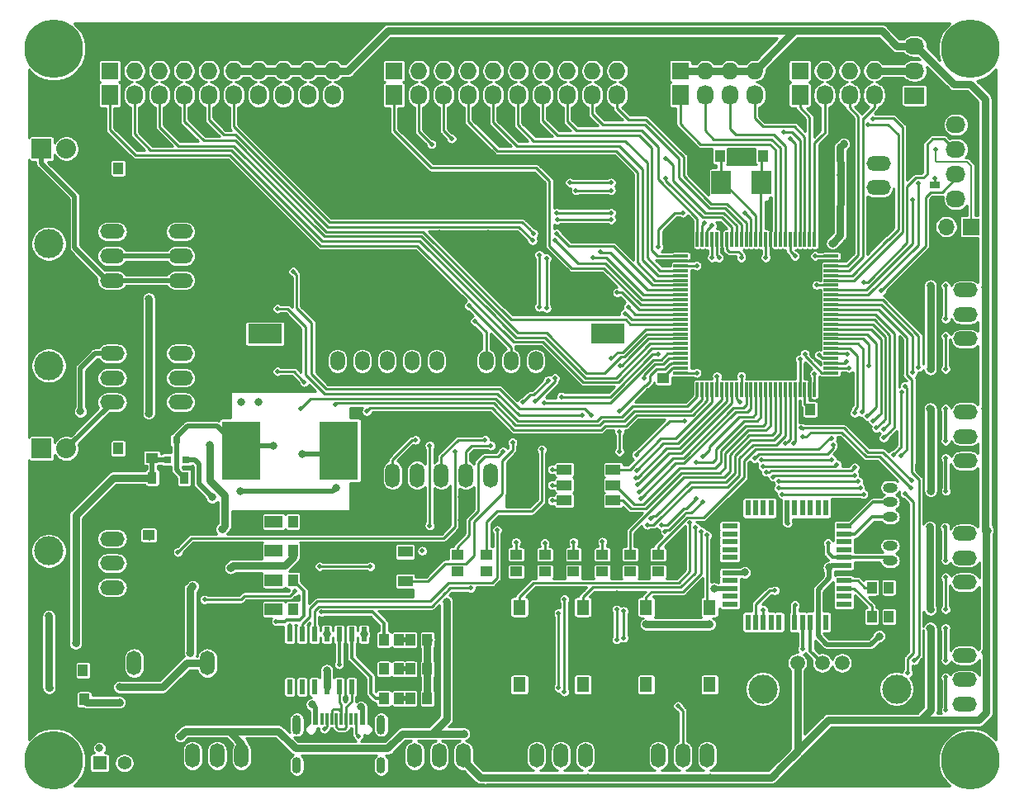
<source format=gbr>
G04 #@! TF.GenerationSoftware,KiCad,Pcbnew,(5.1.6)-1*
G04 #@! TF.CreationDate,2021-05-17T10:13:50+09:00*
G04 #@! TF.ProjectId,stm32f4_Centaurus,73746d33-3266-4345-9f43-656e74617572,rev?*
G04 #@! TF.SameCoordinates,Original*
G04 #@! TF.FileFunction,Copper,L1,Top*
G04 #@! TF.FilePolarity,Positive*
%FSLAX46Y46*%
G04 Gerber Fmt 4.6, Leading zero omitted, Abs format (unit mm)*
G04 Created by KiCad (PCBNEW (5.1.6)-1) date 2021-05-17 10:13:50*
%MOMM*%
%LPD*%
G01*
G04 APERTURE LIST*
G04 #@! TA.AperFunction,SMDPad,CuDef*
%ADD10R,0.800100X0.800100*%
G04 #@! TD*
G04 #@! TA.AperFunction,SMDPad,CuDef*
%ADD11R,0.910000X1.220000*%
G04 #@! TD*
G04 #@! TA.AperFunction,SMDPad,CuDef*
%ADD12R,1.200000X1.000000*%
G04 #@! TD*
G04 #@! TA.AperFunction,SMDPad,CuDef*
%ADD13R,1.000000X1.200000*%
G04 #@! TD*
G04 #@! TA.AperFunction,ComponentPad*
%ADD14R,1.397000X1.397000*%
G04 #@! TD*
G04 #@! TA.AperFunction,ComponentPad*
%ADD15C,1.397000*%
G04 #@! TD*
G04 #@! TA.AperFunction,SMDPad,CuDef*
%ADD16R,1.500000X1.100000*%
G04 #@! TD*
G04 #@! TA.AperFunction,SMDPad,CuDef*
%ADD17R,4.000000X6.000000*%
G04 #@! TD*
G04 #@! TA.AperFunction,ComponentPad*
%ADD18O,2.500000X1.500000*%
G04 #@! TD*
G04 #@! TA.AperFunction,ComponentPad*
%ADD19O,1.500000X2.500000*%
G04 #@! TD*
G04 #@! TA.AperFunction,ComponentPad*
%ADD20C,3.000000*%
G04 #@! TD*
G04 #@! TA.AperFunction,ComponentPad*
%ADD21O,0.900000X2.000000*%
G04 #@! TD*
G04 #@! TA.AperFunction,ComponentPad*
%ADD22O,0.900000X1.700000*%
G04 #@! TD*
G04 #@! TA.AperFunction,SMDPad,CuDef*
%ADD23R,0.300000X1.160000*%
G04 #@! TD*
G04 #@! TA.AperFunction,SMDPad,CuDef*
%ADD24R,0.600000X1.160000*%
G04 #@! TD*
G04 #@! TA.AperFunction,ComponentPad*
%ADD25C,1.501140*%
G04 #@! TD*
G04 #@! TA.AperFunction,ComponentPad*
%ADD26C,2.999740*%
G04 #@! TD*
G04 #@! TA.AperFunction,ComponentPad*
%ADD27O,1.524000X1.000000*%
G04 #@! TD*
G04 #@! TA.AperFunction,ComponentPad*
%ADD28O,1.500000X2.000000*%
G04 #@! TD*
G04 #@! TA.AperFunction,ComponentPad*
%ADD29R,3.500000X2.000000*%
G04 #@! TD*
G04 #@! TA.AperFunction,SMDPad,CuDef*
%ADD30R,1.300000X1.550000*%
G04 #@! TD*
G04 #@! TA.AperFunction,ComponentPad*
%ADD31O,1.727200X1.727200*%
G04 #@! TD*
G04 #@! TA.AperFunction,ComponentPad*
%ADD32R,1.727200X1.727200*%
G04 #@! TD*
G04 #@! TA.AperFunction,ComponentPad*
%ADD33O,1.727200X2.032000*%
G04 #@! TD*
G04 #@! TA.AperFunction,ComponentPad*
%ADD34R,1.727200X2.032000*%
G04 #@! TD*
G04 #@! TA.AperFunction,SMDPad,CuDef*
%ADD35R,2.000000X2.400000*%
G04 #@! TD*
G04 #@! TA.AperFunction,SMDPad,CuDef*
%ADD36R,1.500000X1.000000*%
G04 #@! TD*
G04 #@! TA.AperFunction,ComponentPad*
%ADD37O,2.032000X1.727200*%
G04 #@! TD*
G04 #@! TA.AperFunction,ComponentPad*
%ADD38R,2.032000X1.727200*%
G04 #@! TD*
G04 #@! TA.AperFunction,ComponentPad*
%ADD39O,2.032000X2.032000*%
G04 #@! TD*
G04 #@! TA.AperFunction,ComponentPad*
%ADD40R,2.032000X2.032000*%
G04 #@! TD*
G04 #@! TA.AperFunction,SMDPad,CuDef*
%ADD41R,0.600000X1.500000*%
G04 #@! TD*
G04 #@! TA.AperFunction,SMDPad,CuDef*
%ADD42R,0.300000X1.500000*%
G04 #@! TD*
G04 #@! TA.AperFunction,SMDPad,CuDef*
%ADD43R,1.500000X0.300000*%
G04 #@! TD*
G04 #@! TA.AperFunction,SMDPad,CuDef*
%ADD44R,0.560000X1.600000*%
G04 #@! TD*
G04 #@! TA.AperFunction,SMDPad,CuDef*
%ADD45R,1.600000X0.560000*%
G04 #@! TD*
G04 #@! TA.AperFunction,ComponentPad*
%ADD46R,1.700000X1.700000*%
G04 #@! TD*
G04 #@! TA.AperFunction,ComponentPad*
%ADD47O,1.700000X1.700000*%
G04 #@! TD*
G04 #@! TA.AperFunction,SMDPad,CuDef*
%ADD48R,1.000000X0.800000*%
G04 #@! TD*
G04 #@! TA.AperFunction,ViaPad*
%ADD49C,6.000000*%
G04 #@! TD*
G04 #@! TA.AperFunction,ViaPad*
%ADD50C,0.500000*%
G04 #@! TD*
G04 #@! TA.AperFunction,ViaPad*
%ADD51C,0.800000*%
G04 #@! TD*
G04 #@! TA.AperFunction,Conductor*
%ADD52C,0.350000*%
G04 #@! TD*
G04 #@! TA.AperFunction,Conductor*
%ADD53C,0.250000*%
G04 #@! TD*
G04 #@! TA.AperFunction,Conductor*
%ADD54C,0.800000*%
G04 #@! TD*
G04 #@! TA.AperFunction,Conductor*
%ADD55C,0.500000*%
G04 #@! TD*
G04 #@! TA.AperFunction,Conductor*
%ADD56C,0.200000*%
G04 #@! TD*
G04 #@! TA.AperFunction,Conductor*
%ADD57C,0.254000*%
G04 #@! TD*
G04 APERTURE END LIST*
D10*
X67650000Y-104150760D03*
X69550000Y-104150760D03*
X68600000Y-102151780D03*
D11*
X66115000Y-106000000D03*
X69385000Y-106000000D03*
D12*
X66050000Y-103955000D03*
X66050000Y-102395000D03*
X117950000Y-115630000D03*
X117950000Y-113870000D03*
X115100000Y-115630000D03*
X115100000Y-113870000D03*
X112250000Y-115630000D03*
X112250000Y-113870000D03*
X109300000Y-113870000D03*
X109300000Y-115630000D03*
X106350000Y-115630000D03*
X106350000Y-113870000D03*
X103400000Y-113870000D03*
X103400000Y-115630000D03*
X100400000Y-113870000D03*
X100400000Y-115630000D03*
X97400000Y-115630000D03*
X97400000Y-113870000D03*
D13*
X139870000Y-120250000D03*
X141630000Y-120250000D03*
X141630000Y-117250000D03*
X139870000Y-117250000D03*
X91420000Y-128620000D03*
X89860000Y-128620000D03*
X91420000Y-125620000D03*
X89860000Y-125620000D03*
X89860000Y-122620000D03*
X91420000Y-122620000D03*
X78970000Y-119500000D03*
X80530000Y-119500000D03*
X78970000Y-116500000D03*
X80530000Y-116500000D03*
X80530000Y-113500000D03*
X78970000Y-113500000D03*
X78970000Y-110500000D03*
X80530000Y-110500000D03*
X128700000Y-73000000D03*
X126820000Y-73000000D03*
X126180000Y-73000000D03*
X124300000Y-73000000D03*
X133550000Y-99000000D03*
X135430000Y-99000000D03*
D12*
X118500000Y-97680000D03*
X118500000Y-95800000D03*
D13*
X92540000Y-128620000D03*
X94300000Y-128620000D03*
X94300000Y-125620000D03*
X92540000Y-125620000D03*
X94300000Y-122620000D03*
X92540000Y-122620000D03*
X76370000Y-119500000D03*
X78130000Y-119500000D03*
X76370000Y-116500000D03*
X78130000Y-116500000D03*
X78130000Y-113500000D03*
X76370000Y-113500000D03*
X76370000Y-110500000D03*
X78130000Y-110500000D03*
X64380000Y-74250000D03*
X62620000Y-74250000D03*
X62620000Y-103000000D03*
X64380000Y-103000000D03*
D12*
X65750000Y-111880000D03*
X65750000Y-110120000D03*
D13*
X57370000Y-128750000D03*
X59130000Y-128750000D03*
X59000000Y-125750000D03*
X57240000Y-125750000D03*
D14*
X60710000Y-135250000D03*
D15*
X63250000Y-135250000D03*
X65790000Y-135250000D03*
D16*
X92040000Y-116600000D03*
X92040000Y-113600000D03*
X86140000Y-116600000D03*
X86140000Y-113600000D03*
D17*
X75250000Y-103200000D03*
X85250000Y-103200000D03*
D18*
X149420000Y-129210000D03*
X149420000Y-126710000D03*
X149420000Y-124210000D03*
X149420000Y-121710000D03*
X149420000Y-109210000D03*
X149420000Y-111710000D03*
X149420000Y-114210000D03*
X149420000Y-116710000D03*
X149500000Y-96750000D03*
X149500000Y-99250000D03*
X149500000Y-101750000D03*
X149500000Y-104250000D03*
X149500000Y-91750000D03*
X149500000Y-89250000D03*
X149500000Y-86750000D03*
X149500000Y-84250000D03*
D19*
X118000000Y-134500000D03*
X120500000Y-134500000D03*
X123000000Y-134500000D03*
X125500000Y-134500000D03*
X113000000Y-134500000D03*
X110500000Y-134500000D03*
X108000000Y-134500000D03*
X105500000Y-134500000D03*
X93000000Y-134500000D03*
X95500000Y-134500000D03*
X98000000Y-134500000D03*
X100500000Y-134500000D03*
D18*
X69000000Y-98250000D03*
X69000000Y-95750000D03*
X69000000Y-93250000D03*
X69000000Y-90750000D03*
X69000000Y-78250000D03*
X69000000Y-80750000D03*
X69000000Y-83250000D03*
X69000000Y-85750000D03*
D19*
X77750000Y-134500000D03*
X75250000Y-134500000D03*
X72750000Y-134500000D03*
X70250000Y-134500000D03*
D20*
X55500000Y-82000000D03*
D18*
X62000000Y-85750000D03*
X62000000Y-83250000D03*
X62000000Y-80750000D03*
X62000000Y-78250000D03*
X62000000Y-90750000D03*
X62000000Y-93250000D03*
X62000000Y-95750000D03*
X62000000Y-98250000D03*
D20*
X55500000Y-94500000D03*
D18*
X62000000Y-109750000D03*
X62000000Y-112250000D03*
X62000000Y-114750000D03*
X62000000Y-117250000D03*
D20*
X55500000Y-113500000D03*
D19*
X66750000Y-125000000D03*
X64250000Y-125000000D03*
X71750000Y-125000000D03*
X74250000Y-125000000D03*
X90750000Y-105750000D03*
X93250000Y-105750000D03*
X95750000Y-105750000D03*
X98250000Y-105750000D03*
X100750000Y-105750000D03*
X103250000Y-105750000D03*
D21*
X80930000Y-131320000D03*
X89570000Y-131320000D03*
D22*
X80930000Y-135490000D03*
X89570000Y-135490000D03*
D23*
X84500000Y-130740000D03*
X85000000Y-130740000D03*
X85500000Y-130740000D03*
X83500000Y-130740000D03*
X84000000Y-130740000D03*
X86500000Y-130740000D03*
X86000000Y-130740000D03*
X87000000Y-130740000D03*
D24*
X82850000Y-130740000D03*
X82850000Y-130740000D03*
X82050000Y-130740000D03*
X82050000Y-130740000D03*
X87650000Y-130740000D03*
X88450000Y-130740000D03*
X87650000Y-130740000D03*
X88450000Y-130740000D03*
D25*
X139362860Y-124995760D03*
X136822860Y-124995760D03*
X134790860Y-124995760D03*
X132250860Y-124995760D03*
D26*
X142410860Y-127662760D03*
X128694860Y-127662760D03*
D27*
X141750000Y-114500000D03*
X141750000Y-113000000D03*
X141750000Y-111500000D03*
X141750000Y-110000000D03*
X141750000Y-108500000D03*
X141750000Y-107000000D03*
D18*
X140550000Y-73750000D03*
X140550000Y-76250000D03*
X140550000Y-78750000D03*
D28*
X85090000Y-94035000D03*
X87630000Y-94035000D03*
X90170000Y-94035000D03*
X92710000Y-94035000D03*
X95250000Y-94035000D03*
X97790000Y-94035000D03*
X100330000Y-94035000D03*
X102870000Y-94035000D03*
X105410000Y-94035000D03*
D29*
X77650000Y-91235000D03*
X112850000Y-91235000D03*
D30*
X103750000Y-119275000D03*
X99250000Y-119275000D03*
X99250000Y-127225000D03*
X103750000Y-127225000D03*
X110250000Y-127225000D03*
X105750000Y-127225000D03*
X105750000Y-119275000D03*
X110250000Y-119275000D03*
X116750000Y-119275000D03*
X112250000Y-119275000D03*
X112250000Y-127225000D03*
X116750000Y-127225000D03*
D31*
X140120000Y-61710000D03*
X140120000Y-64250000D03*
X137580000Y-61710000D03*
X137580000Y-64250000D03*
X135040000Y-61710000D03*
X135040000Y-64250000D03*
X132500000Y-61710000D03*
D32*
X132500000Y-64250000D03*
X120250000Y-64250000D03*
D31*
X120250000Y-61710000D03*
X122790000Y-64250000D03*
X122790000Y-61710000D03*
X125330000Y-64250000D03*
X125330000Y-61710000D03*
X127870000Y-64250000D03*
X127870000Y-61710000D03*
X113750000Y-61710000D03*
X113750000Y-64250000D03*
X111210000Y-61710000D03*
X111210000Y-64250000D03*
X108670000Y-61710000D03*
X108670000Y-64250000D03*
X106130000Y-61710000D03*
X106130000Y-64250000D03*
X103590000Y-61710000D03*
X103590000Y-64250000D03*
X101050000Y-61710000D03*
X101050000Y-64250000D03*
X98510000Y-61710000D03*
X98510000Y-64250000D03*
X95970000Y-61710000D03*
X95970000Y-64250000D03*
X93430000Y-61710000D03*
X93430000Y-64250000D03*
X90890000Y-61710000D03*
D32*
X90890000Y-64250000D03*
X61750000Y-64250000D03*
D31*
X61750000Y-61710000D03*
X64290000Y-64250000D03*
X64290000Y-61710000D03*
X66830000Y-64250000D03*
X66830000Y-61710000D03*
X69370000Y-64250000D03*
X69370000Y-61710000D03*
X71910000Y-64250000D03*
X71910000Y-61710000D03*
X74450000Y-64250000D03*
X74450000Y-61710000D03*
X76990000Y-64250000D03*
X76990000Y-61710000D03*
X79530000Y-64250000D03*
X79530000Y-61710000D03*
X82070000Y-64250000D03*
X82070000Y-61710000D03*
X84610000Y-64250000D03*
X84610000Y-61710000D03*
D33*
X84610000Y-66750000D03*
X82070000Y-66750000D03*
X79530000Y-66750000D03*
X76990000Y-66750000D03*
X74450000Y-66750000D03*
X71910000Y-66750000D03*
X69370000Y-66750000D03*
X66830000Y-66750000D03*
X64290000Y-66750000D03*
D34*
X61750000Y-66750000D03*
X90890000Y-66750000D03*
D33*
X93430000Y-66750000D03*
X95970000Y-66750000D03*
X98510000Y-66750000D03*
X101050000Y-66750000D03*
X103590000Y-66750000D03*
X106130000Y-66750000D03*
X108670000Y-66750000D03*
X111210000Y-66750000D03*
X113750000Y-66750000D03*
D34*
X120250000Y-66750000D03*
D33*
X122790000Y-66750000D03*
X125330000Y-66750000D03*
X127870000Y-66750000D03*
D35*
X124450000Y-75750000D03*
X128550000Y-75750000D03*
D36*
X108350000Y-108350000D03*
X108350000Y-106750000D03*
X108350000Y-105150000D03*
X113350000Y-105150000D03*
X113350000Y-106750000D03*
X113350000Y-108350000D03*
D30*
X123250000Y-127225000D03*
X118750000Y-127225000D03*
X118750000Y-119275000D03*
X123250000Y-119275000D03*
D37*
X144250000Y-61710000D03*
X144250000Y-64250000D03*
D38*
X144250000Y-66790000D03*
D37*
X148500000Y-77410000D03*
X148500000Y-74870000D03*
X148500000Y-72330000D03*
X148500000Y-69790000D03*
D38*
X148500000Y-67250000D03*
D39*
X57290000Y-103000000D03*
D40*
X54750000Y-103000000D03*
X54750000Y-72250000D03*
D39*
X57290000Y-72250000D03*
D41*
X87810000Y-122050000D03*
X86540000Y-122050000D03*
X85270000Y-122050000D03*
X84000000Y-122050000D03*
X82730000Y-122050000D03*
X81460000Y-122050000D03*
X80190000Y-122050000D03*
X80190000Y-127450000D03*
X81460000Y-127450000D03*
X82730000Y-127450000D03*
X84000000Y-127450000D03*
X85270000Y-127450000D03*
X86540000Y-127450000D03*
X87810000Y-127450000D03*
D42*
X134000000Y-81550000D03*
X133500000Y-81550000D03*
X133000000Y-81550000D03*
X132500000Y-81550000D03*
X132000000Y-81550000D03*
X131500000Y-81550000D03*
X131000000Y-81550000D03*
X130500000Y-81550000D03*
X130000000Y-81550000D03*
X129500000Y-81550000D03*
X129000000Y-81550000D03*
X128500000Y-81550000D03*
X128000000Y-81550000D03*
X127500000Y-81550000D03*
X127000000Y-81550000D03*
X126500000Y-81550000D03*
X126000000Y-81550000D03*
X125500000Y-81550000D03*
X125000000Y-81550000D03*
X124500000Y-81550000D03*
X124000000Y-81550000D03*
X123500000Y-81550000D03*
X123000000Y-81550000D03*
X122500000Y-81550000D03*
X122000000Y-81550000D03*
D43*
X120300000Y-83250000D03*
X120300000Y-83750000D03*
X120300000Y-84250000D03*
X120300000Y-84750000D03*
X120300000Y-85250000D03*
X120300000Y-85750000D03*
X120300000Y-86250000D03*
X120300000Y-86750000D03*
X120300000Y-87250000D03*
X120300000Y-87750000D03*
X120300000Y-88250000D03*
X120300000Y-88750000D03*
X120300000Y-89250000D03*
X120300000Y-89750000D03*
X120300000Y-90250000D03*
X120300000Y-90750000D03*
X120300000Y-91250000D03*
X120300000Y-91750000D03*
X120300000Y-92250000D03*
X120300000Y-92750000D03*
X120300000Y-93250000D03*
X120300000Y-93750000D03*
X120300000Y-94250000D03*
X120300000Y-94750000D03*
X120300000Y-95250000D03*
D42*
X122000000Y-96950000D03*
X122500000Y-96950000D03*
X123000000Y-96950000D03*
X123500000Y-96950000D03*
X124000000Y-96950000D03*
X124500000Y-96950000D03*
X125000000Y-96950000D03*
X125500000Y-96950000D03*
X126000000Y-96950000D03*
X126500000Y-96950000D03*
X127000000Y-96950000D03*
X127500000Y-96950000D03*
X128000000Y-96950000D03*
X128500000Y-96950000D03*
X129000000Y-96950000D03*
X129500000Y-96950000D03*
X130000000Y-96950000D03*
X130500000Y-96950000D03*
X131000000Y-96950000D03*
X131500000Y-96950000D03*
X132000000Y-96950000D03*
X132500000Y-96950000D03*
X133000000Y-96950000D03*
X133500000Y-96950000D03*
X134000000Y-96950000D03*
D43*
X135700000Y-95250000D03*
X135700000Y-94750000D03*
X135700000Y-94250000D03*
X135700000Y-93750000D03*
X135700000Y-93250000D03*
X135700000Y-92750000D03*
X135700000Y-92250000D03*
X135700000Y-91750000D03*
X135700000Y-91250000D03*
X135700000Y-90750000D03*
X135700000Y-90250000D03*
X135700000Y-89750000D03*
X135700000Y-89250000D03*
X135700000Y-88750000D03*
X135700000Y-88250000D03*
X135700000Y-87750000D03*
X135700000Y-87250000D03*
X135700000Y-86750000D03*
X135700000Y-86250000D03*
X135700000Y-85750000D03*
X135700000Y-85250000D03*
X135700000Y-84750000D03*
X135700000Y-84250000D03*
X135700000Y-83750000D03*
X135700000Y-83250000D03*
D44*
X127170000Y-120810000D03*
X127970000Y-120810000D03*
X128770000Y-120810000D03*
X129570000Y-120810000D03*
X130370000Y-120810000D03*
X131170000Y-120810000D03*
X131970000Y-120810000D03*
X132770000Y-120810000D03*
X133570000Y-120810000D03*
X134370000Y-120810000D03*
X135170000Y-120810000D03*
D45*
X137020000Y-118960000D03*
X137020000Y-118160000D03*
X137020000Y-117360000D03*
X137020000Y-116560000D03*
X137020000Y-115760000D03*
X137020000Y-114960000D03*
X137020000Y-114160000D03*
X137020000Y-113360000D03*
X137020000Y-112560000D03*
X137020000Y-111760000D03*
X137020000Y-110960000D03*
D44*
X135170000Y-109110000D03*
X134370000Y-109110000D03*
X133570000Y-109110000D03*
X132770000Y-109110000D03*
X131970000Y-109110000D03*
X131170000Y-109110000D03*
X130370000Y-109110000D03*
X129570000Y-109110000D03*
X128770000Y-109110000D03*
X127970000Y-109110000D03*
X127170000Y-109110000D03*
D45*
X125320000Y-110960000D03*
X125320000Y-111760000D03*
X125320000Y-112560000D03*
X125320000Y-113360000D03*
X125320000Y-114160000D03*
X125320000Y-114960000D03*
X125320000Y-115760000D03*
X125320000Y-116560000D03*
X125320000Y-117360000D03*
X125320000Y-118160000D03*
X125320000Y-118960000D03*
D33*
X140120000Y-66750000D03*
X137580000Y-66750000D03*
X135040000Y-66750000D03*
D34*
X132500000Y-66750000D03*
D46*
X150040000Y-80250000D03*
D47*
X147500000Y-80250000D03*
D48*
X146350000Y-75950000D03*
X146350000Y-77750000D03*
D49*
X56000000Y-62000000D03*
X56000000Y-135000000D03*
X150000000Y-135000000D03*
X150000000Y-62000000D03*
D50*
X132000000Y-119050000D03*
X142850000Y-95050000D03*
X126820000Y-73000000D03*
X126180000Y-73000000D03*
D51*
X76000000Y-125250000D03*
X77750000Y-125250000D03*
X89250000Y-124000000D03*
X121500000Y-117750000D03*
X135500000Y-96250000D03*
X130370000Y-116220000D03*
X134310000Y-116220000D03*
X106000000Y-131500000D03*
X109000000Y-132750000D03*
X115000000Y-130250000D03*
X117000000Y-130250000D03*
X112500000Y-129250000D03*
X108500000Y-129250000D03*
X91750000Y-131000000D03*
X65500000Y-130250000D03*
X61500000Y-130500000D03*
X62750000Y-133000000D03*
X60250000Y-137250000D03*
X63500000Y-137250000D03*
X67000000Y-137250000D03*
X146250000Y-137000000D03*
X143250000Y-137000000D03*
X139750000Y-137000000D03*
X136000000Y-137000000D03*
X131750000Y-137000000D03*
X129000000Y-135500000D03*
X136000000Y-132000000D03*
X146500000Y-132000000D03*
X152000000Y-131500000D03*
X136000000Y-129500000D03*
X130500000Y-125500000D03*
X130750000Y-133000000D03*
X117750000Y-125000000D03*
X123000000Y-125000000D03*
X115500000Y-125000000D03*
X112500000Y-125000000D03*
X109250000Y-125000000D03*
X106750000Y-125000000D03*
X87000000Y-99250000D03*
X83500000Y-86250000D03*
X92400000Y-65500000D03*
X94700000Y-65500000D03*
X97200000Y-65500000D03*
X99700000Y-65500000D03*
X102300000Y-65500000D03*
X104900000Y-65500000D03*
X107400000Y-65500000D03*
X109950000Y-65500000D03*
X112500000Y-65500000D03*
X115150000Y-65500000D03*
X115150000Y-67600000D03*
X112500000Y-67900000D03*
X109950000Y-67900000D03*
X107400000Y-67900000D03*
X104900000Y-67900000D03*
X102300000Y-67900000D03*
X99800000Y-67900000D03*
X97200000Y-67900000D03*
X94700000Y-67900000D03*
X92400000Y-68000000D03*
X89100000Y-67900000D03*
X89100000Y-65500000D03*
X87750000Y-64250000D03*
X59500000Y-133250000D03*
X58250000Y-131500000D03*
X56000000Y-131000000D03*
X54000000Y-131500000D03*
X54000000Y-128500000D03*
X54000000Y-125500000D03*
X54000000Y-122500000D03*
X54000000Y-115250000D03*
X54000000Y-111500000D03*
X54000000Y-108000000D03*
X54000000Y-104750000D03*
X54000000Y-100500000D03*
X54000000Y-96750000D03*
X54000000Y-92250000D03*
X54000000Y-88750000D03*
X54000000Y-84750000D03*
X54000000Y-79750000D03*
X54000000Y-75250000D03*
X54000000Y-69500000D03*
X54000000Y-65500000D03*
X56500000Y-66000000D03*
X58750000Y-65500000D03*
X59750000Y-63500000D03*
X59500000Y-60250000D03*
X146500000Y-59750000D03*
X150000000Y-93500000D03*
X150250000Y-106000000D03*
X150250000Y-118750000D03*
X105750000Y-73250000D03*
X101000000Y-73250000D03*
X107750000Y-77750000D03*
X115000000Y-76500000D03*
X113250000Y-73250000D03*
X114750000Y-80750000D03*
X106000000Y-78000000D03*
X105000000Y-75000000D03*
X102750000Y-79000000D03*
X84750000Y-79000000D03*
X75750000Y-69250000D03*
X86000000Y-65500000D03*
X90500000Y-71500000D03*
X95000000Y-73250000D03*
X82000000Y-69250000D03*
X78500000Y-69250000D03*
X73250000Y-69250000D03*
X70750000Y-69250000D03*
X68250000Y-69250000D03*
X65500000Y-69250000D03*
X63000000Y-69250000D03*
X60250000Y-68500000D03*
X73750000Y-73750000D03*
X83000000Y-83000000D03*
X78000000Y-72250000D03*
X82000000Y-71500000D03*
X94750000Y-75250000D03*
X92750000Y-79000000D03*
X103500000Y-84750000D03*
X105000000Y-86500000D03*
X107500000Y-86000000D03*
X107500000Y-88500000D03*
X113750000Y-88750000D03*
X112250000Y-81500000D03*
X107500000Y-75000000D03*
X120750000Y-72000000D03*
X121500000Y-74750000D03*
X123000000Y-72750000D03*
X118500000Y-67750000D03*
X118500000Y-65500000D03*
X129250000Y-65500000D03*
X129250000Y-67750000D03*
X131000000Y-67750000D03*
X131000000Y-65500000D03*
X142250000Y-65500000D03*
X142250000Y-67750000D03*
X147000000Y-65750000D03*
X136000000Y-70500000D03*
X136250000Y-68000000D03*
X139000000Y-68000000D03*
X136250000Y-65500000D03*
X138750000Y-65500000D03*
X134000000Y-65500000D03*
X83750000Y-111250000D03*
X81750000Y-113250000D03*
X82750000Y-117500000D03*
X71250000Y-111250000D03*
X63250000Y-104500000D03*
X60750000Y-113500000D03*
X60750000Y-116000000D03*
X60250000Y-97000000D03*
X60250000Y-94750000D03*
X67500000Y-94500000D03*
X70500000Y-94500000D03*
X67500000Y-99750000D03*
X70500000Y-99750000D03*
X63750000Y-99750000D03*
X63500000Y-94500000D03*
X63500000Y-84500000D03*
X63500000Y-87000000D03*
X60250000Y-87000000D03*
X67250000Y-87000000D03*
X67250000Y-84500000D03*
X72000000Y-84500000D03*
X63500000Y-82000000D03*
X60250000Y-82000000D03*
X60250000Y-92000000D03*
X67500000Y-92000000D03*
X70500000Y-92000000D03*
X62750000Y-72750000D03*
X56250000Y-73750000D03*
X56250000Y-70500000D03*
X59250000Y-73750000D03*
X58750000Y-104750000D03*
X77000000Y-83250000D03*
X67250000Y-73750000D03*
X132500000Y-84500000D03*
X129250000Y-87500000D03*
X129250000Y-93000000D03*
X130750000Y-95000000D03*
X127000000Y-92000000D03*
X122000000Y-93500000D03*
X119250000Y-81250000D03*
X120250000Y-82250000D03*
X126500000Y-85250000D03*
X129150000Y-84550000D03*
X124250000Y-92000000D03*
X103500000Y-81250000D03*
X100500000Y-81000000D03*
X95500000Y-81000000D03*
X98000000Y-83500000D03*
X100500000Y-84750000D03*
X92750000Y-83000000D03*
X97750000Y-87750000D03*
X89000000Y-59750000D03*
X87250000Y-61750000D03*
X97500000Y-128250000D03*
X146750000Y-82750000D03*
X150250000Y-82750000D03*
X146750000Y-85000000D03*
X150000000Y-95000000D03*
X150250000Y-107750000D03*
X150250000Y-120250000D03*
X117500000Y-100500000D03*
X115250000Y-101500000D03*
X73750000Y-80250000D03*
X81250000Y-75500000D03*
X70500000Y-76250000D03*
X67250000Y-76250000D03*
X57250000Y-84750000D03*
X57250000Y-88750000D03*
X57250000Y-92250000D03*
X68250000Y-88000000D03*
X70000000Y-88000000D03*
X70000000Y-89250000D03*
X68250000Y-89250000D03*
X60500000Y-101250000D03*
X62100000Y-107600000D03*
X56500000Y-108000000D03*
X56500000Y-111250000D03*
X60750000Y-122500000D03*
X60750000Y-119250000D03*
X63500000Y-119250000D03*
X66500000Y-122500000D03*
X75750000Y-121000000D03*
X78500000Y-129000000D03*
X102250000Y-135500000D03*
X102250000Y-133500000D03*
X103750000Y-133500000D03*
X103750000Y-135500000D03*
X114000000Y-135500000D03*
X114000000Y-133500000D03*
X115750000Y-133500000D03*
X115750000Y-135500000D03*
X127000000Y-135500000D03*
X127000000Y-130250000D03*
X127000000Y-125500000D03*
X127000000Y-122500000D03*
X130500000Y-122500000D03*
X127000000Y-112250000D03*
X130000000Y-110750000D03*
X132750000Y-114000000D03*
X136500000Y-109000000D03*
X135500000Y-118250000D03*
X136500000Y-121750000D03*
X138250000Y-120000000D03*
X129750000Y-119250000D03*
X136000000Y-126500000D03*
X139750000Y-126500000D03*
X143000000Y-123500000D03*
X141000000Y-123500000D03*
X144500000Y-127250000D03*
X148750000Y-106000000D03*
X148750000Y-93500000D03*
X144000000Y-85000000D03*
X144000000Y-88750000D03*
X118500000Y-62750000D03*
X115250000Y-62750000D03*
X86000000Y-67900000D03*
X98250000Y-73250000D03*
X108500000Y-73250000D03*
X112250000Y-77750000D03*
X79500000Y-93500000D03*
X77000000Y-93500000D03*
X71250000Y-109000000D03*
X68500000Y-115500000D03*
X68500000Y-117500000D03*
X74250000Y-117000000D03*
X81750000Y-115500000D03*
X101500000Y-128250000D03*
X101500000Y-125000000D03*
X97500000Y-125000000D03*
X123000000Y-130250000D03*
X77000000Y-98250000D03*
X75250000Y-98250000D03*
X83500000Y-92500000D03*
X83500000Y-95000000D03*
X86250000Y-92500000D03*
X94000000Y-92500000D03*
X123250000Y-84750000D03*
X134000000Y-89250000D03*
X131500000Y-93000000D03*
X124500000Y-94250000D03*
X127000000Y-94250000D03*
X136500000Y-100000000D03*
X148750000Y-95000000D03*
X148750000Y-107750000D03*
X148750000Y-120250000D03*
X148750000Y-118750000D03*
X68500000Y-112500000D03*
X56250000Y-101250000D03*
X72250000Y-91000000D03*
X75000000Y-91000000D03*
X78750000Y-79000000D03*
X147100000Y-109250000D03*
X147050000Y-97000000D03*
X121750000Y-132000000D03*
X119500000Y-132000000D03*
X82500000Y-135000000D03*
X88000000Y-135000000D03*
X83250000Y-132500000D03*
X82500000Y-137250000D03*
X88000000Y-137250000D03*
X91250000Y-137250000D03*
X91250000Y-135000000D03*
X98500000Y-137250000D03*
X68750000Y-137250000D03*
X68750000Y-135000000D03*
X70500000Y-130250000D03*
X141250000Y-132250000D03*
X137500000Y-82750000D03*
D50*
X144675000Y-74575000D03*
D51*
X140600000Y-81175000D03*
X113750000Y-118000000D03*
X101500000Y-118500000D03*
X107250000Y-118500000D03*
X102350000Y-112650000D03*
X104750000Y-113750000D03*
X107750000Y-113750000D03*
X110750000Y-113750000D03*
X113750000Y-113750000D03*
X95250000Y-113750000D03*
X97850000Y-110350000D03*
X97850000Y-108000000D03*
X99700000Y-99650000D03*
X89050000Y-99650000D03*
X88850000Y-111400000D03*
X92500000Y-108200000D03*
X89000000Y-104050000D03*
X92250000Y-101400000D03*
X97450000Y-101400000D03*
X107650000Y-101900000D03*
X112850000Y-103650000D03*
X110600000Y-107400000D03*
X137700000Y-75100000D03*
X134950000Y-76700000D03*
D50*
X132850000Y-69950000D03*
X134250000Y-70450000D03*
D51*
X134800000Y-72850000D03*
X134800000Y-75050000D03*
X89000000Y-92500000D03*
D50*
X86500000Y-125400000D03*
X85000000Y-126000000D03*
X83750000Y-123500000D03*
X81250000Y-125750000D03*
X81250000Y-123500000D03*
D51*
X151500000Y-123930000D03*
X151750000Y-111430000D03*
X151500000Y-98930000D03*
X151500000Y-86430000D03*
X123720000Y-117360000D03*
X80530000Y-110500000D03*
X68998220Y-132500000D03*
X145920000Y-129850000D03*
X145870000Y-121400000D03*
X145870000Y-98900000D03*
X145890000Y-94850000D03*
X145890000Y-86300000D03*
X145820000Y-111050000D03*
X145890000Y-119500000D03*
X145920000Y-107350000D03*
X110820000Y-136750000D03*
X98070000Y-132250000D03*
X96290000Y-118700000D03*
X123320000Y-136750000D03*
X73250000Y-111250000D03*
X72000000Y-102650000D03*
X58250000Y-122998220D03*
X66115000Y-106000000D03*
D50*
X78820000Y-120740000D03*
D51*
X87500000Y-129500000D03*
X82500000Y-129250000D03*
D50*
X117250000Y-110210000D03*
X108360000Y-118460000D03*
X108350000Y-127940000D03*
X116860000Y-110840000D03*
X107770000Y-119890000D03*
X107770000Y-127540000D03*
X132770000Y-123550000D03*
X135390000Y-112710000D03*
X115743413Y-103623413D03*
X120700000Y-100170000D03*
X124000000Y-95580000D03*
X98750000Y-117325000D03*
X115738449Y-105298378D03*
X101460000Y-111370000D03*
X142096587Y-103633413D03*
X120000000Y-129400000D03*
X137358414Y-93325000D03*
X142915000Y-97203782D03*
X130340490Y-107073498D03*
X138680000Y-107060000D03*
X142850000Y-103720000D03*
X143270000Y-96587650D03*
X139550000Y-94470000D03*
X130690000Y-107680000D03*
X139020000Y-107680000D03*
X134220000Y-86250000D03*
D51*
X81500000Y-103550000D03*
D50*
X92040000Y-113600000D03*
X147430000Y-121400000D03*
X147450000Y-124710000D03*
X147450000Y-126460000D03*
X147480000Y-129850000D03*
X147480000Y-107350000D03*
X147450000Y-103960000D03*
X147450000Y-102210000D03*
X147430000Y-98900000D03*
X147450000Y-91460000D03*
X147450000Y-94850000D03*
X147450000Y-89710000D03*
X147450000Y-86300000D03*
X147450000Y-114460000D03*
X147380000Y-111050000D03*
X147450000Y-119500000D03*
X147450000Y-116210000D03*
X133010000Y-93290000D03*
X139090000Y-85950000D03*
X132504999Y-93865001D03*
X140870000Y-86770000D03*
X144240000Y-124710000D03*
X143270000Y-107620000D03*
X143570000Y-126000000D03*
X137545000Y-94750000D03*
X144670000Y-94640000D03*
X144070000Y-95180000D03*
D51*
X84000000Y-122050000D03*
D50*
X143930000Y-106280000D03*
X126500000Y-95570000D03*
X132661587Y-100898413D03*
X143880000Y-107070000D03*
X132770000Y-101820000D03*
X126380000Y-98235000D03*
X122730000Y-79890000D03*
X123490000Y-80140000D03*
X89860000Y-125620000D03*
X85270000Y-125150000D03*
X83470000Y-119770000D03*
X80190000Y-121200000D03*
X113150000Y-79530003D03*
X107610000Y-79530000D03*
X144055000Y-77500000D03*
X99200000Y-89950000D03*
X140007131Y-69175000D03*
X98580000Y-88370000D03*
X113160000Y-78830000D03*
X107550000Y-78830000D03*
X144650000Y-75800000D03*
X107560000Y-80950000D03*
X105181587Y-80928413D03*
X96790000Y-71215000D03*
X112035023Y-82835000D03*
X94750000Y-71790000D03*
X111270000Y-83410000D03*
X107410000Y-81660000D03*
X105100000Y-81660000D03*
X88100000Y-99200000D03*
X139525010Y-69750000D03*
X78950000Y-88655000D03*
X131020000Y-102500000D03*
X110170000Y-99599037D03*
X131886587Y-102446587D03*
X111090000Y-99599037D03*
X80550000Y-84850000D03*
X81690000Y-96180000D03*
X78950000Y-95095000D03*
X84900000Y-98475000D03*
X81310000Y-98910000D03*
X115870000Y-106720000D03*
X106350000Y-112700000D03*
X131500000Y-71240000D03*
X130840000Y-70580000D03*
X121800000Y-111070000D03*
X139430000Y-99670000D03*
X128534724Y-104120488D03*
X135760000Y-104120000D03*
X110250000Y-119470000D03*
X115730000Y-106000000D03*
X103400000Y-112600000D03*
X116040000Y-107450000D03*
X109300000Y-112600000D03*
X116190000Y-108140000D03*
X112250208Y-112550208D03*
X122380000Y-111510000D03*
X140014999Y-100190000D03*
X128707053Y-104798947D03*
X136300000Y-104640000D03*
X116750000Y-119470000D03*
X122980000Y-111890000D03*
X141095000Y-101910000D03*
X141095000Y-101910000D03*
X129030000Y-105420000D03*
X138131177Y-104935650D03*
X123250000Y-119470000D03*
X118780000Y-73250000D03*
X118780000Y-75250000D03*
X113780000Y-87000000D03*
X114900000Y-88520000D03*
X106050000Y-103100000D03*
X114591551Y-89148380D03*
X93100000Y-102125000D03*
X113140000Y-93780000D03*
X93780000Y-113500000D03*
X94550000Y-102700000D03*
X94550000Y-110900000D03*
X114108413Y-94498413D03*
X102074999Y-103300000D03*
X68740000Y-113620000D03*
X106290000Y-98290000D03*
X97125000Y-103325000D03*
X116550000Y-95810000D03*
X71470000Y-118500000D03*
X80700000Y-117650000D03*
X83260000Y-115090000D03*
X114000000Y-103324999D03*
X114000000Y-99195000D03*
X88460000Y-115090000D03*
X114000000Y-101245020D03*
X122540000Y-108460000D03*
X118690000Y-111490000D03*
X114440000Y-119670000D03*
X114440000Y-122420000D03*
X122542277Y-103840000D03*
X121910000Y-108110000D03*
X121907996Y-104415000D03*
X118310000Y-110870000D03*
X113710000Y-119520000D03*
X113710000Y-122590000D03*
X140340000Y-100900000D03*
X128761587Y-119561587D03*
X141070000Y-101000000D03*
X129936587Y-117566587D03*
X103400000Y-115630000D03*
X106350000Y-115630000D03*
X109300000Y-115630000D03*
X115100000Y-115630000D03*
X112250000Y-115630000D03*
X117950000Y-115720000D03*
X107100000Y-108350000D03*
X107100000Y-106750000D03*
X107100000Y-105150000D03*
X138120000Y-99370000D03*
X135788413Y-101928413D03*
X121220000Y-110630000D03*
X135900000Y-102630000D03*
X138855000Y-99255741D03*
X127843981Y-103997843D03*
X103750000Y-119470000D03*
D51*
X74140001Y-115250000D03*
X58740000Y-99190000D03*
X65750000Y-87635000D03*
X65750000Y-99385000D03*
X65810000Y-112000000D03*
X62530000Y-74250000D03*
X62620000Y-103000000D03*
D50*
X137307569Y-94063350D03*
X130360000Y-106370000D03*
X138490000Y-106370000D03*
X134470000Y-93430000D03*
X129764719Y-105910210D03*
X138100000Y-105770000D03*
D51*
X55540000Y-127555000D03*
X55500000Y-120180000D03*
X70250000Y-117135000D03*
X70000760Y-123950000D03*
X62750000Y-127470000D03*
D50*
X59000000Y-125750000D03*
D51*
X62750000Y-129030000D03*
X60700000Y-133741500D03*
D50*
X141630000Y-120250000D03*
X141630000Y-117250000D03*
D51*
X135490000Y-115210000D03*
X140635000Y-122250000D03*
D50*
X132000000Y-83250000D03*
X134070000Y-83250000D03*
X129000000Y-83430000D03*
X123500000Y-83430000D03*
X121930000Y-95250000D03*
X134000000Y-95320000D03*
D51*
X123250000Y-121030000D03*
X116750000Y-121030000D03*
X126850000Y-115710000D03*
D50*
X121930000Y-84250000D03*
X126500000Y-83430000D03*
X124210000Y-83430000D03*
X131250000Y-110640000D03*
D51*
X80530000Y-119500000D03*
X94440740Y-122594980D03*
X135830000Y-81950000D03*
X84000000Y-125750000D03*
X87810000Y-122050000D03*
X137000000Y-71750000D03*
X136650000Y-74950000D03*
D50*
X83751931Y-131758306D03*
X87250000Y-132500000D03*
X126890000Y-78830000D03*
X120510000Y-78830000D03*
X118000000Y-82300000D03*
X118000000Y-93335000D03*
X103050000Y-102370000D03*
X108040914Y-97685913D03*
X92040000Y-116600000D03*
X100400000Y-115630000D03*
X97400000Y-115630000D03*
X146400000Y-72300000D03*
X146350000Y-75250000D03*
X113128413Y-75718413D03*
X108911587Y-75718413D03*
X105780000Y-83130000D03*
X105770000Y-88480000D03*
X106703413Y-96003413D03*
X104090000Y-98260000D03*
X100225000Y-102125000D03*
X113140000Y-76520000D03*
X109550000Y-76520000D03*
X106540000Y-83490000D03*
X106540000Y-88620000D03*
X105360000Y-98160000D03*
X107400000Y-95780000D03*
X100825000Y-102700000D03*
D51*
X78500000Y-102750000D03*
X72250000Y-108000000D03*
X75100000Y-107400000D03*
X84950000Y-107050000D03*
D52*
X131970000Y-119080000D02*
X132000000Y-119050000D01*
X131970000Y-120810000D02*
X131970000Y-119080000D01*
D53*
X133500000Y-97950000D02*
X133510000Y-97960000D01*
X133500000Y-96950000D02*
X133500000Y-97950000D01*
X133524999Y-97960001D02*
X133604998Y-98040000D01*
X133510000Y-97960000D02*
X133524999Y-97960001D01*
X133604998Y-98040000D02*
X133860000Y-98040000D01*
X133500000Y-96950000D02*
X133500000Y-95780000D01*
X133500000Y-95780000D02*
X133260000Y-95540000D01*
X133260000Y-95540000D02*
X133260000Y-95050000D01*
X121300000Y-83750000D02*
X121480000Y-83570000D01*
X120300000Y-83750000D02*
X121300000Y-83750000D01*
X121480000Y-83570000D02*
X121880000Y-83570000D01*
D54*
X84610000Y-64250000D02*
X82070000Y-64250000D01*
X82070000Y-64250000D02*
X79530000Y-64250000D01*
X79530000Y-64250000D02*
X76990000Y-64250000D01*
X76990000Y-64250000D02*
X74450000Y-64250000D01*
D55*
X125320000Y-117360000D02*
X123720000Y-117360000D01*
D54*
X132000860Y-134299140D02*
X130790000Y-135510000D01*
X86183870Y-64250000D02*
X84610000Y-64250000D01*
X90263870Y-60170000D02*
X86183870Y-64250000D01*
X142434000Y-61710000D02*
X140894000Y-60170000D01*
X144250000Y-61710000D02*
X142434000Y-61710000D01*
X144250000Y-61710000D02*
X144402400Y-61710000D01*
X135430000Y-130870000D02*
X130790000Y-135510000D01*
X151500000Y-68807600D02*
X151500000Y-111480000D01*
X151500000Y-111480000D02*
X151612010Y-111592010D01*
X151612010Y-111592010D02*
X151612010Y-130107990D01*
X151612010Y-130107990D02*
X150850000Y-130870000D01*
X131950000Y-60170000D02*
X127870000Y-64250000D01*
X133750000Y-60170000D02*
X131950000Y-60170000D01*
X133750000Y-60170000D02*
X90263870Y-60170000D01*
X140894000Y-60170000D02*
X133750000Y-60170000D01*
X127870000Y-64250000D02*
X125330000Y-64250000D01*
X125330000Y-64250000D02*
X122790000Y-64250000D01*
X122790000Y-64250000D02*
X120250000Y-64250000D01*
X145890000Y-129850000D02*
X144870000Y-130870000D01*
X145920000Y-129850000D02*
X145890000Y-129850000D01*
X150850000Y-130870000D02*
X144870000Y-130870000D01*
X144870000Y-130870000D02*
X135430000Y-130870000D01*
X145920000Y-129850000D02*
X145920000Y-121450000D01*
X145920000Y-121450000D02*
X145870000Y-121400000D01*
X145920000Y-107350000D02*
X145920000Y-98950000D01*
X145920000Y-98950000D02*
X145870000Y-98900000D01*
X145890000Y-94850000D02*
X145890000Y-86300000D01*
X145820000Y-111050000D02*
X145820000Y-119430000D01*
X145820000Y-119430000D02*
X145890000Y-119500000D01*
X132250860Y-134049140D02*
X130790000Y-135510000D01*
X132250860Y-124995760D02*
X132250860Y-134049140D01*
X129550000Y-136750000D02*
X100270000Y-136750000D01*
X130790000Y-135510000D02*
X129550000Y-136750000D01*
X100270000Y-136750000D02*
X100257530Y-136762470D01*
X68998220Y-132500000D02*
X69498220Y-132000000D01*
X79035062Y-132000000D02*
X80785062Y-133750000D01*
X80785062Y-133750000D02*
X90250000Y-133750000D01*
X90250000Y-133750000D02*
X91750000Y-132250000D01*
X96290000Y-130710000D02*
X94750000Y-132250000D01*
X96290000Y-118700000D02*
X96290000Y-130710000D01*
X91750000Y-132250000D02*
X94750000Y-132250000D01*
X94750000Y-132250000D02*
X98070000Y-132250000D01*
X99750000Y-136750000D02*
X100270000Y-136750000D01*
X98000000Y-135000000D02*
X99750000Y-136750000D01*
X98000000Y-134500000D02*
X98000000Y-135000000D01*
X73750000Y-132000000D02*
X74000000Y-132000000D01*
X73750000Y-132000000D02*
X79035062Y-132000000D01*
X69498220Y-132000000D02*
X73750000Y-132000000D01*
X74000000Y-132000000D02*
X75250000Y-133250000D01*
X75250000Y-133250000D02*
X75250000Y-134500000D01*
X151500000Y-68807600D02*
X151500000Y-67150000D01*
X148292401Y-65600001D02*
X144402400Y-61710000D01*
X151500000Y-67150000D02*
X149950001Y-65600001D01*
X149950001Y-65600001D02*
X148292401Y-65600001D01*
D53*
X124660000Y-75750000D02*
X124450000Y-75750000D01*
X128000000Y-81550000D02*
X128000000Y-79090000D01*
X128000000Y-79090000D02*
X124660000Y-75750000D01*
X124450000Y-73400000D02*
X124050000Y-73000000D01*
X124450000Y-75750000D02*
X124450000Y-73400000D01*
X128500000Y-75800000D02*
X128550000Y-75750000D01*
X128500000Y-81550000D02*
X128500000Y-75800000D01*
X128550000Y-73400000D02*
X128950000Y-73000000D01*
X128550000Y-75750000D02*
X128550000Y-73400000D01*
D54*
X73550000Y-110950000D02*
X73250000Y-111250000D01*
X72000000Y-102650000D02*
X72000000Y-106250000D01*
X73550000Y-107800000D02*
X73550000Y-110950000D01*
X72000000Y-106250000D02*
X73550000Y-107800000D01*
X58250000Y-121798170D02*
X58260000Y-121788170D01*
X58250000Y-122998220D02*
X58250000Y-121798170D01*
X58260000Y-121788170D02*
X58260000Y-109840000D01*
X58260000Y-109840000D02*
X62100000Y-106000000D01*
X62100000Y-106000000D02*
X66115000Y-106000000D01*
D55*
X66115000Y-104020000D02*
X66050000Y-103955000D01*
X66115000Y-106000000D02*
X66115000Y-104020000D01*
X66245760Y-104150760D02*
X66050000Y-103955000D01*
X67650000Y-104150760D02*
X66245760Y-104150760D01*
D53*
X138070000Y-117360000D02*
X137020000Y-117360000D01*
X139870000Y-119160000D02*
X138070000Y-117360000D01*
X139870000Y-120250000D02*
X139870000Y-119160000D01*
X138070000Y-116560000D02*
X137020000Y-116560000D01*
X138430000Y-116560000D02*
X138070000Y-116560000D01*
X139120000Y-117250000D02*
X138430000Y-116560000D01*
X139870000Y-117250000D02*
X139120000Y-117250000D01*
D52*
X79690000Y-120740000D02*
X78820000Y-120740000D01*
X79855001Y-120574999D02*
X79690000Y-120740000D01*
X81205001Y-120574999D02*
X79855001Y-120574999D01*
X81650000Y-120130000D02*
X81205001Y-120574999D01*
X80530000Y-116500000D02*
X81650000Y-117620000D01*
X81650000Y-117620000D02*
X81650000Y-120130000D01*
D55*
X87650000Y-129650000D02*
X87650000Y-130740000D01*
X87500000Y-129500000D02*
X87650000Y-129650000D01*
X82850000Y-130740000D02*
X82850000Y-129600000D01*
X82850000Y-129600000D02*
X82500000Y-129250000D01*
D53*
X121240000Y-106440000D02*
X117730000Y-109950000D01*
X124930000Y-106440000D02*
X121240000Y-106440000D01*
X130500000Y-101470000D02*
X129840000Y-102130000D01*
X130500000Y-96950000D02*
X130500000Y-101470000D01*
X129840000Y-102130000D02*
X127470000Y-102130000D01*
X127470000Y-102130000D02*
X125840000Y-103760000D01*
X125840000Y-103760000D02*
X125840000Y-105530000D01*
X125840000Y-105530000D02*
X124930000Y-106440000D01*
X117730000Y-109950000D02*
X117510000Y-109950000D01*
X117510000Y-109950000D02*
X117250000Y-110210000D01*
X108360000Y-120151002D02*
X108350000Y-120161002D01*
X108360000Y-118460000D02*
X108360000Y-120151002D01*
X108350000Y-120161002D02*
X108350000Y-127940000D01*
X121420000Y-106930000D02*
X117890000Y-110460000D01*
X131000000Y-96950000D02*
X131000000Y-101670000D01*
X125130000Y-106930000D02*
X121420000Y-106930000D01*
X130060000Y-102610000D02*
X127730000Y-102610000D01*
X127730000Y-102610000D02*
X126310000Y-104030000D01*
X126310000Y-104030000D02*
X126310000Y-105750000D01*
X126310000Y-105750000D02*
X125130000Y-106930000D01*
X117890000Y-110460000D02*
X117680000Y-110670000D01*
X117680000Y-110670000D02*
X117510000Y-110840000D01*
X117510000Y-110840000D02*
X116860000Y-110840000D01*
X107770000Y-119890000D02*
X107770000Y-127540000D01*
X131000000Y-101670000D02*
X130060000Y-102610000D01*
D52*
X132770000Y-122530000D02*
X132770000Y-120810000D01*
X132770000Y-123550000D02*
X132770000Y-122530000D01*
X133570000Y-123774900D02*
X134790860Y-124995760D01*
X133570000Y-120810000D02*
X133570000Y-123774900D01*
X135390000Y-113680000D02*
X135390000Y-112710000D01*
X135870000Y-114160000D02*
X135390000Y-113680000D01*
X137020000Y-114160000D02*
X135870000Y-114160000D01*
X141410000Y-114160000D02*
X141750000Y-114500000D01*
X137020000Y-114160000D02*
X141410000Y-114160000D01*
X139930000Y-110000000D02*
X140340000Y-110000000D01*
X138170000Y-111760000D02*
X139930000Y-110000000D01*
X137020000Y-111760000D02*
X138170000Y-111760000D01*
X140340000Y-110000000D02*
X141750000Y-110000000D01*
X137540000Y-110960000D02*
X140010000Y-108490000D01*
X137020000Y-110960000D02*
X137540000Y-110960000D01*
X140020000Y-108500000D02*
X141750000Y-108500000D01*
X140010000Y-108490000D02*
X140020000Y-108500000D01*
D53*
X82730000Y-119658998D02*
X83198998Y-119190000D01*
X83198998Y-119190000D02*
X94774682Y-119190000D01*
X94774682Y-119190000D02*
X96174682Y-117790000D01*
X124000000Y-96950000D02*
X124000000Y-95580000D01*
X120700000Y-100170000D02*
X119140000Y-100170000D01*
X119140000Y-100170000D02*
X115700000Y-103610000D01*
X82730000Y-119658998D02*
X82730000Y-122050000D01*
X94774682Y-119190000D02*
X96639682Y-117325000D01*
X96639682Y-117325000D02*
X98750000Y-117325000D01*
X83000000Y-118680000D02*
X94560000Y-118680000D01*
X124500000Y-96950000D02*
X124500000Y-98010000D01*
X124500000Y-98010000D02*
X122820000Y-99690000D01*
X122820000Y-99690000D02*
X122500000Y-100010000D01*
X122500000Y-100010000D02*
X120000000Y-102510000D01*
X120000000Y-102510000D02*
X118526827Y-102510000D01*
X118526827Y-102510000D02*
X115738449Y-105298378D01*
X82240000Y-119440000D02*
X83000000Y-118680000D01*
X82240000Y-120270000D02*
X82240000Y-119510000D01*
X81460000Y-121050000D02*
X82240000Y-120270000D01*
X81460000Y-122050000D02*
X81460000Y-121050000D01*
X82240000Y-119510000D02*
X82240000Y-119440000D01*
X94570000Y-118680000D02*
X94560000Y-118680000D01*
X96500000Y-116750000D02*
X94570000Y-118680000D01*
X101000000Y-116750000D02*
X96500000Y-116750000D01*
X101460000Y-116290000D02*
X101000000Y-116750000D01*
X101460000Y-111370000D02*
X101460000Y-116290000D01*
X124320000Y-105480000D02*
X120380000Y-105480000D01*
X129500000Y-96950000D02*
X129500000Y-100650000D01*
X129010000Y-101140000D02*
X127187180Y-101140000D01*
X129500000Y-100650000D02*
X129010000Y-101140000D01*
X127187180Y-101140000D02*
X124867180Y-103460000D01*
X124867180Y-103460000D02*
X124867180Y-104932820D01*
X124867180Y-104932820D02*
X124320000Y-105480000D01*
X114350000Y-108350000D02*
X115165011Y-109165011D01*
X113350000Y-108350000D02*
X114350000Y-108350000D01*
X116694989Y-109165011D02*
X120380000Y-105480000D01*
X115165011Y-109165011D02*
X116694989Y-109165011D01*
X142740000Y-102990000D02*
X142096587Y-103633413D01*
X142864991Y-102865009D02*
X142740000Y-102990000D01*
X142864991Y-97478544D02*
X142864991Y-97174983D01*
X142864991Y-97174983D02*
X142866189Y-97173785D01*
X137283414Y-93250000D02*
X137358414Y-93325000D01*
X135900000Y-93250000D02*
X137283414Y-93250000D01*
X142864991Y-97253791D02*
X142915000Y-97203782D01*
X142864991Y-97640000D02*
X142864991Y-97253791D01*
X142864991Y-97640000D02*
X142864991Y-102865009D01*
X142864991Y-97478544D02*
X142864991Y-97640000D01*
X130694043Y-107073498D02*
X130697541Y-107070000D01*
X130340490Y-107073498D02*
X130694043Y-107073498D01*
X130697541Y-107070000D02*
X138670000Y-107070000D01*
X138670000Y-107070000D02*
X138680000Y-107060000D01*
X120000000Y-129400000D02*
X120500000Y-129900000D01*
X120500000Y-129900000D02*
X120500000Y-134500000D01*
X142850000Y-103720000D02*
X143490000Y-103080000D01*
X143490000Y-96807650D02*
X143362819Y-96680469D01*
X143490000Y-103080000D02*
X143490000Y-96807650D01*
X135900000Y-91750000D02*
X138400000Y-91750000D01*
X143270000Y-96587650D02*
X143362819Y-96680469D01*
X139000000Y-91750000D02*
X138400000Y-91750000D01*
X139550000Y-94470000D02*
X139550000Y-92300000D01*
X139550000Y-92300000D02*
X139000000Y-91750000D01*
X130690000Y-107680000D02*
X131043553Y-107680000D01*
X131043553Y-107680000D02*
X139020000Y-107680000D01*
X135700000Y-86250000D02*
X134220000Y-86250000D01*
X118500000Y-95660000D02*
X118500000Y-95800000D01*
X120300000Y-94750000D02*
X119410000Y-94750000D01*
X119410000Y-94750000D02*
X118500000Y-95660000D01*
X133000000Y-98450000D02*
X133550000Y-99000000D01*
X133000000Y-96950000D02*
X133000000Y-98450000D01*
D55*
X78970000Y-116500000D02*
X78130000Y-116500000D01*
X84900000Y-103550000D02*
X85250000Y-103200000D01*
X81500000Y-103550000D02*
X84900000Y-103550000D01*
X67250000Y-83250000D02*
X62000000Y-83250000D01*
X69000000Y-83250000D02*
X67250000Y-83250000D01*
D52*
X147450000Y-121420000D02*
X147430000Y-121400000D01*
X147450000Y-124710000D02*
X147450000Y-121420000D01*
X147480000Y-126490000D02*
X147450000Y-126460000D01*
X147480000Y-129850000D02*
X147480000Y-126490000D01*
X147480000Y-107350000D02*
X147480000Y-103990000D01*
X147480000Y-103990000D02*
X147450000Y-103960000D01*
X147450000Y-102210000D02*
X147450000Y-98920000D01*
X147450000Y-98920000D02*
X147430000Y-98900000D01*
D53*
X85270000Y-129020000D02*
X85270000Y-127450000D01*
X85500000Y-129250000D02*
X85270000Y-129020000D01*
X84500000Y-129910000D02*
X84660000Y-129750000D01*
X84500000Y-130740000D02*
X84500000Y-129910000D01*
X85250000Y-129750000D02*
X85500000Y-130000000D01*
X84660000Y-129750000D02*
X85250000Y-129750000D01*
X85500000Y-130740000D02*
X85500000Y-130000000D01*
X85500000Y-130000000D02*
X85500000Y-129250000D01*
X86000000Y-130740000D02*
X86000000Y-129500000D01*
X86540000Y-128960000D02*
X86540000Y-127450000D01*
X86000000Y-129500000D02*
X86540000Y-128960000D01*
X86000000Y-131570000D02*
X86000000Y-130740000D01*
X85820000Y-131750000D02*
X86000000Y-131570000D01*
X85180000Y-131750000D02*
X85820000Y-131750000D01*
X85000000Y-131570000D02*
X85180000Y-131750000D01*
X85000000Y-130740000D02*
X85000000Y-131570000D01*
X147450000Y-94850000D02*
X147450000Y-91460000D01*
X147450000Y-86300000D02*
X147450000Y-89710000D01*
D52*
X147450000Y-114460000D02*
X147450000Y-111120000D01*
X147450000Y-111120000D02*
X147380000Y-111050000D01*
D53*
X147450000Y-119500000D02*
X147450000Y-116210000D01*
D55*
X63750000Y-85750000D02*
X69000000Y-85750000D01*
X62000000Y-85750000D02*
X63750000Y-85750000D01*
X61500000Y-85750000D02*
X58150000Y-82400000D01*
X62000000Y-85750000D02*
X61500000Y-85750000D01*
X54750000Y-73766000D02*
X54750000Y-72250000D01*
X58150000Y-77166000D02*
X54750000Y-73766000D01*
X58150000Y-82400000D02*
X58150000Y-77166000D01*
X62000000Y-98290000D02*
X62000000Y-98250000D01*
X57290000Y-103000000D02*
X62000000Y-98290000D01*
D53*
X135700000Y-95250000D02*
X134781002Y-95250000D01*
X133518998Y-93988998D02*
X133010000Y-93480000D01*
X133520000Y-93988998D02*
X133518998Y-93988998D01*
X133520000Y-93988998D02*
X133251002Y-93720000D01*
X134781002Y-95250000D02*
X133520000Y-93988998D01*
X133010000Y-93480000D02*
X133010000Y-93290000D01*
X147940000Y-72330000D02*
X148500000Y-72330000D01*
X148347600Y-72330000D02*
X148500000Y-72330000D01*
X139090000Y-85950000D02*
X139443553Y-85950000D01*
X143480000Y-81910000D02*
X143480000Y-76118998D01*
X145550000Y-74825000D02*
X145550000Y-71815658D01*
X147267600Y-71250000D02*
X148347600Y-72330000D01*
X139443553Y-85950000D02*
X139613553Y-85780000D01*
X139613553Y-85780000D02*
X139613553Y-85776447D01*
X145150001Y-75224999D02*
X145550000Y-74825000D01*
X139613553Y-85776447D02*
X143480000Y-81910000D01*
X143480000Y-76118998D02*
X144373998Y-75225000D01*
X144373998Y-75225000D02*
X145150001Y-75224999D01*
X145550000Y-71815658D02*
X146115658Y-71250000D01*
X146115658Y-71250000D02*
X147267600Y-71250000D01*
X132500000Y-95340000D02*
X132500000Y-94400000D01*
X132500000Y-96950000D02*
X132500000Y-95340000D01*
X132500000Y-95340000D02*
X132500000Y-93921863D01*
X148500000Y-74870000D02*
X148500000Y-75225000D01*
X145370000Y-82270000D02*
X140870000Y-86770000D01*
X145914998Y-76700000D02*
X145370000Y-77244998D01*
X148500000Y-75225000D02*
X148500000Y-75285002D01*
X148500000Y-75285002D02*
X147085002Y-76700000D01*
X145370000Y-77244998D02*
X145370000Y-82270000D01*
X147085002Y-76700000D02*
X145914998Y-76700000D01*
X144710000Y-111560000D02*
X144710000Y-111170000D01*
X144489999Y-124460001D02*
X144710000Y-124240000D01*
X144240000Y-124710000D02*
X144489999Y-124460001D01*
X144710000Y-124240000D02*
X144710000Y-111560000D01*
X144710000Y-110600000D02*
X144710000Y-111560000D01*
X144710000Y-106200000D02*
X144710000Y-110600000D01*
X143980000Y-105470000D02*
X144710000Y-106200000D01*
X143980000Y-104511002D02*
X143980000Y-105470000D01*
X135900000Y-88750000D02*
X140570000Y-88750000D01*
X140570000Y-88750000D02*
X143450000Y-91630000D01*
X143450000Y-91630000D02*
X143450000Y-95410000D01*
X143450000Y-95410000D02*
X144000000Y-95960000D01*
X144000000Y-95960000D02*
X144000000Y-104491002D01*
X144000000Y-104491002D02*
X143980000Y-104511002D01*
X144120000Y-108470000D02*
X143580000Y-107930000D01*
X144120000Y-108470000D02*
X143270000Y-107620000D01*
X143570000Y-124530000D02*
X143570000Y-126000000D01*
X144120000Y-123980000D02*
X143570000Y-124530000D01*
X144120000Y-108470000D02*
X144120000Y-123980000D01*
X135910000Y-94740000D02*
X135900000Y-94750000D01*
X135900000Y-94750000D02*
X137545000Y-94750000D01*
X140976410Y-87750000D02*
X135900000Y-87750000D01*
X144670000Y-91443590D02*
X140976410Y-87750000D01*
X144670000Y-94640000D02*
X144670000Y-91443590D01*
X140840000Y-88250000D02*
X135900000Y-88250000D01*
X144070000Y-95180000D02*
X144070000Y-91480000D01*
X144070000Y-91480000D02*
X140840000Y-88250000D01*
X141020000Y-103370000D02*
X140680000Y-103370000D01*
X143930000Y-106280000D02*
X141020000Y-103370000D01*
X126500000Y-96950000D02*
X126500000Y-95570000D01*
X132783174Y-101020000D02*
X132776587Y-101013413D01*
X132661587Y-100898413D02*
X136478413Y-100898413D01*
X136478413Y-100898413D02*
X137008413Y-100898413D01*
X139480000Y-103370000D02*
X139810000Y-103370000D01*
X137008413Y-100898413D02*
X139480000Y-103370000D01*
X140680000Y-103370000D02*
X139810000Y-103370000D01*
X126000000Y-97855000D02*
X126380000Y-98235000D01*
X126000000Y-96950000D02*
X126000000Y-97855000D01*
X140630010Y-103820010D02*
X143880000Y-107070000D01*
X139280010Y-103820010D02*
X140630010Y-103820010D01*
X136808423Y-101348423D02*
X139280010Y-103820010D01*
X133631577Y-101348423D02*
X136808423Y-101348423D01*
X133160000Y-101820000D02*
X133631577Y-101348423D01*
X132770000Y-101820000D02*
X133160000Y-101820000D01*
X122500000Y-81550000D02*
X122500000Y-80120000D01*
X122500000Y-80120000D02*
X122730000Y-79890000D01*
X123000000Y-81550000D02*
X123000000Y-80630000D01*
X123000000Y-80630000D02*
X123490000Y-80140000D01*
D52*
X89860000Y-128620000D02*
X89680000Y-128620000D01*
X89010000Y-128620000D02*
X88500000Y-128110000D01*
X89860000Y-128620000D02*
X89010000Y-128620000D01*
X86540000Y-123150000D02*
X86540000Y-122050000D01*
X86540000Y-124454998D02*
X86540000Y-123150000D01*
X88500000Y-126414998D02*
X86540000Y-124454998D01*
X88500000Y-128110000D02*
X88500000Y-126414998D01*
X85270000Y-123050000D02*
X85270000Y-124150000D01*
X85270000Y-124150000D02*
X85270000Y-125150000D01*
X85270000Y-122050000D02*
X85270000Y-125150000D01*
X89860000Y-122620000D02*
X89860000Y-121690000D01*
X89860000Y-121870000D02*
X89860000Y-121690000D01*
X83470000Y-119770000D02*
X88710000Y-119770000D01*
X89860000Y-121690000D02*
X89860000Y-120920000D01*
X89860000Y-120920000D02*
X89120000Y-120180000D01*
X88710000Y-119770000D02*
X89120000Y-120180000D01*
D53*
X80190000Y-122050000D02*
X80190000Y-121200000D01*
X108220003Y-79530003D02*
X108220000Y-79530000D01*
X113150000Y-79530003D02*
X108220003Y-79530003D01*
X107610000Y-79530000D02*
X108220000Y-79530000D01*
X144085000Y-81973998D02*
X144085000Y-77530000D01*
X144085000Y-77530000D02*
X144055000Y-77500000D01*
X135700000Y-86750000D02*
X139308998Y-86750000D01*
X139308998Y-86750000D02*
X144085000Y-81973998D01*
X100330000Y-91080000D02*
X99200000Y-89950000D01*
X100330000Y-94035000D02*
X100330000Y-91080000D01*
X138050000Y-85750000D02*
X135700000Y-85750000D01*
X143029990Y-80770010D02*
X138050000Y-85750000D01*
X143029990Y-70029990D02*
X143029990Y-80770010D01*
X140870000Y-69140000D02*
X142140000Y-69140000D01*
X142140000Y-69140000D02*
X143029990Y-70029990D01*
X140042131Y-69140000D02*
X140007131Y-69175000D01*
X140870000Y-69140000D02*
X140042131Y-69140000D01*
X98580000Y-88370000D02*
X98829999Y-88619999D01*
X98829999Y-88619999D02*
X98839999Y-88619999D01*
X107550000Y-78830000D02*
X108770000Y-78830000D01*
X113160000Y-78830000D02*
X108770000Y-78830000D01*
X108770000Y-78830000D02*
X108350000Y-78830000D01*
X139520000Y-87250000D02*
X135700000Y-87250000D01*
X144660000Y-82110000D02*
X139520000Y-87250000D01*
X144660000Y-82110000D02*
X144660000Y-78160000D01*
X144660000Y-78160000D02*
X144660000Y-76860000D01*
X144660000Y-76860000D02*
X144650000Y-76850000D01*
X144660000Y-75810000D02*
X144650000Y-75800000D01*
X144660000Y-75960000D02*
X144660000Y-75810000D01*
X144660000Y-76860000D02*
X144660000Y-75960000D01*
X102870000Y-92660000D02*
X98580000Y-88370000D01*
X102870000Y-94035000D02*
X102870000Y-92660000D01*
X127000000Y-79860770D02*
X127000000Y-81550000D01*
X125029230Y-77890000D02*
X127000000Y-79860770D01*
X123420000Y-77890000D02*
X125029230Y-77890000D01*
X123010000Y-77480000D02*
X123420000Y-77890000D01*
X113750000Y-68090000D02*
X114920000Y-69260000D01*
X113750000Y-66750000D02*
X113750000Y-68090000D01*
X114920000Y-69260000D02*
X116736410Y-69260000D01*
X116736410Y-69260000D02*
X120580000Y-73103590D01*
X123000000Y-77480000D02*
X123010000Y-77480000D01*
X120580000Y-73103590D02*
X120580000Y-75060000D01*
X120580000Y-75060000D02*
X123000000Y-77480000D01*
X126500000Y-79997180D02*
X126500000Y-81550000D01*
X124842830Y-78340010D02*
X126500000Y-79997180D01*
X123210010Y-78340010D02*
X124842830Y-78340010D01*
X111210000Y-68660000D02*
X112310000Y-69760000D01*
X111210000Y-66750000D02*
X111210000Y-68660000D01*
X112310000Y-69760000D02*
X116600000Y-69760000D01*
X116600000Y-69760000D02*
X120080000Y-73240000D01*
X120080000Y-73240000D02*
X120080000Y-75210000D01*
X120080000Y-75210000D02*
X123210010Y-78340010D01*
X108670000Y-69440000D02*
X108670000Y-66750000D01*
X116260000Y-70340000D02*
X109570000Y-70340000D01*
X109570000Y-70340000D02*
X108670000Y-69440000D01*
X117960000Y-72040000D02*
X116260000Y-70340000D01*
X117960000Y-75410000D02*
X117960000Y-75280000D01*
X122000000Y-79450000D02*
X117960000Y-75410000D01*
X122000000Y-81550000D02*
X122000000Y-79450000D01*
X117960000Y-75280000D02*
X117960000Y-72040000D01*
X120300000Y-83250000D02*
X119300000Y-83250000D01*
X119300000Y-83250000D02*
X117940000Y-83250000D01*
X117940000Y-83250000D02*
X117910000Y-83220000D01*
X117910000Y-83220000D02*
X117320000Y-82630000D01*
X106130000Y-69360000D02*
X106130000Y-66750000D01*
X107630000Y-70860000D02*
X106130000Y-69360000D01*
X115990000Y-70860000D02*
X107630000Y-70860000D01*
X117310000Y-72180000D02*
X115990000Y-70860000D01*
X117910000Y-83220000D02*
X117310000Y-82620000D01*
X117310000Y-82620000D02*
X117310000Y-72180000D01*
X120300000Y-84750000D02*
X118180000Y-84750000D01*
X118180000Y-84750000D02*
X116850000Y-83420000D01*
X116850000Y-83420000D02*
X116850000Y-73700000D01*
X116850000Y-73700000D02*
X114590000Y-71440000D01*
X114590000Y-71440000D02*
X105220000Y-71440000D01*
X103590000Y-69810000D02*
X103590000Y-66750000D01*
X105220000Y-71440000D02*
X103590000Y-69810000D01*
X74450000Y-66902400D02*
X74450000Y-66750000D01*
X105181587Y-80928413D02*
X104733172Y-80480000D01*
X104730000Y-80480000D02*
X104040000Y-79790000D01*
X104040000Y-79790000D02*
X84300000Y-79790000D01*
X104733172Y-80480000D02*
X104730000Y-80480000D01*
X84300000Y-79790000D02*
X74450000Y-69940000D01*
X74450000Y-69940000D02*
X74450000Y-66902400D01*
X107809999Y-81199999D02*
X107560000Y-80950000D01*
X108869999Y-82259999D02*
X107809999Y-81199999D01*
X113379999Y-82259999D02*
X108869999Y-82259999D01*
X117370000Y-86250000D02*
X113379999Y-82259999D01*
X120300000Y-86250000D02*
X117370000Y-86250000D01*
X96025000Y-70450000D02*
X96790000Y-71215000D01*
X95970000Y-70395000D02*
X96025000Y-70450000D01*
X95970000Y-69860000D02*
X95970000Y-70395000D01*
X95970000Y-66750000D02*
X95970000Y-69860000D01*
X116920000Y-86750000D02*
X120300000Y-86750000D01*
X112110023Y-82910000D02*
X112035023Y-82835000D01*
X113080000Y-82910000D02*
X112110023Y-82910000D01*
X113080000Y-82910000D02*
X116920000Y-86750000D01*
X114760000Y-85550000D02*
X113560000Y-84350000D01*
X116460000Y-87250000D02*
X114760000Y-85550000D01*
X116710000Y-87250000D02*
X116460000Y-87250000D01*
X119360000Y-87250000D02*
X116710000Y-87250000D01*
X93430000Y-70470000D02*
X94750000Y-71790000D01*
X93430000Y-66750000D02*
X93430000Y-70470000D01*
X112606398Y-83410000D02*
X113553199Y-84356801D01*
X120300000Y-87250000D02*
X119360000Y-87250000D01*
X112150000Y-83410000D02*
X112606398Y-83410000D01*
X112150000Y-83410000D02*
X111270000Y-83410000D01*
X112560000Y-84000000D02*
X111690000Y-84000000D01*
X116310000Y-87750000D02*
X112560000Y-84000000D01*
X120100000Y-87750000D02*
X116310000Y-87750000D01*
X111850000Y-84000000D02*
X111690000Y-84000000D01*
X84092820Y-80270000D02*
X103710000Y-80270000D01*
X105100000Y-81660000D02*
X103710000Y-80270000D01*
X71910000Y-66750000D02*
X71910000Y-69250000D01*
X73460000Y-70800000D02*
X74622820Y-70800000D01*
X71910000Y-69250000D02*
X73460000Y-70800000D01*
X74622820Y-70800000D02*
X84092820Y-80270000D01*
X108510000Y-82760000D02*
X107410000Y-81660000D01*
X111690000Y-84000000D02*
X109750000Y-84000000D01*
X109750000Y-84000000D02*
X108510000Y-82760000D01*
X90890000Y-70370000D02*
X90890000Y-66750000D01*
X105480000Y-74210000D02*
X94730000Y-74210000D01*
X120300000Y-88250000D02*
X116173590Y-88250000D01*
X112423590Y-84500000D02*
X109131002Y-84500000D01*
X109131002Y-84500000D02*
X106834999Y-82203997D01*
X94730000Y-74210000D02*
X90890000Y-70370000D01*
X106834999Y-82203997D02*
X106834999Y-75564999D01*
X116173590Y-88250000D02*
X112423590Y-84500000D01*
X106834999Y-75564999D02*
X105480000Y-74210000D01*
X69370000Y-69410000D02*
X69370000Y-66750000D01*
X74616410Y-71430000D02*
X71390000Y-71430000D01*
X115140000Y-90250000D02*
X114640000Y-89750000D01*
X114640000Y-89750000D02*
X102870000Y-89750000D01*
X102870000Y-89750000D02*
X93890000Y-80770000D01*
X71390000Y-71430000D02*
X69370000Y-69410000D01*
X120300000Y-90250000D02*
X115140000Y-90250000D01*
X93890000Y-80770000D02*
X83956410Y-80770000D01*
X83956410Y-80770000D02*
X74616410Y-71430000D01*
X114510000Y-93570000D02*
X116830000Y-91250000D01*
X110630000Y-95240000D02*
X112500000Y-95240000D01*
X106530000Y-91140000D02*
X110630000Y-95240000D01*
X83780000Y-81230000D02*
X93666410Y-81230000D01*
X116830000Y-91250000D02*
X120100000Y-91250000D01*
X93666410Y-81230000D02*
X101206410Y-88770000D01*
X112500000Y-95240000D02*
X114170000Y-93570000D01*
X68780000Y-71950000D02*
X74500000Y-71950000D01*
X114170000Y-93570000D02*
X114510000Y-93570000D01*
X66830000Y-66750000D02*
X66830000Y-70000000D01*
X66830000Y-70000000D02*
X68780000Y-71950000D01*
X101206410Y-88770000D02*
X101216410Y-88770000D01*
X74500000Y-71950000D02*
X83780000Y-81230000D01*
X101216410Y-88770000D02*
X102326410Y-89880000D01*
X102326410Y-89880000D02*
X102326419Y-89879991D01*
X102326419Y-89879991D02*
X103586428Y-91140000D01*
X103586428Y-91140000D02*
X106530000Y-91140000D01*
X65950000Y-72420000D02*
X64290000Y-70760000D01*
X93500000Y-81700000D02*
X83486410Y-81700000D01*
X101100000Y-89290000D02*
X101090000Y-89290000D01*
X101090000Y-89290000D02*
X93500000Y-81700000D01*
X83486410Y-81700000D02*
X74206410Y-72420000D01*
X74206410Y-72420000D02*
X65950000Y-72420000D01*
X64290000Y-70760000D02*
X64290000Y-66750000D01*
X117170000Y-92250000D02*
X120300000Y-92250000D01*
X113680000Y-95740000D02*
X117170000Y-92250000D01*
X101100000Y-89290000D02*
X102140009Y-90330009D01*
X102140009Y-90330009D02*
X102140027Y-90330009D01*
X110493590Y-95740000D02*
X113680000Y-95740000D01*
X103400028Y-91590010D02*
X106343600Y-91590010D01*
X102140027Y-90330009D02*
X103400028Y-91590010D01*
X106343600Y-91590010D02*
X110493590Y-95740000D01*
X119390000Y-92750000D02*
X120300000Y-92750000D01*
X119380000Y-92760000D02*
X119390000Y-92750000D01*
X61750000Y-66750000D02*
X61750000Y-70290000D01*
X83350000Y-82200000D02*
X93290000Y-82200000D01*
X74040000Y-72890000D02*
X83350000Y-82200000D01*
X103130020Y-92040020D02*
X106157200Y-92040020D01*
X61750000Y-70290000D02*
X64350000Y-72890000D01*
X64350000Y-72890000D02*
X74040000Y-72890000D01*
X93290000Y-82200000D02*
X103130020Y-92040020D01*
X106157200Y-92040020D02*
X110307190Y-96190010D01*
X113879990Y-96190010D02*
X117310000Y-92760000D01*
X110307190Y-96190010D02*
X113879990Y-96190010D01*
X117310000Y-92760000D02*
X119380000Y-92760000D01*
X123000000Y-98086410D02*
X123000000Y-96950000D01*
X121496410Y-99590000D02*
X123000000Y-98086410D01*
X120970000Y-99590000D02*
X120428998Y-99590000D01*
X120970000Y-99590000D02*
X121496410Y-99590000D01*
X120790000Y-99590000D02*
X120310000Y-99590000D01*
X120790000Y-99590000D02*
X120970000Y-99590000D01*
X107339990Y-101080010D02*
X103180010Y-101080010D01*
X103180010Y-101080010D02*
X100930000Y-98830000D01*
X120790000Y-99590000D02*
X115790020Y-99590000D01*
X100930000Y-98830000D02*
X88760000Y-98830000D01*
X115790020Y-99590000D02*
X114710000Y-100670020D01*
X107340000Y-101080000D02*
X107339990Y-101080010D01*
X112160020Y-101080000D02*
X107340000Y-101080000D01*
X112570000Y-100670020D02*
X112160020Y-101080000D01*
X114710000Y-100670020D02*
X112570000Y-100670020D01*
X88760000Y-98830000D02*
X88470000Y-98830000D01*
X88470000Y-98830000D02*
X88100000Y-99200000D01*
X123500000Y-98222820D02*
X123500000Y-96950000D01*
X119762820Y-101960000D02*
X123500000Y-98222820D01*
X118257828Y-101960000D02*
X119762820Y-101960000D01*
X115067828Y-105150000D02*
X118257828Y-101960000D01*
X113350000Y-105150000D02*
X115067828Y-105150000D01*
X123830000Y-104990000D02*
X120180000Y-104990000D01*
X129000000Y-100400000D02*
X128730000Y-100670000D01*
X129000000Y-96950000D02*
X129000000Y-100400000D01*
X128730000Y-100670000D02*
X126970000Y-100670000D01*
X126970000Y-100670000D02*
X124390000Y-103250000D01*
X124390000Y-103250000D02*
X124390000Y-104430000D01*
X124390000Y-104430000D02*
X123830000Y-104990000D01*
X116454999Y-108715001D02*
X120180000Y-104990000D01*
X115565001Y-108715001D02*
X116454999Y-108715001D01*
X113600000Y-106750000D02*
X115565001Y-108715001D01*
X113350000Y-106750000D02*
X113600000Y-106750000D01*
X142579980Y-70779980D02*
X141550000Y-69750000D01*
X137836410Y-85250000D02*
X141550000Y-81536410D01*
X141563590Y-81536410D02*
X142579980Y-80520020D01*
X135700000Y-85250000D02*
X137836410Y-85250000D01*
X141550000Y-81536410D02*
X141563590Y-81536410D01*
X142579980Y-80520020D02*
X142579980Y-70779980D01*
X141550000Y-69750000D02*
X140280000Y-69750000D01*
X139525010Y-69750000D02*
X140280000Y-69750000D01*
X131500000Y-96950000D02*
X131500000Y-99280000D01*
X131500000Y-99280000D02*
X131500000Y-100327957D01*
X100530000Y-97380000D02*
X100520000Y-97390000D01*
X131500000Y-102020000D02*
X131230000Y-102290000D01*
X131500000Y-101780000D02*
X131500000Y-102020000D01*
X131500000Y-100327957D02*
X131500000Y-101780000D01*
X131230000Y-102290000D02*
X131020000Y-102500000D01*
X100520000Y-97390000D02*
X100240000Y-97390000D01*
X110169999Y-99599036D02*
X110170000Y-99599037D01*
X109816447Y-99599037D02*
X110170000Y-99599037D01*
X103719036Y-99599036D02*
X109816447Y-99599037D01*
X100240000Y-97390000D02*
X101510000Y-97390000D01*
X101510000Y-97390000D02*
X103719036Y-99599036D01*
X79975000Y-88655000D02*
X78950000Y-88655000D01*
X81810000Y-90490000D02*
X79975000Y-88655000D01*
X81810000Y-95448998D02*
X81810000Y-90490000D01*
X100240000Y-97390000D02*
X83751002Y-97390000D01*
X83751002Y-97390000D02*
X81810000Y-95448998D01*
X132000000Y-96950000D02*
X132000000Y-97950000D01*
X132000000Y-97950000D02*
X132000000Y-98570000D01*
X132000000Y-98790000D02*
X132000000Y-99943174D01*
X132000000Y-98570000D02*
X132000000Y-98790000D01*
X132000000Y-102330000D02*
X132010000Y-102340000D01*
X132000000Y-101140000D02*
X132000000Y-101420000D01*
X132000000Y-99943174D02*
X132000000Y-101140000D01*
X132000000Y-102333174D02*
X131886587Y-102446587D01*
X132000000Y-101880000D02*
X132000000Y-102333174D01*
X132000000Y-101880000D02*
X132000000Y-102330000D01*
X132000000Y-101680000D02*
X132000000Y-102333174D01*
X132000000Y-101680000D02*
X132000000Y-101880000D01*
X132000000Y-101140000D02*
X132000000Y-101680000D01*
X82440000Y-95390000D02*
X82440000Y-94230000D01*
X83960000Y-96910000D02*
X82440000Y-95390000D01*
X101740000Y-96910000D02*
X83960000Y-96910000D01*
X110440963Y-98950000D02*
X103780000Y-98950000D01*
X103780000Y-98950000D02*
X101740000Y-96910000D01*
X111090000Y-99599037D02*
X110440963Y-98950000D01*
X82440000Y-94230000D02*
X82440000Y-90540000D01*
X80900000Y-85200000D02*
X80550000Y-84850000D01*
X80900000Y-88600000D02*
X80900000Y-85200000D01*
X82440000Y-90540000D02*
X82440000Y-90140000D01*
X82440000Y-90140000D02*
X80900000Y-88600000D01*
X81440001Y-95930001D02*
X81690000Y-96180000D01*
X80605000Y-95095000D02*
X81440001Y-95930001D01*
X78950000Y-95095000D02*
X80605000Y-95095000D01*
X106860000Y-100630000D02*
X103366410Y-100630000D01*
X114470000Y-100220010D02*
X112360000Y-100220010D01*
X122500000Y-97950000D02*
X121320000Y-99130000D01*
X103366410Y-100630000D02*
X101096410Y-98360000D01*
X85015000Y-98360000D02*
X84900000Y-98475000D01*
X101096410Y-98360000D02*
X85015000Y-98360000D01*
X112360000Y-100220010D02*
X111955964Y-100624046D01*
X121320000Y-99130000D02*
X115560010Y-99130000D01*
X122500000Y-96950000D02*
X122500000Y-97950000D01*
X115560010Y-99130000D02*
X114470000Y-100220010D01*
X106865953Y-100624047D02*
X106860000Y-100630000D01*
X111955964Y-100624046D02*
X106865953Y-100624047D01*
X122000000Y-96950000D02*
X122000000Y-97390000D01*
X91940000Y-97900000D02*
X91950000Y-97890000D01*
X91950000Y-97890000D02*
X101300000Y-97890000D01*
X103584037Y-100174037D02*
X102630000Y-99220000D01*
X104370000Y-100174037D02*
X103584037Y-100174037D01*
X102630000Y-99220000D02*
X102930000Y-99520000D01*
X101300000Y-97890000D02*
X102630000Y-99220000D01*
X103657627Y-100174037D02*
X104370000Y-100174037D01*
X122000000Y-97630000D02*
X120960000Y-98670000D01*
X114276002Y-99770000D02*
X112140000Y-99770000D01*
X112140000Y-99770000D02*
X111735963Y-100174037D01*
X111735963Y-100174037D02*
X104370000Y-100174037D01*
X120960000Y-98670000D02*
X115376002Y-98670000D01*
X115376002Y-98670000D02*
X114276002Y-99770000D01*
X122000000Y-96950000D02*
X122000000Y-97630000D01*
X82320000Y-97900000D02*
X83290000Y-97900000D01*
X83290000Y-97900000D02*
X91940000Y-97900000D01*
X81310000Y-98910000D02*
X82320000Y-97900000D01*
X120250000Y-69110000D02*
X120250000Y-66750000D01*
X120250000Y-69720000D02*
X120250000Y-69110000D01*
X122330000Y-71800000D02*
X120250000Y-69720000D01*
X129435002Y-71800000D02*
X122330000Y-71800000D01*
X130000000Y-81550000D02*
X130000000Y-72364998D01*
X130000000Y-72364998D02*
X129435002Y-71800000D01*
X131000000Y-72806410D02*
X131000000Y-74040000D01*
X125330000Y-66750000D02*
X125330000Y-67136410D01*
X131000000Y-81350000D02*
X131000000Y-74040000D01*
X125330000Y-66750000D02*
X125330000Y-66902400D01*
X125330000Y-68016000D02*
X125330000Y-66750000D01*
X125330000Y-70180000D02*
X125330000Y-68016000D01*
X125940000Y-70790000D02*
X125330000Y-70180000D01*
X129830000Y-70790000D02*
X125940000Y-70790000D01*
X131000000Y-74040000D02*
X131000000Y-71960000D01*
X131000000Y-71960000D02*
X129830000Y-70790000D01*
X125500000Y-98330000D02*
X123120000Y-100710000D01*
X125500000Y-96950000D02*
X125500000Y-98330000D01*
X123120000Y-100710000D02*
X122670000Y-101160000D01*
X122670000Y-101160000D02*
X120340000Y-103490000D01*
X120340000Y-103490000D02*
X119100000Y-103490000D01*
X119100000Y-103490000D02*
X115870000Y-106720000D01*
X106350000Y-113870000D02*
X106350000Y-112700000D01*
X132000000Y-71740000D02*
X131500000Y-71240000D01*
X132000000Y-81350000D02*
X132000000Y-71740000D01*
X132500000Y-81350000D02*
X132500000Y-72340000D01*
X132500000Y-72340000D02*
X132500000Y-71380000D01*
X131700000Y-70580000D02*
X130840000Y-70580000D01*
X132500000Y-71380000D02*
X131700000Y-70580000D01*
X110250000Y-118250000D02*
X110650000Y-117850000D01*
X110250000Y-119275000D02*
X110250000Y-118250000D01*
X110650000Y-117850000D02*
X111010000Y-117490000D01*
X111010000Y-117490000D02*
X111260000Y-117240000D01*
X111260000Y-117240000D02*
X120280000Y-117240000D01*
X120280000Y-117240000D02*
X121800000Y-115720000D01*
X121800000Y-115720000D02*
X121800000Y-111070000D01*
X138630000Y-91250000D02*
X135900000Y-91250000D01*
X139410000Y-91250000D02*
X138630000Y-91250000D01*
X140360000Y-92200000D02*
X139410000Y-91250000D01*
X140360000Y-98740000D02*
X140360000Y-92200000D01*
X139430000Y-99670000D02*
X140360000Y-98740000D01*
X128888277Y-104120488D02*
X128888765Y-104120000D01*
X128534724Y-104120488D02*
X128888277Y-104120488D01*
X128888765Y-104120000D02*
X135760000Y-104120000D01*
X125000000Y-96950000D02*
X125000000Y-97950000D01*
X125000000Y-97950000D02*
X125000000Y-98170000D01*
X125000000Y-98170000D02*
X122990000Y-100180000D01*
X122990000Y-100180000D02*
X122250000Y-100920000D01*
X122250000Y-100920000D02*
X120180000Y-102990000D01*
X120180000Y-102990000D02*
X118860000Y-102990000D01*
X118860000Y-102990000D02*
X115850000Y-106000000D01*
X115850000Y-106000000D02*
X115730000Y-106000000D01*
X103400000Y-113870000D02*
X103400000Y-112600000D01*
X127000000Y-96950000D02*
X127000000Y-97950000D01*
X127000000Y-97950000D02*
X127000000Y-98500000D01*
X127000000Y-98500000D02*
X126690000Y-98810000D01*
X125722588Y-98810000D02*
X120562588Y-103970000D01*
X126690000Y-98810000D02*
X125722588Y-98810000D01*
X120562588Y-103970000D02*
X119520000Y-103970000D01*
X119520000Y-103970000D02*
X116040000Y-107450000D01*
X109300000Y-112600000D02*
X109300000Y-113870000D01*
X127500000Y-98510000D02*
X127500000Y-96950000D01*
X127500000Y-98510000D02*
X127500000Y-98930000D01*
X127500000Y-98930000D02*
X127160000Y-99270000D01*
X127160000Y-99270000D02*
X126060000Y-99270000D01*
X120629008Y-104539990D02*
X119890010Y-104539990D01*
X126060000Y-99270000D02*
X125898998Y-99270000D01*
X125898998Y-99270000D02*
X120629008Y-104539990D01*
X119890010Y-104539990D02*
X119790010Y-104539990D01*
X119790010Y-104539990D02*
X116190000Y-108140000D01*
X112250000Y-113870000D02*
X112250000Y-112550416D01*
X112250000Y-112550416D02*
X112250208Y-112550208D01*
X116750000Y-119275000D02*
X116750000Y-118250000D01*
X116750000Y-118250000D02*
X117300000Y-117700000D01*
X117300000Y-117700000D02*
X120500000Y-117700000D01*
X120500000Y-117700000D02*
X122380000Y-115820000D01*
X122380000Y-115820000D02*
X122380000Y-111510000D01*
X138766410Y-90750000D02*
X135900000Y-90750000D01*
X140610000Y-99594999D02*
X140615001Y-99594999D01*
X140014999Y-100190000D02*
X140610000Y-99594999D01*
X140615001Y-99594999D02*
X140810000Y-99400000D01*
X140810000Y-99400000D02*
X140810000Y-91760000D01*
X140810000Y-91760000D02*
X139800000Y-90750000D01*
X139800000Y-90750000D02*
X138766410Y-90750000D01*
X129060606Y-104798947D02*
X129061659Y-104800000D01*
X128707053Y-104798947D02*
X129060606Y-104798947D01*
X129061659Y-104800000D02*
X136140000Y-104800000D01*
X136140000Y-104800000D02*
X136300000Y-104640000D01*
X122980000Y-119005000D02*
X123250000Y-119275000D01*
X122980000Y-112050000D02*
X122980000Y-111890000D01*
X122980000Y-112050000D02*
X122980000Y-119005000D01*
X141344999Y-101660001D02*
X141344999Y-101655001D01*
X141095000Y-101910000D02*
X141344999Y-101660001D01*
X141344999Y-101655001D02*
X141730000Y-101270000D01*
X141730000Y-101270000D02*
X141730000Y-101260000D01*
X140280000Y-89250000D02*
X135900000Y-89250000D01*
X142210000Y-91180000D02*
X140280000Y-89250000D01*
X141730000Y-101270000D02*
X142210000Y-100790000D01*
X142210000Y-100790000D02*
X142210000Y-91180000D01*
X129403927Y-105420000D02*
X129533927Y-105290000D01*
X129030000Y-105420000D02*
X129403927Y-105420000D01*
X129533927Y-105290000D02*
X137776827Y-105290000D01*
X137776827Y-105290000D02*
X138131177Y-104935650D01*
X140120000Y-66750000D02*
X140120000Y-68016000D01*
X137536410Y-84750000D02*
X138950010Y-83336400D01*
X135700000Y-84750000D02*
X137536410Y-84750000D01*
X138950010Y-69185990D02*
X139068000Y-69068000D01*
X138950010Y-83336400D02*
X138950010Y-69185990D01*
X140120000Y-68016000D02*
X139068000Y-69068000D01*
X139068000Y-69068000D02*
X139000000Y-69136000D01*
X137400000Y-84250000D02*
X135900000Y-84250000D01*
X137580000Y-66750000D02*
X137580000Y-68016000D01*
X137580000Y-68016000D02*
X138500000Y-68936000D01*
X138500000Y-83150000D02*
X137400000Y-84250000D01*
X138500000Y-68936000D02*
X138500000Y-83150000D01*
X122790000Y-68980000D02*
X122790000Y-66750000D01*
X122790000Y-70390000D02*
X122790000Y-68980000D01*
X123680000Y-71280000D02*
X122790000Y-70390000D01*
X129620000Y-71280000D02*
X123680000Y-71280000D01*
X130500000Y-81550000D02*
X130500000Y-72160000D01*
X130500000Y-72160000D02*
X129620000Y-71280000D01*
X134000000Y-81350000D02*
X134000000Y-71640000D01*
X135040000Y-70600000D02*
X134750000Y-70890000D01*
X135040000Y-66750000D02*
X135040000Y-70600000D01*
X134000000Y-71640000D02*
X134750000Y-70890000D01*
X133500000Y-81350000D02*
X133500000Y-71330000D01*
X133500000Y-69016000D02*
X133500000Y-71330000D01*
X132500000Y-68016000D02*
X133500000Y-69016000D01*
X132500000Y-66750000D02*
X132500000Y-68016000D01*
X133000000Y-71020000D02*
X133000000Y-81350000D01*
X131930000Y-69950000D02*
X133000000Y-71020000D01*
X128730000Y-69950000D02*
X131930000Y-69950000D01*
X127870000Y-69090000D02*
X128730000Y-69950000D01*
X127870000Y-66750000D02*
X127870000Y-69090000D01*
X119490000Y-73950000D02*
X118790000Y-73250000D01*
X119490000Y-75520000D02*
X119490000Y-73950000D01*
X122800000Y-78830000D02*
X119490000Y-75520000D01*
X124696410Y-78830000D02*
X122800000Y-78830000D01*
X126000000Y-80133590D02*
X124696410Y-78830000D01*
X118790000Y-73250000D02*
X118780000Y-73250000D01*
X126000000Y-81550000D02*
X126000000Y-80133590D01*
X125500000Y-81550000D02*
X125500000Y-80830000D01*
X125500000Y-80830000D02*
X125475001Y-80805001D01*
X125475001Y-80245001D02*
X124540000Y-79310000D01*
X124540000Y-79310000D02*
X122550000Y-79310000D01*
X118780000Y-75540000D02*
X118780000Y-75250000D01*
X125475001Y-80805001D02*
X125475001Y-80245001D01*
X122550000Y-79310000D02*
X118780000Y-75540000D01*
X117960000Y-85250000D02*
X116370000Y-83660000D01*
X120300000Y-85250000D02*
X117960000Y-85250000D01*
X116370000Y-83660000D02*
X116370000Y-74340000D01*
X116370000Y-74340000D02*
X113980000Y-71950000D01*
X113980000Y-71950000D02*
X103490000Y-71950000D01*
X101050000Y-69510000D02*
X101050000Y-66750000D01*
X103490000Y-71950000D02*
X101050000Y-69510000D01*
X120300000Y-85750000D02*
X117680000Y-85750000D01*
X117680000Y-85750000D02*
X115850000Y-83920000D01*
X115850000Y-83920000D02*
X115850000Y-74660000D01*
X115850000Y-74660000D02*
X113660000Y-72470000D01*
X113660000Y-72470000D02*
X101510000Y-72470000D01*
X98510000Y-69470000D02*
X98510000Y-66750000D01*
X101510000Y-72470000D02*
X98510000Y-69470000D01*
X116130000Y-88750000D02*
X120300000Y-88750000D01*
X116000000Y-88750000D02*
X116130000Y-88750000D01*
X113780000Y-87000000D02*
X114250000Y-87000000D01*
X114250000Y-87000000D02*
X116000000Y-88750000D01*
X120300000Y-89250000D02*
X119300000Y-89250000D01*
X119300000Y-89250000D02*
X117450000Y-89250000D01*
X117450000Y-89250000D02*
X116855262Y-89250000D01*
X116855262Y-89250000D02*
X115950000Y-89250000D01*
X115950000Y-89250000D02*
X115630000Y-89250000D01*
X115630000Y-89250000D02*
X114900000Y-88520000D01*
X100400000Y-113870000D02*
X100400000Y-110500000D01*
X100400000Y-110500000D02*
X101450000Y-109450000D01*
X101450000Y-109450000D02*
X103800000Y-109450000D01*
X103800000Y-109450000D02*
X105000000Y-109450000D01*
X105000000Y-109450000D02*
X106050000Y-108400000D01*
X106050000Y-108400000D02*
X106050000Y-103100000D01*
X120300000Y-89750000D02*
X119300000Y-89750000D01*
X119300000Y-89750000D02*
X119000000Y-89750000D01*
X119000000Y-89750000D02*
X118600000Y-89750000D01*
X118600000Y-89750000D02*
X117300000Y-89750000D01*
X117300000Y-89750000D02*
X117300000Y-89750000D01*
X114674790Y-89148380D02*
X114591551Y-89148380D01*
X117300000Y-89750000D02*
X115276410Y-89750000D01*
X115276410Y-89750000D02*
X114674790Y-89148380D01*
X90750000Y-104250000D02*
X90750000Y-105750000D01*
X92746447Y-102125000D02*
X90750000Y-104121447D01*
X90750000Y-104121447D02*
X90750000Y-104250000D01*
X93100000Y-102125000D02*
X92746447Y-102125000D01*
X119460000Y-90750000D02*
X120300000Y-90750000D01*
X116680000Y-90750000D02*
X119460000Y-90750000D01*
X114311308Y-93118692D02*
X116680000Y-90750000D01*
X113801308Y-93118692D02*
X114311308Y-93118692D01*
X113140000Y-93780000D02*
X113801308Y-93118692D01*
X94550000Y-108350000D02*
X94550000Y-102700000D01*
X94550000Y-108350000D02*
X94550000Y-110900000D01*
X117570000Y-91750000D02*
X120100000Y-91750000D01*
X116980000Y-91750000D02*
X117570000Y-91750000D01*
X115120000Y-93610000D02*
X116980000Y-91750000D01*
X115120000Y-93610000D02*
X115120000Y-93620000D01*
X114231587Y-94498413D02*
X114108413Y-94498413D01*
X115120000Y-93610000D02*
X114231587Y-94498413D01*
X102075000Y-103300001D02*
X102074999Y-103300000D01*
X102074999Y-103300000D02*
X101549999Y-103825000D01*
X101549999Y-103825000D02*
X100175000Y-103825000D01*
X100175000Y-103825000D02*
X99525000Y-104475000D01*
X99525000Y-104475000D02*
X99525000Y-109438590D01*
X98624991Y-110338599D02*
X99519295Y-109444295D01*
X98624990Y-111895010D02*
X98624991Y-110338599D01*
X97400000Y-113870000D02*
X97400000Y-113120000D01*
X97400000Y-113120000D02*
X98624990Y-111895010D01*
X120300000Y-93250000D02*
X119300000Y-93250000D01*
X118936002Y-93250000D02*
X118276002Y-93910000D01*
X119300000Y-93250000D02*
X118936002Y-93250000D01*
X118276002Y-93910000D02*
X117480000Y-93910000D01*
X114249990Y-97140010D02*
X114242810Y-97140010D01*
X117480000Y-93910000D02*
X114249990Y-97140010D01*
X114090000Y-97300000D02*
X114249990Y-97140010D01*
X113100000Y-98290000D02*
X113000000Y-98290000D01*
X114090000Y-97300000D02*
X113100000Y-98290000D01*
X106290000Y-98290000D02*
X113000000Y-98290000D01*
X68740000Y-113620000D02*
X70160000Y-112200000D01*
X70160000Y-112200000D02*
X95975000Y-112200000D01*
X97125000Y-111050000D02*
X95975000Y-112200000D01*
X97125000Y-103325000D02*
X97125000Y-111050000D01*
X120300000Y-93750000D02*
X119072412Y-93750000D01*
X119072412Y-93750000D02*
X118452412Y-94370000D01*
X118452412Y-94370000D02*
X117660000Y-94370000D01*
X117610000Y-94420000D02*
X117606410Y-94420000D01*
X117660000Y-94370000D02*
X117610000Y-94420000D01*
X117656410Y-94370000D02*
X117660000Y-94370000D01*
X116550000Y-95810000D02*
X116550000Y-95476410D01*
X116550000Y-95476410D02*
X117656410Y-94370000D01*
X71470000Y-118500000D02*
X75190000Y-118500000D01*
X75190000Y-118500000D02*
X75580000Y-118110000D01*
X119250010Y-94299990D02*
X119190010Y-94299990D01*
X120300000Y-94250000D02*
X119300000Y-94250000D01*
X119300000Y-94250000D02*
X119250010Y-94299990D01*
X118669991Y-94820009D02*
X118149991Y-94820009D01*
X119190010Y-94299990D02*
X118669991Y-94820009D01*
X118149991Y-94820009D02*
X118149982Y-94820000D01*
X75580000Y-118110000D02*
X80240000Y-118110000D01*
X80240000Y-118110000D02*
X80700000Y-117650000D01*
X83260000Y-115090000D02*
X88460000Y-115090000D01*
X118149991Y-94820009D02*
X117842811Y-94820009D01*
X114005000Y-99195000D02*
X114000000Y-99195000D01*
X116671002Y-96540000D02*
X116660000Y-96540000D01*
X117130000Y-96081002D02*
X116671002Y-96540000D01*
X117842811Y-94820009D02*
X117130000Y-95532820D01*
X116660000Y-96540000D02*
X114005000Y-99195000D01*
X117130000Y-95532820D02*
X117130000Y-96000000D01*
X117130000Y-96000000D02*
X117130000Y-96081002D01*
X114000000Y-102150000D02*
X114000000Y-101598573D01*
X114000000Y-102150000D02*
X114000000Y-103324999D01*
X114000000Y-101245020D02*
X114000000Y-101598573D01*
X128000000Y-96950000D02*
X128000000Y-98830000D01*
X128000000Y-98830000D02*
X128000000Y-99430000D01*
X128000000Y-99430000D02*
X127700000Y-99730000D01*
X127700000Y-99730000D02*
X126290000Y-99730000D01*
X126290000Y-99730000D02*
X123250000Y-102770000D01*
X114440000Y-119670000D02*
X114440000Y-122420000D01*
X122792276Y-103587724D02*
X123250000Y-103130000D01*
X122792276Y-103590001D02*
X122792276Y-103587724D01*
X122542277Y-103840000D02*
X122792276Y-103590001D01*
X123250000Y-103130000D02*
X123250000Y-102770000D01*
X119070009Y-111326401D02*
X118853599Y-111326401D01*
X122540000Y-108460000D02*
X121400010Y-109599990D01*
X118853599Y-111326401D02*
X118690000Y-111490000D01*
X120796418Y-109599990D02*
X120676408Y-109720000D01*
X121400010Y-109599990D02*
X120796418Y-109599990D01*
X120676408Y-109720000D02*
X119070009Y-111326401D01*
X122535000Y-104415000D02*
X121907996Y-104415000D01*
X123545000Y-104415000D02*
X122535000Y-104415000D01*
X128500000Y-99800000D02*
X128110000Y-100190000D01*
X128500000Y-96950000D02*
X128500000Y-99800000D01*
X128110000Y-100190000D02*
X126760000Y-100190000D01*
X126760000Y-100190000D02*
X123920000Y-103030000D01*
X123920000Y-103030000D02*
X123920000Y-104040000D01*
X123920000Y-104040000D02*
X123545000Y-104415000D01*
X113710000Y-119520000D02*
X113710000Y-122590000D01*
X120890000Y-109130000D02*
X120629998Y-109130000D01*
X121910000Y-108110000D02*
X121660001Y-108359999D01*
X118890000Y-110870000D02*
X118310000Y-110870000D01*
X120629998Y-109130000D02*
X119210000Y-110549998D01*
X119210000Y-110549998D02*
X119210000Y-110550000D01*
X119210000Y-110550000D02*
X118890000Y-110870000D01*
X121660001Y-108359999D02*
X120890000Y-109130000D01*
X141090000Y-100150000D02*
X141090000Y-100140000D01*
X140340000Y-100900000D02*
X141090000Y-100150000D01*
X141090000Y-100140000D02*
X141270000Y-99960000D01*
X141270000Y-99960000D02*
X141270000Y-91540000D01*
X141270000Y-91540000D02*
X139980000Y-90250000D01*
X139020000Y-90250000D02*
X135900000Y-90250000D01*
X139980000Y-90250000D02*
X139020000Y-90250000D01*
X128770000Y-119570000D02*
X128761587Y-119561587D01*
X128770000Y-120810000D02*
X128770000Y-119570000D01*
X139162818Y-89750000D02*
X135900000Y-89750000D01*
X140130000Y-89750000D02*
X139162818Y-89750000D01*
X141720000Y-91340000D02*
X140130000Y-89750000D01*
X141070000Y-101000000D02*
X141720000Y-100350000D01*
X141720000Y-100350000D02*
X141720000Y-91340000D01*
X129403413Y-117566587D02*
X127970000Y-119000000D01*
X129936587Y-117566587D02*
X129403413Y-117566587D01*
X127970000Y-119000000D02*
X127970000Y-120810000D01*
X124720000Y-105980000D02*
X120630000Y-105980000D01*
X130000000Y-101270000D02*
X129630000Y-101640000D01*
X129630000Y-101640000D02*
X127323590Y-101640000D01*
X127323590Y-101640000D02*
X125343590Y-103620000D01*
X130000000Y-96950000D02*
X130000000Y-101270000D01*
X125343590Y-103620000D02*
X125343590Y-105356410D01*
X125343590Y-105356410D02*
X124720000Y-105980000D01*
X115130000Y-111480000D02*
X115100000Y-111510000D01*
X115100000Y-111510000D02*
X115100000Y-113870000D01*
X120630000Y-105980000D02*
X115130000Y-111480000D01*
X117950000Y-115630000D02*
X117950000Y-115720000D01*
X108350000Y-108350000D02*
X107100000Y-108350000D01*
X108350000Y-106750000D02*
X107100000Y-106750000D01*
X108350000Y-105150000D02*
X107100000Y-105150000D01*
X138120000Y-99016447D02*
X138120000Y-99370000D01*
X135900000Y-92750000D02*
X137630000Y-92750000D01*
X138120000Y-99016447D02*
X138370000Y-98766447D01*
X138370000Y-93490000D02*
X137630000Y-92750000D01*
X138370000Y-98766447D02*
X138370000Y-93490000D01*
X120982818Y-110050000D02*
X118960000Y-112072818D01*
X122646410Y-110050000D02*
X120982818Y-110050000D01*
X126780000Y-105916410D02*
X122646410Y-110050000D01*
X126780000Y-104230000D02*
X126780000Y-105916410D01*
X135560000Y-101930000D02*
X134410000Y-103080000D01*
X127930000Y-103080000D02*
X126780000Y-104230000D01*
X135786826Y-101930000D02*
X135560000Y-101930000D01*
X134410000Y-103080000D02*
X127930000Y-103080000D01*
X135788413Y-101928413D02*
X135786826Y-101930000D01*
X117950000Y-113082818D02*
X120982818Y-110050000D01*
X117950000Y-113870000D02*
X117950000Y-113082818D01*
X103750000Y-118250000D02*
X105230000Y-116770000D01*
X103750000Y-119275000D02*
X103750000Y-118250000D01*
X105230000Y-116770000D02*
X120060000Y-116770000D01*
X120060000Y-116770000D02*
X121220000Y-115610000D01*
X121220000Y-115610000D02*
X121220000Y-110630000D01*
X127843981Y-103997843D02*
X128311824Y-103530000D01*
X135353553Y-103530000D02*
X135210000Y-103530000D01*
X135900000Y-102983553D02*
X135353553Y-103530000D01*
X135900000Y-102630000D02*
X135900000Y-102983553D01*
X128311824Y-103530000D02*
X135210000Y-103530000D01*
X138440000Y-92250000D02*
X135900000Y-92250000D01*
X138974999Y-92784999D02*
X138440000Y-92250000D01*
X138974999Y-99125001D02*
X138974999Y-92784999D01*
X138855000Y-99255741D02*
X138855000Y-99245000D01*
X138855000Y-99245000D02*
X138974999Y-99125001D01*
D55*
X91420000Y-128620000D02*
X92540000Y-128620000D01*
X92540000Y-125620000D02*
X91420000Y-125620000D01*
X91420000Y-122620000D02*
X92540000Y-122620000D01*
D54*
X74140001Y-115249999D02*
X74140001Y-115250000D01*
X74380000Y-115010000D02*
X74140001Y-115249999D01*
X79690000Y-115010000D02*
X74380000Y-115010000D01*
X80530000Y-113500000D02*
X80530000Y-114170000D01*
X80530000Y-114170000D02*
X79690000Y-115010000D01*
X62000000Y-80750000D02*
X61240000Y-80750000D01*
D55*
X60250000Y-93250000D02*
X58740000Y-94760000D01*
X62000000Y-93250000D02*
X60250000Y-93250000D01*
X58740000Y-94760000D02*
X58740000Y-99190000D01*
D54*
X65750000Y-98130000D02*
X65760000Y-98120000D01*
X65750000Y-99385000D02*
X65750000Y-98130000D01*
X65750000Y-98110000D02*
X65750000Y-87635000D01*
X65760000Y-98120000D02*
X65750000Y-98110000D01*
D53*
X137120919Y-94250000D02*
X135900000Y-94250000D01*
X137307569Y-94063350D02*
X137120919Y-94250000D01*
X130360000Y-106370000D02*
X138490000Y-106370000D01*
X135900000Y-93750000D02*
X134790000Y-93750000D01*
X134790000Y-93750000D02*
X134470000Y-93430000D01*
X129764719Y-105910210D02*
X129764719Y-105835281D01*
X129764719Y-105835281D02*
X129830000Y-105770000D01*
X129830000Y-105770000D02*
X138100000Y-105770000D01*
D54*
X55500000Y-127515000D02*
X55540000Y-127555000D01*
X55500000Y-120970000D02*
X55500000Y-127515000D01*
X55500000Y-120180000D02*
X55500000Y-120970000D01*
X70000760Y-117384240D02*
X70250000Y-117135000D01*
X70000760Y-123950000D02*
X70000760Y-117384240D01*
X69650000Y-125000000D02*
X71750000Y-125000000D01*
X62750000Y-127470000D02*
X67180000Y-127470000D01*
X67180000Y-127470000D02*
X69650000Y-125000000D01*
X59410000Y-129030000D02*
X59130000Y-128750000D01*
X62750000Y-129030000D02*
X61250000Y-129030000D01*
X61250000Y-129030000D02*
X59410000Y-129030000D01*
D55*
X78130000Y-113500000D02*
X78970000Y-113500000D01*
X78970000Y-110500000D02*
X78130000Y-110500000D01*
X78970000Y-119500000D02*
X78130000Y-119500000D01*
D53*
X113080000Y-91000000D02*
X112720000Y-91360000D01*
D54*
X144250000Y-64250000D02*
X140120000Y-64250000D01*
D53*
X105530000Y-93420000D02*
X105940000Y-93420000D01*
D55*
X135740000Y-114960000D02*
X135490000Y-115210000D01*
X137020000Y-114960000D02*
X135740000Y-114960000D01*
X140635000Y-122250000D02*
X140630000Y-122250000D01*
X140630000Y-122250000D02*
X139780000Y-123100000D01*
X139780000Y-123100000D02*
X135280000Y-123100000D01*
X134370000Y-122190000D02*
X134370000Y-120810000D01*
X135280000Y-123100000D02*
X134370000Y-122190000D01*
X134370000Y-119510000D02*
X134370000Y-120810000D01*
X134370000Y-117430000D02*
X134370000Y-119510000D01*
X135490000Y-116310000D02*
X134370000Y-117430000D01*
X135490000Y-115210000D02*
X135490000Y-116310000D01*
D53*
X131500000Y-82750000D02*
X132000000Y-83250000D01*
X131500000Y-81550000D02*
X131500000Y-82750000D01*
X135700000Y-83250000D02*
X134070000Y-83250000D01*
X129000000Y-81550000D02*
X129000000Y-83430000D01*
X123500000Y-81550000D02*
X123500000Y-83430000D01*
X120300000Y-95250000D02*
X121930000Y-95250000D01*
X134000000Y-96950000D02*
X134000000Y-95320000D01*
D54*
X116750000Y-121030000D02*
X123250000Y-121030000D01*
D55*
X126800000Y-115760000D02*
X126850000Y-115710000D01*
X125320000Y-115760000D02*
X126800000Y-115760000D01*
D53*
X120300000Y-84250000D02*
X121930000Y-84250000D01*
X125000000Y-82550000D02*
X125240000Y-82790000D01*
X125000000Y-81550000D02*
X125000000Y-82550000D01*
X125240000Y-82790000D02*
X126180000Y-82790000D01*
X126500000Y-83110000D02*
X126500000Y-83430000D01*
X126180000Y-82790000D02*
X126500000Y-83110000D01*
X124000000Y-81550000D02*
X124000000Y-83180000D01*
X124210000Y-83390000D02*
X124210000Y-83430000D01*
X124000000Y-83180000D02*
X124210000Y-83390000D01*
D55*
X131170000Y-110560000D02*
X131250000Y-110640000D01*
X131170000Y-109110000D02*
X131170000Y-110560000D01*
D54*
X94300000Y-122735720D02*
X94440740Y-122594980D01*
X94300000Y-125620000D02*
X94300000Y-122735720D01*
X94300000Y-128620000D02*
X94300000Y-125620000D01*
X84000000Y-125750000D02*
X84000000Y-127450000D01*
X136640000Y-72110000D02*
X137000000Y-71750000D01*
X135830000Y-81950000D02*
X136640000Y-81140000D01*
X136640000Y-81140000D02*
X136650000Y-74950000D01*
X136650000Y-74950000D02*
X136640000Y-72110000D01*
D53*
X84000000Y-130740000D02*
X84000000Y-131510237D01*
X84000000Y-131510237D02*
X83751931Y-131758306D01*
X87000000Y-130740000D02*
X87000000Y-132250000D01*
X87000000Y-132250000D02*
X87250000Y-132500000D01*
X127500000Y-79440000D02*
X126890000Y-78830000D01*
X127500000Y-79570000D02*
X127500000Y-79440000D01*
X127500000Y-81550000D02*
X127500000Y-79570000D01*
X117401410Y-93335000D02*
X118000000Y-93335000D01*
X116880009Y-93856401D02*
X117401410Y-93335000D01*
X116880009Y-93866401D02*
X116880009Y-93856401D01*
X114056410Y-96690000D02*
X116880009Y-93866401D01*
X108394467Y-97685913D02*
X108398554Y-97690000D01*
X108040914Y-97685913D02*
X108394467Y-97685913D01*
X113056410Y-97690000D02*
X114056410Y-96690000D01*
X108398554Y-97690000D02*
X113056410Y-97690000D01*
X118000000Y-82300000D02*
X118000000Y-80530000D01*
X119700000Y-78830000D02*
X118000000Y-80530000D01*
X120510000Y-78830000D02*
X119700000Y-78830000D01*
X94350000Y-116600000D02*
X92040000Y-116600000D01*
X98250000Y-114800000D02*
X96150000Y-114800000D01*
X103050000Y-103176001D02*
X102000000Y-104226001D01*
X99075000Y-110525000D02*
X99075000Y-113975000D01*
X103050000Y-102370000D02*
X103050000Y-103176001D01*
X96150000Y-114800000D02*
X94350000Y-116600000D01*
X102000000Y-107600000D02*
X99075000Y-110525000D01*
X99075000Y-113975000D02*
X98250000Y-114800000D01*
X102000000Y-104226001D02*
X102000000Y-107600000D01*
D56*
X146400000Y-73500000D02*
X146500000Y-73600000D01*
X146400000Y-72300000D02*
X146400000Y-73500000D01*
X150040000Y-80250000D02*
X150040000Y-73990000D01*
X149650000Y-73600000D02*
X146500000Y-73600000D01*
X150040000Y-73990000D02*
X149650000Y-73600000D01*
D53*
X146350000Y-75250000D02*
X146350000Y-75950000D01*
X113128413Y-75718413D02*
X108911587Y-75718413D01*
X105780000Y-83130000D02*
X105780000Y-88470000D01*
X105780000Y-88470000D02*
X105770000Y-88480000D01*
X106703413Y-96003413D02*
X105196826Y-97510000D01*
X105196826Y-97510000D02*
X104840000Y-97510000D01*
X104840000Y-97510000D02*
X104090000Y-98260000D01*
X95750000Y-104250000D02*
X95750000Y-105750000D01*
X97473998Y-102125000D02*
X95750000Y-103848998D01*
X95750000Y-103848998D02*
X95750000Y-104250000D01*
X100225000Y-102125000D02*
X97473998Y-102125000D01*
X113140000Y-76520000D02*
X112786447Y-76520000D01*
X112786447Y-76520000D02*
X109550000Y-76520000D01*
X106540000Y-83490000D02*
X106540000Y-88620000D01*
X105360000Y-98160000D02*
X107400000Y-96120000D01*
X107400000Y-96120000D02*
X107400000Y-95780000D01*
X100825000Y-102700000D02*
X98875000Y-102700000D01*
X98250000Y-103325000D02*
X98250000Y-105750000D01*
X98875000Y-102700000D02*
X98250000Y-103325000D01*
D55*
X75700000Y-102750000D02*
X75250000Y-103200000D01*
X78500000Y-102750000D02*
X75700000Y-102750000D01*
X68600000Y-102151780D02*
X68600000Y-101800000D01*
X68600000Y-101800000D02*
X69700000Y-100700000D01*
X72750000Y-100700000D02*
X75250000Y-103200000D01*
X69700000Y-100700000D02*
X72750000Y-100700000D01*
X68600000Y-105215000D02*
X68600000Y-102151780D01*
X69385000Y-106000000D02*
X68600000Y-105215000D01*
X70450050Y-104150760D02*
X70900000Y-104600710D01*
X69550000Y-104150760D02*
X70450050Y-104150760D01*
X70900000Y-104600710D02*
X70900000Y-106650000D01*
X70900000Y-106650000D02*
X72250000Y-108000000D01*
X75100000Y-107400000D02*
X84600000Y-107400000D01*
X84600000Y-107400000D02*
X84950000Y-107050000D01*
D57*
G36*
X147879161Y-59415750D02*
G01*
X147415750Y-59879161D01*
X147051651Y-60424075D01*
X146800855Y-61029550D01*
X146673000Y-61672319D01*
X146673000Y-62327681D01*
X146800855Y-62970450D01*
X146878547Y-63158014D01*
X145583676Y-61863144D01*
X145598760Y-61710000D01*
X145575772Y-61476602D01*
X145507693Y-61252173D01*
X145397137Y-61045338D01*
X145248354Y-60864046D01*
X145067062Y-60715263D01*
X144860227Y-60604707D01*
X144635798Y-60536628D01*
X144460881Y-60519400D01*
X144039119Y-60519400D01*
X143864202Y-60536628D01*
X143639773Y-60604707D01*
X143432938Y-60715263D01*
X143251646Y-60864046D01*
X143154023Y-60983000D01*
X142735134Y-60983000D01*
X141433325Y-59681193D01*
X141410554Y-59653446D01*
X141299853Y-59562597D01*
X141173557Y-59495090D01*
X141036517Y-59453520D01*
X140929708Y-59443000D01*
X140894000Y-59439483D01*
X140858292Y-59443000D01*
X131985705Y-59443000D01*
X131949999Y-59439483D01*
X131914294Y-59443000D01*
X90299575Y-59443000D01*
X90263869Y-59439483D01*
X90228164Y-59443000D01*
X90228162Y-59443000D01*
X90121353Y-59453520D01*
X89984313Y-59495090D01*
X89858017Y-59562597D01*
X89747316Y-59653446D01*
X89724549Y-59681188D01*
X85882738Y-63523000D01*
X85556157Y-63523000D01*
X85534800Y-63491037D01*
X85368963Y-63325200D01*
X85173961Y-63194904D01*
X84957285Y-63105154D01*
X84727264Y-63059400D01*
X84492736Y-63059400D01*
X84262715Y-63105154D01*
X84046039Y-63194904D01*
X83851037Y-63325200D01*
X83685200Y-63491037D01*
X83663843Y-63523000D01*
X83016157Y-63523000D01*
X82994800Y-63491037D01*
X82828963Y-63325200D01*
X82633961Y-63194904D01*
X82417285Y-63105154D01*
X82187264Y-63059400D01*
X81952736Y-63059400D01*
X81722715Y-63105154D01*
X81506039Y-63194904D01*
X81311037Y-63325200D01*
X81145200Y-63491037D01*
X81123843Y-63523000D01*
X80476157Y-63523000D01*
X80454800Y-63491037D01*
X80288963Y-63325200D01*
X80093961Y-63194904D01*
X79877285Y-63105154D01*
X79647264Y-63059400D01*
X79412736Y-63059400D01*
X79182715Y-63105154D01*
X78966039Y-63194904D01*
X78771037Y-63325200D01*
X78605200Y-63491037D01*
X78583843Y-63523000D01*
X77936157Y-63523000D01*
X77914800Y-63491037D01*
X77748963Y-63325200D01*
X77553961Y-63194904D01*
X77337285Y-63105154D01*
X77107264Y-63059400D01*
X76872736Y-63059400D01*
X76642715Y-63105154D01*
X76426039Y-63194904D01*
X76231037Y-63325200D01*
X76065200Y-63491037D01*
X76043843Y-63523000D01*
X75396157Y-63523000D01*
X75374800Y-63491037D01*
X75208963Y-63325200D01*
X75013961Y-63194904D01*
X74797285Y-63105154D01*
X74567264Y-63059400D01*
X74332736Y-63059400D01*
X74102715Y-63105154D01*
X73886039Y-63194904D01*
X73691037Y-63325200D01*
X73525200Y-63491037D01*
X73394904Y-63686039D01*
X73305154Y-63902715D01*
X73259400Y-64132736D01*
X73259400Y-64367264D01*
X73305154Y-64597285D01*
X73394904Y-64813961D01*
X73525200Y-65008963D01*
X73691037Y-65174800D01*
X73886039Y-65305096D01*
X74102715Y-65394846D01*
X74239226Y-65422000D01*
X74216602Y-65424228D01*
X73992173Y-65492307D01*
X73785338Y-65602863D01*
X73604046Y-65751646D01*
X73455263Y-65932939D01*
X73344707Y-66139774D01*
X73276628Y-66364203D01*
X73259400Y-66539120D01*
X73259400Y-66960881D01*
X73276628Y-67135798D01*
X73344707Y-67360227D01*
X73455264Y-67567062D01*
X73604047Y-67748354D01*
X73785339Y-67897137D01*
X73992174Y-68007693D01*
X73998001Y-68009460D01*
X73998000Y-69917795D01*
X73995813Y-69940000D01*
X74004540Y-70028607D01*
X74014771Y-70062333D01*
X74030386Y-70113809D01*
X74072357Y-70192332D01*
X74128841Y-70261159D01*
X74146100Y-70275323D01*
X74218777Y-70348000D01*
X73647224Y-70348000D01*
X72362000Y-69062777D01*
X72362000Y-68009461D01*
X72367827Y-68007693D01*
X72574662Y-67897137D01*
X72755954Y-67748354D01*
X72904737Y-67567061D01*
X73015293Y-67360226D01*
X73083372Y-67135797D01*
X73100600Y-66960880D01*
X73100600Y-66539119D01*
X73083372Y-66364202D01*
X73015293Y-66139773D01*
X72904737Y-65932938D01*
X72755954Y-65751646D01*
X72574661Y-65602863D01*
X72367826Y-65492307D01*
X72143397Y-65424228D01*
X72120774Y-65422000D01*
X72257285Y-65394846D01*
X72473961Y-65305096D01*
X72668963Y-65174800D01*
X72834800Y-65008963D01*
X72965096Y-64813961D01*
X73054846Y-64597285D01*
X73100600Y-64367264D01*
X73100600Y-64132736D01*
X73054846Y-63902715D01*
X72965096Y-63686039D01*
X72834800Y-63491037D01*
X72668963Y-63325200D01*
X72473961Y-63194904D01*
X72257285Y-63105154D01*
X72027264Y-63059400D01*
X71792736Y-63059400D01*
X71562715Y-63105154D01*
X71346039Y-63194904D01*
X71151037Y-63325200D01*
X70985200Y-63491037D01*
X70854904Y-63686039D01*
X70765154Y-63902715D01*
X70719400Y-64132736D01*
X70719400Y-64367264D01*
X70765154Y-64597285D01*
X70854904Y-64813961D01*
X70985200Y-65008963D01*
X71151037Y-65174800D01*
X71346039Y-65305096D01*
X71562715Y-65394846D01*
X71699226Y-65422000D01*
X71676602Y-65424228D01*
X71452173Y-65492307D01*
X71245338Y-65602863D01*
X71064046Y-65751646D01*
X70915263Y-65932939D01*
X70804707Y-66139774D01*
X70736628Y-66364203D01*
X70719400Y-66539120D01*
X70719400Y-66960881D01*
X70736628Y-67135798D01*
X70804707Y-67360227D01*
X70915264Y-67567062D01*
X71064047Y-67748354D01*
X71245339Y-67897137D01*
X71452174Y-68007693D01*
X71458001Y-68009460D01*
X71458001Y-69227785D01*
X71455813Y-69250000D01*
X71464540Y-69338607D01*
X71490386Y-69423809D01*
X71528193Y-69494540D01*
X71532358Y-69502333D01*
X71588842Y-69571159D01*
X71606096Y-69585319D01*
X72998776Y-70978000D01*
X71577225Y-70978000D01*
X69822000Y-69222777D01*
X69822000Y-68009461D01*
X69827827Y-68007693D01*
X70034662Y-67897137D01*
X70215954Y-67748354D01*
X70364737Y-67567061D01*
X70475293Y-67360226D01*
X70543372Y-67135797D01*
X70560600Y-66960880D01*
X70560600Y-66539119D01*
X70543372Y-66364202D01*
X70475293Y-66139773D01*
X70364737Y-65932938D01*
X70215954Y-65751646D01*
X70034661Y-65602863D01*
X69827826Y-65492307D01*
X69603397Y-65424228D01*
X69580774Y-65422000D01*
X69717285Y-65394846D01*
X69933961Y-65305096D01*
X70128963Y-65174800D01*
X70294800Y-65008963D01*
X70425096Y-64813961D01*
X70514846Y-64597285D01*
X70560600Y-64367264D01*
X70560600Y-64132736D01*
X70514846Y-63902715D01*
X70425096Y-63686039D01*
X70294800Y-63491037D01*
X70128963Y-63325200D01*
X69933961Y-63194904D01*
X69717285Y-63105154D01*
X69487264Y-63059400D01*
X69252736Y-63059400D01*
X69022715Y-63105154D01*
X68806039Y-63194904D01*
X68611037Y-63325200D01*
X68445200Y-63491037D01*
X68314904Y-63686039D01*
X68225154Y-63902715D01*
X68179400Y-64132736D01*
X68179400Y-64367264D01*
X68225154Y-64597285D01*
X68314904Y-64813961D01*
X68445200Y-65008963D01*
X68611037Y-65174800D01*
X68806039Y-65305096D01*
X69022715Y-65394846D01*
X69159226Y-65422000D01*
X69136602Y-65424228D01*
X68912173Y-65492307D01*
X68705338Y-65602863D01*
X68524046Y-65751646D01*
X68375263Y-65932939D01*
X68264707Y-66139774D01*
X68196628Y-66364203D01*
X68179400Y-66539120D01*
X68179400Y-66960881D01*
X68196628Y-67135798D01*
X68264707Y-67360227D01*
X68375264Y-67567062D01*
X68524047Y-67748354D01*
X68705339Y-67897137D01*
X68912174Y-68007693D01*
X68918001Y-68009460D01*
X68918000Y-69387795D01*
X68915813Y-69410000D01*
X68924540Y-69498607D01*
X68943879Y-69562358D01*
X68950386Y-69583809D01*
X68992357Y-69662332D01*
X69048841Y-69731159D01*
X69066100Y-69745323D01*
X70818775Y-71498000D01*
X68967225Y-71498000D01*
X67282000Y-69812777D01*
X67282000Y-68009461D01*
X67287827Y-68007693D01*
X67494662Y-67897137D01*
X67675954Y-67748354D01*
X67824737Y-67567061D01*
X67935293Y-67360226D01*
X68003372Y-67135797D01*
X68020600Y-66960880D01*
X68020600Y-66539119D01*
X68003372Y-66364202D01*
X67935293Y-66139773D01*
X67824737Y-65932938D01*
X67675954Y-65751646D01*
X67494661Y-65602863D01*
X67287826Y-65492307D01*
X67063397Y-65424228D01*
X67040774Y-65422000D01*
X67177285Y-65394846D01*
X67393961Y-65305096D01*
X67588963Y-65174800D01*
X67754800Y-65008963D01*
X67885096Y-64813961D01*
X67974846Y-64597285D01*
X68020600Y-64367264D01*
X68020600Y-64132736D01*
X67974846Y-63902715D01*
X67885096Y-63686039D01*
X67754800Y-63491037D01*
X67588963Y-63325200D01*
X67393961Y-63194904D01*
X67177285Y-63105154D01*
X66947264Y-63059400D01*
X66712736Y-63059400D01*
X66482715Y-63105154D01*
X66266039Y-63194904D01*
X66071037Y-63325200D01*
X65905200Y-63491037D01*
X65774904Y-63686039D01*
X65685154Y-63902715D01*
X65639400Y-64132736D01*
X65639400Y-64367264D01*
X65685154Y-64597285D01*
X65774904Y-64813961D01*
X65905200Y-65008963D01*
X66071037Y-65174800D01*
X66266039Y-65305096D01*
X66482715Y-65394846D01*
X66619226Y-65422000D01*
X66596602Y-65424228D01*
X66372173Y-65492307D01*
X66165338Y-65602863D01*
X65984046Y-65751646D01*
X65835263Y-65932939D01*
X65724707Y-66139774D01*
X65656628Y-66364203D01*
X65639400Y-66539120D01*
X65639400Y-66960881D01*
X65656628Y-67135798D01*
X65724707Y-67360227D01*
X65835264Y-67567062D01*
X65984047Y-67748354D01*
X66165339Y-67897137D01*
X66372174Y-68007693D01*
X66378000Y-68009460D01*
X66378001Y-69977785D01*
X66375813Y-70000000D01*
X66384540Y-70088607D01*
X66410386Y-70173809D01*
X66451855Y-70251392D01*
X66452358Y-70252333D01*
X66508842Y-70321159D01*
X66526096Y-70335319D01*
X68158775Y-71968000D01*
X66137224Y-71968000D01*
X64742000Y-70572777D01*
X64742000Y-68009461D01*
X64747827Y-68007693D01*
X64954662Y-67897137D01*
X65135954Y-67748354D01*
X65284737Y-67567061D01*
X65395293Y-67360226D01*
X65463372Y-67135797D01*
X65480600Y-66960880D01*
X65480600Y-66539119D01*
X65463372Y-66364202D01*
X65395293Y-66139773D01*
X65284737Y-65932938D01*
X65135954Y-65751646D01*
X64954661Y-65602863D01*
X64747826Y-65492307D01*
X64523397Y-65424228D01*
X64500774Y-65422000D01*
X64637285Y-65394846D01*
X64853961Y-65305096D01*
X65048963Y-65174800D01*
X65214800Y-65008963D01*
X65345096Y-64813961D01*
X65434846Y-64597285D01*
X65480600Y-64367264D01*
X65480600Y-64132736D01*
X65434846Y-63902715D01*
X65345096Y-63686039D01*
X65214800Y-63491037D01*
X65048963Y-63325200D01*
X64853961Y-63194904D01*
X64637285Y-63105154D01*
X64407264Y-63059400D01*
X64172736Y-63059400D01*
X63942715Y-63105154D01*
X63726039Y-63194904D01*
X63531037Y-63325200D01*
X63365200Y-63491037D01*
X63234904Y-63686039D01*
X63145154Y-63902715D01*
X63099400Y-64132736D01*
X63099400Y-64367264D01*
X63145154Y-64597285D01*
X63234904Y-64813961D01*
X63365200Y-65008963D01*
X63531037Y-65174800D01*
X63726039Y-65305096D01*
X63942715Y-65394846D01*
X64079226Y-65422000D01*
X64056602Y-65424228D01*
X63832173Y-65492307D01*
X63625338Y-65602863D01*
X63444046Y-65751646D01*
X63295263Y-65932939D01*
X63184707Y-66139774D01*
X63116628Y-66364203D01*
X63099400Y-66539120D01*
X63099400Y-66960881D01*
X63116628Y-67135798D01*
X63184707Y-67360227D01*
X63295264Y-67567062D01*
X63444047Y-67748354D01*
X63625339Y-67897137D01*
X63832174Y-68007693D01*
X63838001Y-68009460D01*
X63838000Y-70737795D01*
X63835813Y-70760000D01*
X63844540Y-70848607D01*
X63863281Y-70910386D01*
X63870386Y-70933809D01*
X63912357Y-71012332D01*
X63968841Y-71081159D01*
X63986100Y-71095323D01*
X65328776Y-72438000D01*
X64537225Y-72438000D01*
X62202000Y-70102777D01*
X62202000Y-68094582D01*
X62613600Y-68094582D01*
X62677703Y-68088268D01*
X62739343Y-68069570D01*
X62796150Y-68039206D01*
X62845943Y-67998343D01*
X62886806Y-67948550D01*
X62917170Y-67891743D01*
X62935868Y-67830103D01*
X62942182Y-67766000D01*
X62942182Y-65734000D01*
X62935868Y-65669897D01*
X62917170Y-65608257D01*
X62886806Y-65551450D01*
X62845943Y-65501657D01*
X62796150Y-65460794D01*
X62739343Y-65430430D01*
X62717486Y-65423800D01*
X62739343Y-65417170D01*
X62796150Y-65386806D01*
X62845943Y-65345943D01*
X62886806Y-65296150D01*
X62917170Y-65239343D01*
X62935868Y-65177703D01*
X62942182Y-65113600D01*
X62942182Y-63386400D01*
X62935868Y-63322297D01*
X62917170Y-63260657D01*
X62886806Y-63203850D01*
X62845943Y-63154057D01*
X62796150Y-63113194D01*
X62739343Y-63082830D01*
X62677703Y-63064132D01*
X62613600Y-63057818D01*
X60886400Y-63057818D01*
X60822297Y-63064132D01*
X60760657Y-63082830D01*
X60703850Y-63113194D01*
X60654057Y-63154057D01*
X60613194Y-63203850D01*
X60582830Y-63260657D01*
X60564132Y-63322297D01*
X60557818Y-63386400D01*
X60557818Y-65113600D01*
X60564132Y-65177703D01*
X60582830Y-65239343D01*
X60613194Y-65296150D01*
X60654057Y-65345943D01*
X60703850Y-65386806D01*
X60760657Y-65417170D01*
X60782514Y-65423800D01*
X60760657Y-65430430D01*
X60703850Y-65460794D01*
X60654057Y-65501657D01*
X60613194Y-65551450D01*
X60582830Y-65608257D01*
X60564132Y-65669897D01*
X60557818Y-65734000D01*
X60557818Y-67766000D01*
X60564132Y-67830103D01*
X60582830Y-67891743D01*
X60613194Y-67948550D01*
X60654057Y-67998343D01*
X60703850Y-68039206D01*
X60760657Y-68069570D01*
X60822297Y-68088268D01*
X60886400Y-68094582D01*
X61298000Y-68094582D01*
X61298001Y-70267785D01*
X61295813Y-70290000D01*
X61304540Y-70378607D01*
X61330386Y-70463809D01*
X61370492Y-70538842D01*
X61372358Y-70542333D01*
X61428842Y-70611159D01*
X61446096Y-70625319D01*
X64014685Y-73193910D01*
X64028841Y-73211159D01*
X64097667Y-73267643D01*
X64176190Y-73309614D01*
X64235917Y-73327732D01*
X64261392Y-73335460D01*
X64349999Y-73344187D01*
X64372204Y-73342000D01*
X73852777Y-73342000D01*
X83014685Y-82503910D01*
X83028841Y-82521159D01*
X83097667Y-82577643D01*
X83176190Y-82619614D01*
X83238802Y-82638607D01*
X83261392Y-82645460D01*
X83349999Y-82654187D01*
X83372204Y-82652000D01*
X93102777Y-82652000D01*
X98308638Y-87857861D01*
X98306688Y-87858669D01*
X98212184Y-87921815D01*
X98131815Y-88002184D01*
X98068669Y-88096688D01*
X98025174Y-88201695D01*
X98003000Y-88313170D01*
X98003000Y-88426830D01*
X98025174Y-88538305D01*
X98068669Y-88643312D01*
X98131815Y-88737816D01*
X98212184Y-88818185D01*
X98306688Y-88881331D01*
X98411695Y-88924826D01*
X98513651Y-88945107D01*
X98526099Y-88955322D01*
X98985207Y-89414430D01*
X98926688Y-89438669D01*
X98832184Y-89501815D01*
X98751815Y-89582184D01*
X98688669Y-89676688D01*
X98645174Y-89781695D01*
X98623000Y-89893170D01*
X98623000Y-90006830D01*
X98645174Y-90118305D01*
X98688669Y-90223312D01*
X98751815Y-90317816D01*
X98832184Y-90398185D01*
X98926688Y-90461331D01*
X99031695Y-90504826D01*
X99136437Y-90525661D01*
X99878001Y-91267226D01*
X99878000Y-92805401D01*
X99728756Y-92885174D01*
X99564761Y-93019761D01*
X99430174Y-93183756D01*
X99330167Y-93370857D01*
X99268583Y-93573872D01*
X99253000Y-93732092D01*
X99253000Y-94337909D01*
X99268583Y-94496129D01*
X99330167Y-94699144D01*
X99430175Y-94886244D01*
X99564762Y-95050239D01*
X99728757Y-95184826D01*
X99915857Y-95284833D01*
X100118872Y-95346417D01*
X100330000Y-95367211D01*
X100541129Y-95346417D01*
X100744144Y-95284833D01*
X100931244Y-95184826D01*
X101095239Y-95050239D01*
X101229826Y-94886244D01*
X101329833Y-94699143D01*
X101391417Y-94496128D01*
X101407000Y-94337908D01*
X101407000Y-93732091D01*
X101391417Y-93573871D01*
X101329833Y-93370856D01*
X101229826Y-93183756D01*
X101095239Y-93019761D01*
X100931244Y-92885174D01*
X100782000Y-92805402D01*
X100782000Y-91211224D01*
X102390745Y-92819970D01*
X102268756Y-92885174D01*
X102104761Y-93019761D01*
X101970174Y-93183756D01*
X101870167Y-93370857D01*
X101808583Y-93573872D01*
X101793000Y-93732092D01*
X101793000Y-94337909D01*
X101808583Y-94496129D01*
X101870167Y-94699144D01*
X101970175Y-94886244D01*
X102104762Y-95050239D01*
X102268757Y-95184826D01*
X102455857Y-95284833D01*
X102658872Y-95346417D01*
X102870000Y-95367211D01*
X103081129Y-95346417D01*
X103284144Y-95284833D01*
X103471244Y-95184826D01*
X103635239Y-95050239D01*
X103769826Y-94886244D01*
X103869833Y-94699143D01*
X103931417Y-94496128D01*
X103947000Y-94337908D01*
X103947000Y-93732092D01*
X104333000Y-93732092D01*
X104333000Y-94337909D01*
X104348583Y-94496129D01*
X104410167Y-94699144D01*
X104510175Y-94886244D01*
X104644762Y-95050239D01*
X104808757Y-95184826D01*
X104995857Y-95284833D01*
X105198872Y-95346417D01*
X105410000Y-95367211D01*
X105621129Y-95346417D01*
X105824144Y-95284833D01*
X106011244Y-95184826D01*
X106175239Y-95050239D01*
X106309826Y-94886244D01*
X106409833Y-94699143D01*
X106471417Y-94496128D01*
X106487000Y-94337908D01*
X106487000Y-93732091D01*
X106471417Y-93573871D01*
X106409833Y-93370856D01*
X106381156Y-93317206D01*
X106359614Y-93246190D01*
X106317643Y-93167667D01*
X106261159Y-93098841D01*
X106196774Y-93046002D01*
X106175239Y-93019761D01*
X106011244Y-92885174D01*
X105824143Y-92785167D01*
X105621128Y-92723583D01*
X105410000Y-92702789D01*
X105198871Y-92723583D01*
X104995856Y-92785167D01*
X104808756Y-92885174D01*
X104644761Y-93019761D01*
X104510174Y-93183756D01*
X104410167Y-93370857D01*
X104348583Y-93573872D01*
X104333000Y-93732092D01*
X103947000Y-93732092D01*
X103947000Y-93732091D01*
X103931417Y-93573871D01*
X103869833Y-93370856D01*
X103769826Y-93183756D01*
X103635239Y-93019761D01*
X103471244Y-92885174D01*
X103322000Y-92805402D01*
X103322000Y-92682204D01*
X103324187Y-92659999D01*
X103315460Y-92571392D01*
X103291383Y-92492020D01*
X105969977Y-92492020D01*
X109971876Y-96493921D01*
X109986031Y-96511169D01*
X110054857Y-96567653D01*
X110117981Y-96601393D01*
X110133380Y-96609624D01*
X110218582Y-96635470D01*
X110307189Y-96644197D01*
X110329394Y-96642010D01*
X113465176Y-96642010D01*
X112869187Y-97238000D01*
X108458168Y-97238000D01*
X108400660Y-97232336D01*
X108314226Y-97174582D01*
X108209219Y-97131087D01*
X108097744Y-97108913D01*
X107984084Y-97108913D01*
X107872609Y-97131087D01*
X107767602Y-97174582D01*
X107673098Y-97237728D01*
X107592729Y-97318097D01*
X107529583Y-97412601D01*
X107486088Y-97517608D01*
X107463914Y-97629083D01*
X107463914Y-97742743D01*
X107482862Y-97838000D01*
X106652106Y-97838000D01*
X106563312Y-97778669D01*
X106458305Y-97735174D01*
X106429733Y-97729491D01*
X107703906Y-96455318D01*
X107721159Y-96441159D01*
X107777643Y-96372333D01*
X107819614Y-96293810D01*
X107831444Y-96254811D01*
X107845460Y-96208608D01*
X107852011Y-96142089D01*
X107911331Y-96053312D01*
X107954826Y-95948305D01*
X107977000Y-95836830D01*
X107977000Y-95723170D01*
X107954826Y-95611695D01*
X107911331Y-95506688D01*
X107848185Y-95412184D01*
X107767816Y-95331815D01*
X107673312Y-95268669D01*
X107568305Y-95225174D01*
X107456830Y-95203000D01*
X107343170Y-95203000D01*
X107231695Y-95225174D01*
X107126688Y-95268669D01*
X107032184Y-95331815D01*
X106951815Y-95412184D01*
X106915401Y-95466681D01*
X106871718Y-95448587D01*
X106760243Y-95426413D01*
X106646583Y-95426413D01*
X106535108Y-95448587D01*
X106430101Y-95492082D01*
X106335597Y-95555228D01*
X106255228Y-95635597D01*
X106192082Y-95730101D01*
X106148587Y-95835108D01*
X106127752Y-95939850D01*
X105009603Y-97058000D01*
X104862204Y-97058000D01*
X104839999Y-97055813D01*
X104751392Y-97064540D01*
X104680352Y-97086090D01*
X104666190Y-97090386D01*
X104587667Y-97132357D01*
X104518841Y-97188841D01*
X104504685Y-97206090D01*
X104026437Y-97684339D01*
X103921695Y-97705174D01*
X103816688Y-97748669D01*
X103722184Y-97811815D01*
X103641815Y-97892184D01*
X103578669Y-97986688D01*
X103542714Y-98073491D01*
X102075323Y-96606100D01*
X102061159Y-96588841D01*
X101992333Y-96532357D01*
X101913810Y-96490386D01*
X101828607Y-96464540D01*
X101762205Y-96458000D01*
X101740000Y-96455813D01*
X101717795Y-96458000D01*
X84147224Y-96458000D01*
X82892000Y-95202777D01*
X82892000Y-93732092D01*
X84013000Y-93732092D01*
X84013000Y-94337909D01*
X84028583Y-94496129D01*
X84090167Y-94699144D01*
X84190175Y-94886244D01*
X84324762Y-95050239D01*
X84488757Y-95184826D01*
X84675857Y-95284833D01*
X84878872Y-95346417D01*
X85090000Y-95367211D01*
X85301129Y-95346417D01*
X85504144Y-95284833D01*
X85691244Y-95184826D01*
X85855239Y-95050239D01*
X85989826Y-94886244D01*
X86089833Y-94699143D01*
X86151417Y-94496128D01*
X86167000Y-94337908D01*
X86167000Y-93732092D01*
X86553000Y-93732092D01*
X86553000Y-94337909D01*
X86568583Y-94496129D01*
X86630167Y-94699144D01*
X86730175Y-94886244D01*
X86864762Y-95050239D01*
X87028757Y-95184826D01*
X87215857Y-95284833D01*
X87418872Y-95346417D01*
X87630000Y-95367211D01*
X87841129Y-95346417D01*
X88044144Y-95284833D01*
X88231244Y-95184826D01*
X88395239Y-95050239D01*
X88529826Y-94886244D01*
X88629833Y-94699143D01*
X88691417Y-94496128D01*
X88707000Y-94337908D01*
X88707000Y-93732092D01*
X89093000Y-93732092D01*
X89093000Y-94337909D01*
X89108583Y-94496129D01*
X89170167Y-94699144D01*
X89270175Y-94886244D01*
X89404762Y-95050239D01*
X89568757Y-95184826D01*
X89755857Y-95284833D01*
X89958872Y-95346417D01*
X90170000Y-95367211D01*
X90381129Y-95346417D01*
X90584144Y-95284833D01*
X90771244Y-95184826D01*
X90935239Y-95050239D01*
X91069826Y-94886244D01*
X91169833Y-94699143D01*
X91231417Y-94496128D01*
X91247000Y-94337908D01*
X91247000Y-93732092D01*
X91633000Y-93732092D01*
X91633000Y-94337909D01*
X91648583Y-94496129D01*
X91710167Y-94699144D01*
X91810175Y-94886244D01*
X91944762Y-95050239D01*
X92108757Y-95184826D01*
X92295857Y-95284833D01*
X92498872Y-95346417D01*
X92710000Y-95367211D01*
X92921129Y-95346417D01*
X93124144Y-95284833D01*
X93311244Y-95184826D01*
X93475239Y-95050239D01*
X93609826Y-94886244D01*
X93709833Y-94699143D01*
X93771417Y-94496128D01*
X93787000Y-94337908D01*
X93787000Y-93732092D01*
X94173000Y-93732092D01*
X94173000Y-94337909D01*
X94188583Y-94496129D01*
X94250167Y-94699144D01*
X94350175Y-94886244D01*
X94484762Y-95050239D01*
X94648757Y-95184826D01*
X94835857Y-95284833D01*
X95038872Y-95346417D01*
X95250000Y-95367211D01*
X95461129Y-95346417D01*
X95664144Y-95284833D01*
X95851244Y-95184826D01*
X96015239Y-95050239D01*
X96149826Y-94886244D01*
X96249833Y-94699143D01*
X96311417Y-94496128D01*
X96327000Y-94337908D01*
X96327000Y-93732091D01*
X96311417Y-93573871D01*
X96249833Y-93370856D01*
X96149826Y-93183756D01*
X96015239Y-93019761D01*
X95851244Y-92885174D01*
X95664143Y-92785167D01*
X95461128Y-92723583D01*
X95250000Y-92702789D01*
X95038871Y-92723583D01*
X94835856Y-92785167D01*
X94648756Y-92885174D01*
X94484761Y-93019761D01*
X94350174Y-93183756D01*
X94250167Y-93370857D01*
X94188583Y-93573872D01*
X94173000Y-93732092D01*
X93787000Y-93732092D01*
X93787000Y-93732091D01*
X93771417Y-93573871D01*
X93709833Y-93370856D01*
X93609826Y-93183756D01*
X93475239Y-93019761D01*
X93311244Y-92885174D01*
X93124143Y-92785167D01*
X92921128Y-92723583D01*
X92710000Y-92702789D01*
X92498871Y-92723583D01*
X92295856Y-92785167D01*
X92108756Y-92885174D01*
X91944761Y-93019761D01*
X91810174Y-93183756D01*
X91710167Y-93370857D01*
X91648583Y-93573872D01*
X91633000Y-93732092D01*
X91247000Y-93732092D01*
X91247000Y-93732091D01*
X91231417Y-93573871D01*
X91169833Y-93370856D01*
X91069826Y-93183756D01*
X90935239Y-93019761D01*
X90771244Y-92885174D01*
X90584143Y-92785167D01*
X90381128Y-92723583D01*
X90170000Y-92702789D01*
X89958871Y-92723583D01*
X89755856Y-92785167D01*
X89568756Y-92885174D01*
X89404761Y-93019761D01*
X89270174Y-93183756D01*
X89170167Y-93370857D01*
X89108583Y-93573872D01*
X89093000Y-93732092D01*
X88707000Y-93732092D01*
X88707000Y-93732091D01*
X88691417Y-93573871D01*
X88629833Y-93370856D01*
X88529826Y-93183756D01*
X88395239Y-93019761D01*
X88231244Y-92885174D01*
X88044143Y-92785167D01*
X87841128Y-92723583D01*
X87630000Y-92702789D01*
X87418871Y-92723583D01*
X87215856Y-92785167D01*
X87028756Y-92885174D01*
X86864761Y-93019761D01*
X86730174Y-93183756D01*
X86630167Y-93370857D01*
X86568583Y-93573872D01*
X86553000Y-93732092D01*
X86167000Y-93732092D01*
X86167000Y-93732091D01*
X86151417Y-93573871D01*
X86089833Y-93370856D01*
X85989826Y-93183756D01*
X85855239Y-93019761D01*
X85691244Y-92885174D01*
X85504143Y-92785167D01*
X85301128Y-92723583D01*
X85090000Y-92702789D01*
X84878871Y-92723583D01*
X84675856Y-92785167D01*
X84488756Y-92885174D01*
X84324761Y-93019761D01*
X84190174Y-93183756D01*
X84090167Y-93370857D01*
X84028583Y-93573872D01*
X84013000Y-93732092D01*
X82892000Y-93732092D01*
X82892000Y-90162205D01*
X82894187Y-90140000D01*
X82885460Y-90051392D01*
X82859614Y-89966190D01*
X82857264Y-89961794D01*
X82817643Y-89887667D01*
X82761159Y-89818841D01*
X82743905Y-89804681D01*
X81352000Y-88412777D01*
X81352000Y-85222205D01*
X81354187Y-85200000D01*
X81345460Y-85111392D01*
X81319614Y-85026190D01*
X81304368Y-84997667D01*
X81277643Y-84947667D01*
X81221159Y-84878841D01*
X81203905Y-84864681D01*
X81125661Y-84786437D01*
X81104826Y-84681695D01*
X81061331Y-84576688D01*
X80998185Y-84482184D01*
X80917816Y-84401815D01*
X80823312Y-84338669D01*
X80718305Y-84295174D01*
X80606830Y-84273000D01*
X80493170Y-84273000D01*
X80381695Y-84295174D01*
X80276688Y-84338669D01*
X80182184Y-84401815D01*
X80101815Y-84482184D01*
X80038669Y-84576688D01*
X79995174Y-84681695D01*
X79973000Y-84793170D01*
X79973000Y-84906830D01*
X79995174Y-85018305D01*
X80038669Y-85123312D01*
X80101815Y-85217816D01*
X80182184Y-85298185D01*
X80276688Y-85361331D01*
X80381695Y-85404826D01*
X80448001Y-85418015D01*
X80448000Y-88488777D01*
X80310323Y-88351100D01*
X80296159Y-88333841D01*
X80227333Y-88277357D01*
X80148810Y-88235386D01*
X80063607Y-88209540D01*
X79975000Y-88200813D01*
X79952795Y-88203000D01*
X79312106Y-88203000D01*
X79223312Y-88143669D01*
X79118305Y-88100174D01*
X79006830Y-88078000D01*
X78893170Y-88078000D01*
X78781695Y-88100174D01*
X78676688Y-88143669D01*
X78582184Y-88206815D01*
X78501815Y-88287184D01*
X78438669Y-88381688D01*
X78395174Y-88486695D01*
X78373000Y-88598170D01*
X78373000Y-88711830D01*
X78395174Y-88823305D01*
X78438669Y-88928312D01*
X78501815Y-89022816D01*
X78582184Y-89103185D01*
X78676688Y-89166331D01*
X78781695Y-89209826D01*
X78893170Y-89232000D01*
X79006830Y-89232000D01*
X79118305Y-89209826D01*
X79223312Y-89166331D01*
X79312106Y-89107000D01*
X79787777Y-89107000D01*
X81358001Y-90677225D01*
X81358000Y-95208777D01*
X80940323Y-94791100D01*
X80926159Y-94773841D01*
X80857333Y-94717357D01*
X80778810Y-94675386D01*
X80693607Y-94649540D01*
X80666681Y-94646888D01*
X80605000Y-94640813D01*
X80582795Y-94643000D01*
X79312106Y-94643000D01*
X79223312Y-94583669D01*
X79118305Y-94540174D01*
X79006830Y-94518000D01*
X78893170Y-94518000D01*
X78781695Y-94540174D01*
X78676688Y-94583669D01*
X78582184Y-94646815D01*
X78501815Y-94727184D01*
X78438669Y-94821688D01*
X78395174Y-94926695D01*
X78373000Y-95038170D01*
X78373000Y-95151830D01*
X78395174Y-95263305D01*
X78438669Y-95368312D01*
X78501815Y-95462816D01*
X78582184Y-95543185D01*
X78676688Y-95606331D01*
X78781695Y-95649826D01*
X78893170Y-95672000D01*
X79006830Y-95672000D01*
X79118305Y-95649826D01*
X79223312Y-95606331D01*
X79312106Y-95547000D01*
X80417777Y-95547000D01*
X81114339Y-96243563D01*
X81135174Y-96348305D01*
X81178669Y-96453312D01*
X81241815Y-96547816D01*
X81322184Y-96628185D01*
X81416688Y-96691331D01*
X81521695Y-96734826D01*
X81633170Y-96757000D01*
X81746830Y-96757000D01*
X81858305Y-96734826D01*
X81963312Y-96691331D01*
X82057816Y-96628185D01*
X82138185Y-96547816D01*
X82190820Y-96469042D01*
X82844778Y-97123000D01*
X74250000Y-97123000D01*
X74225224Y-97125440D01*
X74201399Y-97132667D01*
X74179443Y-97144403D01*
X74160197Y-97160197D01*
X74144403Y-97179443D01*
X74132667Y-97201399D01*
X74125440Y-97225224D01*
X74123000Y-97250000D01*
X74123000Y-99871418D01*
X73250000Y-99871418D01*
X73185897Y-99877732D01*
X73124257Y-99896430D01*
X73067450Y-99926794D01*
X73017657Y-99967657D01*
X72976794Y-100017450D01*
X72946430Y-100074257D01*
X72927732Y-100135897D01*
X72926292Y-100150515D01*
X72905430Y-100144187D01*
X72863111Y-100131349D01*
X72808045Y-100125926D01*
X72778336Y-100123000D01*
X72778331Y-100123000D01*
X72750000Y-100120210D01*
X72721669Y-100123000D01*
X69728331Y-100123000D01*
X69700000Y-100120210D01*
X69671669Y-100123000D01*
X69671664Y-100123000D01*
X69644886Y-100125637D01*
X69586888Y-100131349D01*
X69522782Y-100150796D01*
X69478124Y-100164343D01*
X69377885Y-100217921D01*
X69290026Y-100290026D01*
X69271961Y-100312038D01*
X68212034Y-101371965D01*
X68190027Y-101390026D01*
X68171966Y-101412033D01*
X68171963Y-101412036D01*
X68159581Y-101427124D01*
X68135847Y-101429462D01*
X68074207Y-101448160D01*
X68017400Y-101478524D01*
X67967607Y-101519387D01*
X67926744Y-101569180D01*
X67896380Y-101625987D01*
X67877682Y-101687627D01*
X67871368Y-101751730D01*
X67871368Y-102551830D01*
X67877682Y-102615933D01*
X67896380Y-102677573D01*
X67926744Y-102734380D01*
X67967607Y-102784173D01*
X68017400Y-102825036D01*
X68023001Y-102828030D01*
X68023001Y-103422128D01*
X67249950Y-103422128D01*
X67185847Y-103428442D01*
X67124207Y-103447140D01*
X67067400Y-103477504D01*
X67017607Y-103518367D01*
X66978582Y-103565920D01*
X66978582Y-103455000D01*
X66972268Y-103390897D01*
X66953570Y-103329257D01*
X66923206Y-103272450D01*
X66882343Y-103222657D01*
X66832550Y-103181794D01*
X66775743Y-103151430D01*
X66714103Y-103132732D01*
X66650000Y-103126418D01*
X65450000Y-103126418D01*
X65385897Y-103132732D01*
X65324257Y-103151430D01*
X65267450Y-103181794D01*
X65217657Y-103222657D01*
X65176794Y-103272450D01*
X65146430Y-103329257D01*
X65127732Y-103390897D01*
X65121418Y-103455000D01*
X65121418Y-104455000D01*
X65127732Y-104519103D01*
X65146430Y-104580743D01*
X65176794Y-104637550D01*
X65217657Y-104687343D01*
X65267450Y-104728206D01*
X65324257Y-104758570D01*
X65385897Y-104777268D01*
X65450000Y-104783582D01*
X65538001Y-104783582D01*
X65538000Y-105085294D01*
X65534257Y-105086430D01*
X65477450Y-105116794D01*
X65427657Y-105157657D01*
X65386794Y-105207450D01*
X65356430Y-105264257D01*
X65353778Y-105273000D01*
X62135707Y-105273000D01*
X62099999Y-105269483D01*
X61957482Y-105283520D01*
X61843816Y-105318000D01*
X61820443Y-105325090D01*
X61694147Y-105392597D01*
X61583446Y-105483446D01*
X61560679Y-105511188D01*
X57771189Y-109300679D01*
X57743447Y-109323446D01*
X57652791Y-109433912D01*
X57652598Y-109434147D01*
X57585090Y-109560444D01*
X57543520Y-109697483D01*
X57529483Y-109840000D01*
X57533001Y-109875718D01*
X57533000Y-121660932D01*
X57519483Y-121798170D01*
X57523001Y-121833888D01*
X57523000Y-122926617D01*
X57523000Y-123069823D01*
X57530003Y-123105031D01*
X57533520Y-123140736D01*
X57543934Y-123175068D01*
X57550938Y-123210278D01*
X57564675Y-123243443D01*
X57575090Y-123277776D01*
X57592003Y-123309419D01*
X57605741Y-123342584D01*
X57625686Y-123372434D01*
X57642597Y-123404072D01*
X57665355Y-123431803D01*
X57685302Y-123461656D01*
X57710688Y-123487042D01*
X57733446Y-123514773D01*
X57761178Y-123537532D01*
X57786564Y-123562918D01*
X57816414Y-123582863D01*
X57844147Y-123605623D01*
X57875790Y-123622537D01*
X57905636Y-123642479D01*
X57938797Y-123656215D01*
X57970443Y-123673130D01*
X58004780Y-123683546D01*
X58037942Y-123697282D01*
X58073149Y-123704285D01*
X58107483Y-123714700D01*
X58143190Y-123718217D01*
X58178397Y-123725220D01*
X58214292Y-123725220D01*
X58250000Y-123728737D01*
X58285708Y-123725220D01*
X58321603Y-123725220D01*
X58356811Y-123718217D01*
X58392516Y-123714700D01*
X58426848Y-123704286D01*
X58462058Y-123697282D01*
X58495223Y-123683545D01*
X58529556Y-123673130D01*
X58561199Y-123656217D01*
X58594364Y-123642479D01*
X58624214Y-123622534D01*
X58655852Y-123605623D01*
X58683583Y-123582865D01*
X58713436Y-123562918D01*
X58738822Y-123537532D01*
X58766553Y-123514774D01*
X58789312Y-123487042D01*
X58814698Y-123461656D01*
X58834643Y-123431806D01*
X58857403Y-123404073D01*
X58874317Y-123372430D01*
X58894259Y-123342584D01*
X58907995Y-123309423D01*
X58924910Y-123277777D01*
X58935326Y-123243440D01*
X58949062Y-123210278D01*
X58956065Y-123175071D01*
X58966480Y-123140737D01*
X58969997Y-123105030D01*
X58977000Y-123069823D01*
X58977000Y-121925407D01*
X58982656Y-121867980D01*
X58990517Y-121788171D01*
X58987000Y-121752463D01*
X58987000Y-117250000D01*
X60417789Y-117250000D01*
X60438583Y-117461129D01*
X60500167Y-117664144D01*
X60600174Y-117851244D01*
X60734761Y-118015239D01*
X60898756Y-118149826D01*
X61085856Y-118249833D01*
X61288871Y-118311417D01*
X61447091Y-118327000D01*
X62552909Y-118327000D01*
X62711129Y-118311417D01*
X62914144Y-118249833D01*
X63101244Y-118149826D01*
X63265239Y-118015239D01*
X63399826Y-117851244D01*
X63499833Y-117664144D01*
X63561417Y-117461129D01*
X63582211Y-117250000D01*
X63561417Y-117038871D01*
X63499833Y-116835856D01*
X63399826Y-116648756D01*
X63265239Y-116484761D01*
X63101244Y-116350174D01*
X62914144Y-116250167D01*
X62711129Y-116188583D01*
X62552909Y-116173000D01*
X61447091Y-116173000D01*
X61288871Y-116188583D01*
X61085856Y-116250167D01*
X60898756Y-116350174D01*
X60734761Y-116484761D01*
X60600174Y-116648756D01*
X60500167Y-116835856D01*
X60438583Y-117038871D01*
X60417789Y-117250000D01*
X58987000Y-117250000D01*
X58987000Y-114750000D01*
X60417789Y-114750000D01*
X60438583Y-114961129D01*
X60500167Y-115164144D01*
X60600174Y-115351244D01*
X60734761Y-115515239D01*
X60898756Y-115649826D01*
X61085856Y-115749833D01*
X61288871Y-115811417D01*
X61447091Y-115827000D01*
X62552909Y-115827000D01*
X62711129Y-115811417D01*
X62914144Y-115749833D01*
X63101244Y-115649826D01*
X63265239Y-115515239D01*
X63399826Y-115351244D01*
X63499833Y-115164144D01*
X63561417Y-114961129D01*
X63582211Y-114750000D01*
X63561417Y-114538871D01*
X63499833Y-114335856D01*
X63399826Y-114148756D01*
X63265239Y-113984761D01*
X63101244Y-113850174D01*
X62914144Y-113750167D01*
X62711129Y-113688583D01*
X62552909Y-113673000D01*
X61447091Y-113673000D01*
X61288871Y-113688583D01*
X61085856Y-113750167D01*
X60898756Y-113850174D01*
X60734761Y-113984761D01*
X60600174Y-114148756D01*
X60500167Y-114335856D01*
X60438583Y-114538871D01*
X60417789Y-114750000D01*
X58987000Y-114750000D01*
X58987000Y-112250000D01*
X60417789Y-112250000D01*
X60438583Y-112461129D01*
X60500167Y-112664144D01*
X60600174Y-112851244D01*
X60734761Y-113015239D01*
X60898756Y-113149826D01*
X61085856Y-113249833D01*
X61288871Y-113311417D01*
X61447091Y-113327000D01*
X62552909Y-113327000D01*
X62711129Y-113311417D01*
X62914144Y-113249833D01*
X63101244Y-113149826D01*
X63265239Y-113015239D01*
X63399826Y-112851244D01*
X63499833Y-112664144D01*
X63561417Y-112461129D01*
X63582211Y-112250000D01*
X63561417Y-112038871D01*
X63499833Y-111835856D01*
X63399826Y-111648756D01*
X63265239Y-111484761D01*
X63137588Y-111380000D01*
X64821418Y-111380000D01*
X64821418Y-112380000D01*
X64827732Y-112444103D01*
X64846430Y-112505743D01*
X64876794Y-112562550D01*
X64917657Y-112612343D01*
X64967450Y-112653206D01*
X65024257Y-112683570D01*
X65085897Y-112702268D01*
X65150000Y-112708582D01*
X65645803Y-112708582D01*
X65738397Y-112727000D01*
X65881603Y-112727000D01*
X65974197Y-112708582D01*
X66350000Y-112708582D01*
X66414103Y-112702268D01*
X66475743Y-112683570D01*
X66532550Y-112653206D01*
X66582343Y-112612343D01*
X66623206Y-112562550D01*
X66653570Y-112505743D01*
X66672268Y-112444103D01*
X66678582Y-112380000D01*
X66678582Y-111380000D01*
X66672268Y-111315897D01*
X66653570Y-111254257D01*
X66623206Y-111197450D01*
X66582343Y-111147657D01*
X66532550Y-111106794D01*
X66475743Y-111076430D01*
X66414103Y-111057732D01*
X66350000Y-111051418D01*
X65150000Y-111051418D01*
X65085897Y-111057732D01*
X65024257Y-111076430D01*
X64967450Y-111106794D01*
X64917657Y-111147657D01*
X64876794Y-111197450D01*
X64846430Y-111254257D01*
X64827732Y-111315897D01*
X64821418Y-111380000D01*
X63137588Y-111380000D01*
X63101244Y-111350174D01*
X62914144Y-111250167D01*
X62711129Y-111188583D01*
X62552909Y-111173000D01*
X61447091Y-111173000D01*
X61288871Y-111188583D01*
X61085856Y-111250167D01*
X60898756Y-111350174D01*
X60734761Y-111484761D01*
X60600174Y-111648756D01*
X60500167Y-111835856D01*
X60438583Y-112038871D01*
X60417789Y-112250000D01*
X58987000Y-112250000D01*
X58987000Y-110141132D01*
X62401133Y-106727000D01*
X65353778Y-106727000D01*
X65356430Y-106735743D01*
X65386794Y-106792550D01*
X65427657Y-106842343D01*
X65477450Y-106883206D01*
X65534257Y-106913570D01*
X65595897Y-106932268D01*
X65660000Y-106938582D01*
X66570000Y-106938582D01*
X66634103Y-106932268D01*
X66695743Y-106913570D01*
X66752550Y-106883206D01*
X66802343Y-106842343D01*
X66843206Y-106792550D01*
X66873570Y-106735743D01*
X66892268Y-106674103D01*
X66898582Y-106610000D01*
X66898582Y-105390000D01*
X66892268Y-105325897D01*
X66873570Y-105264257D01*
X66843206Y-105207450D01*
X66802343Y-105157657D01*
X66752550Y-105116794D01*
X66695743Y-105086430D01*
X66692000Y-105085295D01*
X66692000Y-104779445D01*
X66714103Y-104777268D01*
X66775743Y-104758570D01*
X66832550Y-104728206D01*
X66833093Y-104727760D01*
X66973751Y-104727760D01*
X66976744Y-104733360D01*
X67017607Y-104783153D01*
X67067400Y-104824016D01*
X67124207Y-104854380D01*
X67185847Y-104873078D01*
X67249950Y-104879392D01*
X68023000Y-104879392D01*
X68023000Y-105186669D01*
X68020210Y-105215000D01*
X68023000Y-105243331D01*
X68023000Y-105243335D01*
X68024069Y-105254187D01*
X68031349Y-105328111D01*
X68049209Y-105386985D01*
X68064343Y-105436875D01*
X68117921Y-105537114D01*
X68190026Y-105624974D01*
X68212038Y-105643039D01*
X68601418Y-106032419D01*
X68601418Y-106610000D01*
X68607732Y-106674103D01*
X68626430Y-106735743D01*
X68656794Y-106792550D01*
X68697657Y-106842343D01*
X68747450Y-106883206D01*
X68804257Y-106913570D01*
X68865897Y-106932268D01*
X68930000Y-106938582D01*
X69840000Y-106938582D01*
X69904103Y-106932268D01*
X69965743Y-106913570D01*
X70022550Y-106883206D01*
X70072343Y-106842343D01*
X70113206Y-106792550D01*
X70143570Y-106735743D01*
X70162268Y-106674103D01*
X70168582Y-106610000D01*
X70168582Y-105390000D01*
X70162268Y-105325897D01*
X70143570Y-105264257D01*
X70113206Y-105207450D01*
X70072343Y-105157657D01*
X70022550Y-105116794D01*
X69965743Y-105086430D01*
X69904103Y-105067732D01*
X69840000Y-105061418D01*
X69262419Y-105061418D01*
X69177000Y-104975999D01*
X69177000Y-104879392D01*
X69950050Y-104879392D01*
X70014153Y-104873078D01*
X70075793Y-104854380D01*
X70132600Y-104824016D01*
X70182393Y-104783153D01*
X70220278Y-104736989D01*
X70323000Y-104839711D01*
X70323001Y-106621659D01*
X70320210Y-106650000D01*
X70331349Y-106763111D01*
X70360624Y-106859614D01*
X70364344Y-106871876D01*
X70417922Y-106972115D01*
X70442722Y-107002333D01*
X70471963Y-107037964D01*
X70471966Y-107037967D01*
X70490027Y-107059974D01*
X70512034Y-107078035D01*
X71527320Y-108093321D01*
X71550938Y-108212058D01*
X71605741Y-108344364D01*
X71685302Y-108463436D01*
X71786564Y-108564698D01*
X71905636Y-108644259D01*
X72037942Y-108699062D01*
X72178397Y-108727000D01*
X72321603Y-108727000D01*
X72462058Y-108699062D01*
X72594364Y-108644259D01*
X72713436Y-108564698D01*
X72814698Y-108463436D01*
X72823000Y-108451011D01*
X72823001Y-110648867D01*
X72786570Y-110685298D01*
X72786564Y-110685302D01*
X72685302Y-110786564D01*
X72665353Y-110816421D01*
X72642598Y-110844147D01*
X72625688Y-110875783D01*
X72605741Y-110905636D01*
X72592003Y-110938802D01*
X72575090Y-110970444D01*
X72564675Y-111004778D01*
X72550938Y-111037942D01*
X72543935Y-111073150D01*
X72533520Y-111107483D01*
X72530003Y-111143190D01*
X72523000Y-111178397D01*
X72523000Y-111214292D01*
X72519483Y-111250000D01*
X72523000Y-111285708D01*
X72523000Y-111321603D01*
X72530003Y-111356810D01*
X72533520Y-111392517D01*
X72543935Y-111426850D01*
X72550938Y-111462058D01*
X72564675Y-111495222D01*
X72575090Y-111529556D01*
X72592003Y-111561198D01*
X72605741Y-111594364D01*
X72625688Y-111624217D01*
X72642598Y-111655853D01*
X72665353Y-111683580D01*
X72685302Y-111713436D01*
X72710692Y-111738826D01*
X72718221Y-111748000D01*
X70182204Y-111748000D01*
X70159999Y-111745813D01*
X70071392Y-111754540D01*
X70054857Y-111759556D01*
X69986190Y-111780386D01*
X69907667Y-111822357D01*
X69838841Y-111878841D01*
X69824685Y-111896090D01*
X68676437Y-113044339D01*
X68571695Y-113065174D01*
X68466688Y-113108669D01*
X68372184Y-113171815D01*
X68291815Y-113252184D01*
X68228669Y-113346688D01*
X68185174Y-113451695D01*
X68163000Y-113563170D01*
X68163000Y-113676830D01*
X68185174Y-113788305D01*
X68228669Y-113893312D01*
X68291815Y-113987816D01*
X68372184Y-114068185D01*
X68466688Y-114131331D01*
X68571695Y-114174826D01*
X68683170Y-114197000D01*
X68796830Y-114197000D01*
X68908305Y-114174826D01*
X69013312Y-114131331D01*
X69107816Y-114068185D01*
X69188185Y-113987816D01*
X69251331Y-113893312D01*
X69294826Y-113788305D01*
X69315661Y-113683563D01*
X70347225Y-112652000D01*
X77416736Y-112652000D01*
X77397657Y-112667657D01*
X77356794Y-112717450D01*
X77326430Y-112774257D01*
X77307732Y-112835897D01*
X77301418Y-112900000D01*
X77301418Y-114100000D01*
X77307732Y-114164103D01*
X77326430Y-114225743D01*
X77356794Y-114282550D01*
X77357163Y-114283000D01*
X74415708Y-114283000D01*
X74380000Y-114279483D01*
X74237482Y-114293520D01*
X74174857Y-114312517D01*
X74100443Y-114335090D01*
X73974147Y-114402597D01*
X73863446Y-114493446D01*
X73840678Y-114521189D01*
X73676567Y-114685301D01*
X73676565Y-114685302D01*
X73651185Y-114710682D01*
X73623447Y-114733446D01*
X73600685Y-114761182D01*
X73575303Y-114786564D01*
X73555359Y-114816412D01*
X73532598Y-114844147D01*
X73515684Y-114875790D01*
X73495742Y-114905636D01*
X73482006Y-114938797D01*
X73468306Y-114964428D01*
X73465091Y-114970443D01*
X73454675Y-115004781D01*
X73440939Y-115037942D01*
X73433936Y-115073147D01*
X73423521Y-115107482D01*
X73420004Y-115143191D01*
X73413001Y-115178397D01*
X73413001Y-115214291D01*
X73409484Y-115249999D01*
X73413001Y-115285707D01*
X73413001Y-115321603D01*
X73420004Y-115356810D01*
X73423521Y-115392517D01*
X73433936Y-115426851D01*
X73440939Y-115462058D01*
X73454675Y-115495220D01*
X73465091Y-115529557D01*
X73482006Y-115561203D01*
X73495742Y-115594364D01*
X73515684Y-115624210D01*
X73532598Y-115655853D01*
X73555358Y-115683586D01*
X73575303Y-115713436D01*
X73600689Y-115738822D01*
X73623448Y-115766554D01*
X73651179Y-115789312D01*
X73676565Y-115814698D01*
X73706418Y-115834645D01*
X73734149Y-115857403D01*
X73765787Y-115874314D01*
X73795637Y-115894259D01*
X73828802Y-115907997D01*
X73860445Y-115924910D01*
X73894778Y-115935325D01*
X73927943Y-115949062D01*
X73963153Y-115956066D01*
X73997485Y-115966480D01*
X74033190Y-115969997D01*
X74068398Y-115977000D01*
X74104293Y-115977000D01*
X74140001Y-115980517D01*
X74175709Y-115977000D01*
X74211604Y-115977000D01*
X74246811Y-115969997D01*
X74282518Y-115966480D01*
X74316852Y-115956065D01*
X74352059Y-115949062D01*
X74385221Y-115935326D01*
X74419558Y-115924910D01*
X74451204Y-115907995D01*
X74484365Y-115894259D01*
X74514211Y-115874317D01*
X74545854Y-115857403D01*
X74573587Y-115834643D01*
X74603437Y-115814698D01*
X74628823Y-115789312D01*
X74656555Y-115766553D01*
X74679313Y-115738822D01*
X74681135Y-115737000D01*
X77346344Y-115737000D01*
X77326430Y-115774257D01*
X77307732Y-115835897D01*
X77301418Y-115900000D01*
X77301418Y-117100000D01*
X77307732Y-117164103D01*
X77326430Y-117225743D01*
X77356794Y-117282550D01*
X77397657Y-117332343D01*
X77447450Y-117373206D01*
X77504257Y-117403570D01*
X77565897Y-117422268D01*
X77630000Y-117428582D01*
X79470000Y-117428582D01*
X79534103Y-117422268D01*
X79595743Y-117403570D01*
X79652550Y-117373206D01*
X79702343Y-117332343D01*
X79743206Y-117282550D01*
X79750000Y-117269839D01*
X79756794Y-117282550D01*
X79797657Y-117332343D01*
X79847450Y-117373206D01*
X79904257Y-117403570D01*
X79965897Y-117422268D01*
X80030000Y-117428582D01*
X80167174Y-117428582D01*
X80145174Y-117481695D01*
X80124339Y-117586437D01*
X80052776Y-117658000D01*
X75602204Y-117658000D01*
X75579999Y-117655813D01*
X75491392Y-117664540D01*
X75474666Y-117669614D01*
X75406190Y-117690386D01*
X75327667Y-117732357D01*
X75258841Y-117788841D01*
X75244685Y-117806090D01*
X75002776Y-118048000D01*
X71832106Y-118048000D01*
X71743312Y-117988669D01*
X71638305Y-117945174D01*
X71526830Y-117923000D01*
X71413170Y-117923000D01*
X71301695Y-117945174D01*
X71196688Y-117988669D01*
X71102184Y-118051815D01*
X71021815Y-118132184D01*
X70958669Y-118226688D01*
X70915174Y-118331695D01*
X70893000Y-118443170D01*
X70893000Y-118556830D01*
X70915174Y-118668305D01*
X70958669Y-118773312D01*
X71021815Y-118867816D01*
X71102184Y-118948185D01*
X71196688Y-119011331D01*
X71301695Y-119054826D01*
X71413170Y-119077000D01*
X71526830Y-119077000D01*
X71638305Y-119054826D01*
X71743312Y-119011331D01*
X71832106Y-118952000D01*
X75167795Y-118952000D01*
X75190000Y-118954187D01*
X75212205Y-118952000D01*
X75278607Y-118945460D01*
X75363810Y-118919614D01*
X75442333Y-118877643D01*
X75511159Y-118821159D01*
X75525323Y-118803900D01*
X75767224Y-118562000D01*
X80217795Y-118562000D01*
X80240000Y-118564187D01*
X80262205Y-118562000D01*
X80328607Y-118555460D01*
X80413810Y-118529614D01*
X80492333Y-118487643D01*
X80561159Y-118431159D01*
X80575323Y-118413900D01*
X80763563Y-118225661D01*
X80868305Y-118204826D01*
X80973312Y-118161331D01*
X81067816Y-118098185D01*
X81148000Y-118018001D01*
X81148000Y-118594081D01*
X81094103Y-118577732D01*
X81030000Y-118571418D01*
X80030000Y-118571418D01*
X79965897Y-118577732D01*
X79904257Y-118596430D01*
X79847450Y-118626794D01*
X79797657Y-118667657D01*
X79756794Y-118717450D01*
X79750000Y-118730161D01*
X79743206Y-118717450D01*
X79702343Y-118667657D01*
X79652550Y-118626794D01*
X79595743Y-118596430D01*
X79534103Y-118577732D01*
X79470000Y-118571418D01*
X77630000Y-118571418D01*
X77565897Y-118577732D01*
X77504257Y-118596430D01*
X77447450Y-118626794D01*
X77397657Y-118667657D01*
X77356794Y-118717450D01*
X77326430Y-118774257D01*
X77307732Y-118835897D01*
X77301418Y-118900000D01*
X77301418Y-120100000D01*
X77307732Y-120164103D01*
X77326430Y-120225743D01*
X77356794Y-120282550D01*
X77397657Y-120332343D01*
X77447450Y-120373206D01*
X77504257Y-120403570D01*
X77565897Y-120422268D01*
X77630000Y-120428582D01*
X78334131Y-120428582D01*
X78308669Y-120466688D01*
X78265174Y-120571695D01*
X78243000Y-120683170D01*
X78243000Y-120796830D01*
X78265174Y-120908305D01*
X78308669Y-121013312D01*
X78371815Y-121107816D01*
X78452184Y-121188185D01*
X78546688Y-121251331D01*
X78651695Y-121294826D01*
X78763170Y-121317000D01*
X78876830Y-121317000D01*
X78988305Y-121294826D01*
X79093312Y-121251331D01*
X79107277Y-121242000D01*
X79567131Y-121242000D01*
X79561418Y-121300000D01*
X79561418Y-122800000D01*
X79567732Y-122864103D01*
X79586430Y-122925743D01*
X79616794Y-122982550D01*
X79657657Y-123032343D01*
X79707450Y-123073206D01*
X79764257Y-123103570D01*
X79825897Y-123122268D01*
X79890000Y-123128582D01*
X80490000Y-123128582D01*
X80554103Y-123122268D01*
X80615743Y-123103570D01*
X80672550Y-123073206D01*
X80722343Y-123032343D01*
X80763206Y-122982550D01*
X80793570Y-122925743D01*
X80812268Y-122864103D01*
X80818582Y-122800000D01*
X80818582Y-121300000D01*
X80812268Y-121235897D01*
X80793570Y-121174257D01*
X80763206Y-121117450D01*
X80761461Y-121115324D01*
X80753838Y-121076999D01*
X80919990Y-121076999D01*
X80886794Y-121117450D01*
X80856430Y-121174257D01*
X80837732Y-121235897D01*
X80831418Y-121300000D01*
X80831418Y-122800000D01*
X80837732Y-122864103D01*
X80856430Y-122925743D01*
X80886794Y-122982550D01*
X80927657Y-123032343D01*
X80977450Y-123073206D01*
X81034257Y-123103570D01*
X81095897Y-123122268D01*
X81160000Y-123128582D01*
X81760000Y-123128582D01*
X81824103Y-123122268D01*
X81885743Y-123103570D01*
X81942550Y-123073206D01*
X81992343Y-123032343D01*
X82033206Y-122982550D01*
X82063570Y-122925743D01*
X82082268Y-122864103D01*
X82088582Y-122800000D01*
X82088582Y-121300000D01*
X82082268Y-121235897D01*
X82063570Y-121174257D01*
X82033206Y-121117450D01*
X82032560Y-121116663D01*
X82278001Y-120871223D01*
X82278001Y-121010464D01*
X82247450Y-121026794D01*
X82197657Y-121067657D01*
X82156794Y-121117450D01*
X82126430Y-121174257D01*
X82107732Y-121235897D01*
X82101418Y-121300000D01*
X82101418Y-122800000D01*
X82107732Y-122864103D01*
X82126430Y-122925743D01*
X82156794Y-122982550D01*
X82197657Y-123032343D01*
X82247450Y-123073206D01*
X82304257Y-123103570D01*
X82365897Y-123122268D01*
X82430000Y-123128582D01*
X83030000Y-123128582D01*
X83094103Y-123122268D01*
X83155743Y-123103570D01*
X83212550Y-123073206D01*
X83262343Y-123032343D01*
X83303206Y-122982550D01*
X83333570Y-122925743D01*
X83352268Y-122864103D01*
X83358582Y-122800000D01*
X83358582Y-122398616D01*
X83371418Y-122417826D01*
X83371418Y-122800000D01*
X83377732Y-122864103D01*
X83396430Y-122925743D01*
X83426794Y-122982550D01*
X83467657Y-123032343D01*
X83517450Y-123073206D01*
X83574257Y-123103570D01*
X83635897Y-123122268D01*
X83700000Y-123128582D01*
X84300000Y-123128582D01*
X84364103Y-123122268D01*
X84425743Y-123103570D01*
X84482550Y-123073206D01*
X84532343Y-123032343D01*
X84573206Y-122982550D01*
X84603570Y-122925743D01*
X84622268Y-122864103D01*
X84628582Y-122800000D01*
X84628582Y-122417826D01*
X84641418Y-122398616D01*
X84641418Y-122800000D01*
X84647732Y-122864103D01*
X84666430Y-122925743D01*
X84696794Y-122982550D01*
X84737657Y-123032343D01*
X84768000Y-123057244D01*
X84768001Y-124125341D01*
X84768000Y-124125348D01*
X84768001Y-124653170D01*
X84768001Y-124862722D01*
X84758669Y-124876688D01*
X84715174Y-124981695D01*
X84693000Y-125093170D01*
X84693000Y-125206830D01*
X84715174Y-125318305D01*
X84758669Y-125423312D01*
X84821815Y-125517816D01*
X84902184Y-125598185D01*
X84996688Y-125661331D01*
X85101695Y-125704826D01*
X85213170Y-125727000D01*
X85326830Y-125727000D01*
X85438305Y-125704826D01*
X85543312Y-125661331D01*
X85637816Y-125598185D01*
X85718185Y-125517816D01*
X85781331Y-125423312D01*
X85824826Y-125318305D01*
X85847000Y-125206830D01*
X85847000Y-125093170D01*
X85824826Y-124981695D01*
X85781331Y-124876688D01*
X85772000Y-124862723D01*
X85772000Y-123057244D01*
X85802343Y-123032343D01*
X85843206Y-122982550D01*
X85873570Y-122925743D01*
X85892268Y-122864103D01*
X85898582Y-122800000D01*
X85898582Y-121300000D01*
X85911418Y-121300000D01*
X85911418Y-122800000D01*
X85917732Y-122864103D01*
X85936430Y-122925743D01*
X85966794Y-122982550D01*
X86007657Y-123032343D01*
X86038000Y-123057244D01*
X86038000Y-123174652D01*
X86038001Y-123174662D01*
X86038000Y-124430355D01*
X86035573Y-124454998D01*
X86038000Y-124479641D01*
X86038000Y-124479650D01*
X86045264Y-124553406D01*
X86073969Y-124648033D01*
X86120583Y-124735243D01*
X86183316Y-124811682D01*
X86202467Y-124827399D01*
X87998001Y-126622935D01*
X87998000Y-128085357D01*
X87995573Y-128110000D01*
X87998000Y-128134643D01*
X87998000Y-128134652D01*
X88005264Y-128208408D01*
X88033969Y-128303035D01*
X88080583Y-128390245D01*
X88143316Y-128466684D01*
X88162467Y-128482401D01*
X88637603Y-128957538D01*
X88653316Y-128976684D01*
X88729755Y-129039417D01*
X88816964Y-129086031D01*
X88911591Y-129114736D01*
X88985347Y-129122000D01*
X88985357Y-129122000D01*
X89010000Y-129124427D01*
X89031418Y-129122318D01*
X89031418Y-129220000D01*
X89037732Y-129284103D01*
X89056430Y-129345743D01*
X89086794Y-129402550D01*
X89127657Y-129452343D01*
X89177450Y-129493206D01*
X89234257Y-129523570D01*
X89295897Y-129542268D01*
X89360000Y-129548582D01*
X90360000Y-129548582D01*
X90424103Y-129542268D01*
X90485743Y-129523570D01*
X90542550Y-129493206D01*
X90592343Y-129452343D01*
X90633206Y-129402550D01*
X90640000Y-129389839D01*
X90646794Y-129402550D01*
X90687657Y-129452343D01*
X90737450Y-129493206D01*
X90794257Y-129523570D01*
X90855897Y-129542268D01*
X90920000Y-129548582D01*
X91920000Y-129548582D01*
X91980000Y-129542672D01*
X92040000Y-129548582D01*
X93040000Y-129548582D01*
X93104103Y-129542268D01*
X93165743Y-129523570D01*
X93222550Y-129493206D01*
X93272343Y-129452343D01*
X93313206Y-129402550D01*
X93343570Y-129345743D01*
X93362268Y-129284103D01*
X93368582Y-129220000D01*
X93368582Y-128020000D01*
X93362268Y-127955897D01*
X93343570Y-127894257D01*
X93313206Y-127837450D01*
X93272343Y-127787657D01*
X93222550Y-127746794D01*
X93165743Y-127716430D01*
X93104103Y-127697732D01*
X93040000Y-127691418D01*
X92040000Y-127691418D01*
X91980000Y-127697328D01*
X91920000Y-127691418D01*
X90920000Y-127691418D01*
X90855897Y-127697732D01*
X90794257Y-127716430D01*
X90737450Y-127746794D01*
X90687657Y-127787657D01*
X90646794Y-127837450D01*
X90640000Y-127850161D01*
X90633206Y-127837450D01*
X90592343Y-127787657D01*
X90542550Y-127746794D01*
X90485743Y-127716430D01*
X90424103Y-127697732D01*
X90360000Y-127691418D01*
X89360000Y-127691418D01*
X89295897Y-127697732D01*
X89234257Y-127716430D01*
X89177450Y-127746794D01*
X89127657Y-127787657D01*
X89086794Y-127837450D01*
X89056430Y-127894257D01*
X89041944Y-127942010D01*
X89002000Y-127902066D01*
X89002000Y-126439643D01*
X89004427Y-126414998D01*
X89002000Y-126390352D01*
X89002000Y-126390345D01*
X88994736Y-126316589D01*
X88994736Y-126316588D01*
X88966031Y-126221961D01*
X88919417Y-126134752D01*
X88872400Y-126077462D01*
X88872392Y-126077454D01*
X88856684Y-126058314D01*
X88837543Y-126042605D01*
X87814937Y-125020000D01*
X89031418Y-125020000D01*
X89031418Y-126220000D01*
X89037732Y-126284103D01*
X89056430Y-126345743D01*
X89086794Y-126402550D01*
X89127657Y-126452343D01*
X89177450Y-126493206D01*
X89234257Y-126523570D01*
X89295897Y-126542268D01*
X89360000Y-126548582D01*
X90360000Y-126548582D01*
X90424103Y-126542268D01*
X90485743Y-126523570D01*
X90542550Y-126493206D01*
X90592343Y-126452343D01*
X90633206Y-126402550D01*
X90640000Y-126389839D01*
X90646794Y-126402550D01*
X90687657Y-126452343D01*
X90737450Y-126493206D01*
X90794257Y-126523570D01*
X90855897Y-126542268D01*
X90920000Y-126548582D01*
X91920000Y-126548582D01*
X91980000Y-126542672D01*
X92040000Y-126548582D01*
X93040000Y-126548582D01*
X93104103Y-126542268D01*
X93165743Y-126523570D01*
X93222550Y-126493206D01*
X93272343Y-126452343D01*
X93313206Y-126402550D01*
X93343570Y-126345743D01*
X93362268Y-126284103D01*
X93368582Y-126220000D01*
X93368582Y-125020000D01*
X93362268Y-124955897D01*
X93343570Y-124894257D01*
X93313206Y-124837450D01*
X93272343Y-124787657D01*
X93222550Y-124746794D01*
X93165743Y-124716430D01*
X93104103Y-124697732D01*
X93040000Y-124691418D01*
X92040000Y-124691418D01*
X91980000Y-124697328D01*
X91920000Y-124691418D01*
X90920000Y-124691418D01*
X90855897Y-124697732D01*
X90794257Y-124716430D01*
X90737450Y-124746794D01*
X90687657Y-124787657D01*
X90646794Y-124837450D01*
X90640000Y-124850161D01*
X90633206Y-124837450D01*
X90592343Y-124787657D01*
X90542550Y-124746794D01*
X90485743Y-124716430D01*
X90424103Y-124697732D01*
X90360000Y-124691418D01*
X89360000Y-124691418D01*
X89295897Y-124697732D01*
X89234257Y-124716430D01*
X89177450Y-124746794D01*
X89127657Y-124787657D01*
X89086794Y-124837450D01*
X89056430Y-124894257D01*
X89037732Y-124955897D01*
X89031418Y-125020000D01*
X87814937Y-125020000D01*
X87042000Y-124247064D01*
X87042000Y-123057244D01*
X87072343Y-123032343D01*
X87113206Y-122982550D01*
X87143570Y-122925743D01*
X87162268Y-122864103D01*
X87168582Y-122800000D01*
X87168582Y-122398616D01*
X87181418Y-122417826D01*
X87181418Y-122800000D01*
X87187732Y-122864103D01*
X87206430Y-122925743D01*
X87236794Y-122982550D01*
X87277657Y-123032343D01*
X87327450Y-123073206D01*
X87384257Y-123103570D01*
X87445897Y-123122268D01*
X87510000Y-123128582D01*
X88110000Y-123128582D01*
X88174103Y-123122268D01*
X88235743Y-123103570D01*
X88292550Y-123073206D01*
X88342343Y-123032343D01*
X88383206Y-122982550D01*
X88413570Y-122925743D01*
X88432268Y-122864103D01*
X88438582Y-122800000D01*
X88438582Y-122417826D01*
X88454259Y-122394364D01*
X88509062Y-122262058D01*
X88537000Y-122121603D01*
X88537000Y-121978397D01*
X88509062Y-121837942D01*
X88454259Y-121705636D01*
X88438582Y-121682174D01*
X88438582Y-121300000D01*
X88432268Y-121235897D01*
X88413570Y-121174257D01*
X88383206Y-121117450D01*
X88342343Y-121067657D01*
X88292550Y-121026794D01*
X88235743Y-120996430D01*
X88174103Y-120977732D01*
X88110000Y-120971418D01*
X87510000Y-120971418D01*
X87445897Y-120977732D01*
X87384257Y-120996430D01*
X87327450Y-121026794D01*
X87277657Y-121067657D01*
X87236794Y-121117450D01*
X87206430Y-121174257D01*
X87187732Y-121235897D01*
X87181418Y-121300000D01*
X87181418Y-121682174D01*
X87168582Y-121701384D01*
X87168582Y-121300000D01*
X87162268Y-121235897D01*
X87143570Y-121174257D01*
X87113206Y-121117450D01*
X87072343Y-121067657D01*
X87022550Y-121026794D01*
X86965743Y-120996430D01*
X86904103Y-120977732D01*
X86840000Y-120971418D01*
X86240000Y-120971418D01*
X86175897Y-120977732D01*
X86114257Y-120996430D01*
X86057450Y-121026794D01*
X86007657Y-121067657D01*
X85966794Y-121117450D01*
X85936430Y-121174257D01*
X85917732Y-121235897D01*
X85911418Y-121300000D01*
X85898582Y-121300000D01*
X85892268Y-121235897D01*
X85873570Y-121174257D01*
X85843206Y-121117450D01*
X85802343Y-121067657D01*
X85752550Y-121026794D01*
X85695743Y-120996430D01*
X85634103Y-120977732D01*
X85570000Y-120971418D01*
X84970000Y-120971418D01*
X84905897Y-120977732D01*
X84844257Y-120996430D01*
X84787450Y-121026794D01*
X84737657Y-121067657D01*
X84696794Y-121117450D01*
X84666430Y-121174257D01*
X84647732Y-121235897D01*
X84641418Y-121300000D01*
X84641418Y-121701384D01*
X84628582Y-121682174D01*
X84628582Y-121300000D01*
X84622268Y-121235897D01*
X84603570Y-121174257D01*
X84573206Y-121117450D01*
X84532343Y-121067657D01*
X84482550Y-121026794D01*
X84425743Y-120996430D01*
X84364103Y-120977732D01*
X84300000Y-120971418D01*
X83700000Y-120971418D01*
X83635897Y-120977732D01*
X83574257Y-120996430D01*
X83517450Y-121026794D01*
X83467657Y-121067657D01*
X83426794Y-121117450D01*
X83396430Y-121174257D01*
X83377732Y-121235897D01*
X83371418Y-121300000D01*
X83371418Y-121682174D01*
X83358582Y-121701384D01*
X83358582Y-121300000D01*
X83352268Y-121235897D01*
X83333570Y-121174257D01*
X83303206Y-121117450D01*
X83262343Y-121067657D01*
X83212550Y-121026794D01*
X83182000Y-121010465D01*
X83182000Y-120271517D01*
X83196688Y-120281331D01*
X83301695Y-120324826D01*
X83413170Y-120347000D01*
X83526830Y-120347000D01*
X83638305Y-120324826D01*
X83743312Y-120281331D01*
X83757277Y-120272000D01*
X88502066Y-120272000D01*
X88782465Y-120552400D01*
X88782470Y-120552404D01*
X89358001Y-121127936D01*
X89358000Y-121665346D01*
X89358000Y-121691615D01*
X89295897Y-121697732D01*
X89234257Y-121716430D01*
X89177450Y-121746794D01*
X89127657Y-121787657D01*
X89086794Y-121837450D01*
X89056430Y-121894257D01*
X89037732Y-121955897D01*
X89031418Y-122020000D01*
X89031418Y-123220000D01*
X89037732Y-123284103D01*
X89056430Y-123345743D01*
X89086794Y-123402550D01*
X89127657Y-123452343D01*
X89177450Y-123493206D01*
X89234257Y-123523570D01*
X89295897Y-123542268D01*
X89360000Y-123548582D01*
X90360000Y-123548582D01*
X90424103Y-123542268D01*
X90485743Y-123523570D01*
X90542550Y-123493206D01*
X90592343Y-123452343D01*
X90633206Y-123402550D01*
X90640000Y-123389839D01*
X90646794Y-123402550D01*
X90687657Y-123452343D01*
X90737450Y-123493206D01*
X90794257Y-123523570D01*
X90855897Y-123542268D01*
X90920000Y-123548582D01*
X91920000Y-123548582D01*
X91980000Y-123542672D01*
X92040000Y-123548582D01*
X93040000Y-123548582D01*
X93104103Y-123542268D01*
X93165743Y-123523570D01*
X93222550Y-123493206D01*
X93272343Y-123452343D01*
X93313206Y-123402550D01*
X93343570Y-123345743D01*
X93362268Y-123284103D01*
X93368582Y-123220000D01*
X93368582Y-122020000D01*
X93471418Y-122020000D01*
X93471418Y-123220000D01*
X93477732Y-123284103D01*
X93496430Y-123345743D01*
X93526794Y-123402550D01*
X93567657Y-123452343D01*
X93573001Y-123456728D01*
X93573000Y-124783272D01*
X93567657Y-124787657D01*
X93526794Y-124837450D01*
X93496430Y-124894257D01*
X93477732Y-124955897D01*
X93471418Y-125020000D01*
X93471418Y-126220000D01*
X93477732Y-126284103D01*
X93496430Y-126345743D01*
X93526794Y-126402550D01*
X93567657Y-126452343D01*
X93573001Y-126456728D01*
X93573000Y-127783272D01*
X93567657Y-127787657D01*
X93526794Y-127837450D01*
X93496430Y-127894257D01*
X93477732Y-127955897D01*
X93471418Y-128020000D01*
X93471418Y-129220000D01*
X93477732Y-129284103D01*
X93496430Y-129345743D01*
X93526794Y-129402550D01*
X93567657Y-129452343D01*
X93617450Y-129493206D01*
X93674257Y-129523570D01*
X93735897Y-129542268D01*
X93800000Y-129548582D01*
X94800000Y-129548582D01*
X94864103Y-129542268D01*
X94925743Y-129523570D01*
X94982550Y-129493206D01*
X95032343Y-129452343D01*
X95073206Y-129402550D01*
X95103570Y-129345743D01*
X95122268Y-129284103D01*
X95128582Y-129220000D01*
X95128582Y-128020000D01*
X95122268Y-127955897D01*
X95103570Y-127894257D01*
X95073206Y-127837450D01*
X95032343Y-127787657D01*
X95027000Y-127783272D01*
X95027000Y-126456728D01*
X95032343Y-126452343D01*
X95073206Y-126402550D01*
X95103570Y-126345743D01*
X95122268Y-126284103D01*
X95128582Y-126220000D01*
X95128582Y-125020000D01*
X95122268Y-124955897D01*
X95103570Y-124894257D01*
X95073206Y-124837450D01*
X95032343Y-124787657D01*
X95027000Y-124783272D01*
X95027000Y-123456728D01*
X95032343Y-123452343D01*
X95073206Y-123402550D01*
X95103570Y-123345743D01*
X95122268Y-123284103D01*
X95128582Y-123220000D01*
X95128582Y-122834125D01*
X95139802Y-122807038D01*
X95146807Y-122771821D01*
X95157219Y-122737497D01*
X95160735Y-122701798D01*
X95167740Y-122666583D01*
X95167740Y-122630686D01*
X95171257Y-122594981D01*
X95167740Y-122559275D01*
X95167740Y-122523377D01*
X95160735Y-122488162D01*
X95157219Y-122452463D01*
X95146807Y-122418139D01*
X95139802Y-122382922D01*
X95128582Y-122355835D01*
X95128582Y-122020000D01*
X95122268Y-121955897D01*
X95103570Y-121894257D01*
X95073206Y-121837450D01*
X95032343Y-121787657D01*
X94982550Y-121746794D01*
X94925743Y-121716430D01*
X94864103Y-121697732D01*
X94800000Y-121691418D01*
X93800000Y-121691418D01*
X93735897Y-121697732D01*
X93674257Y-121716430D01*
X93617450Y-121746794D01*
X93567657Y-121787657D01*
X93526794Y-121837450D01*
X93496430Y-121894257D01*
X93477732Y-121955897D01*
X93471418Y-122020000D01*
X93368582Y-122020000D01*
X93362268Y-121955897D01*
X93343570Y-121894257D01*
X93313206Y-121837450D01*
X93272343Y-121787657D01*
X93222550Y-121746794D01*
X93165743Y-121716430D01*
X93104103Y-121697732D01*
X93040000Y-121691418D01*
X92040000Y-121691418D01*
X91980000Y-121697328D01*
X91920000Y-121691418D01*
X90920000Y-121691418D01*
X90855897Y-121697732D01*
X90794257Y-121716430D01*
X90737450Y-121746794D01*
X90687657Y-121787657D01*
X90646794Y-121837450D01*
X90640000Y-121850161D01*
X90633206Y-121837450D01*
X90592343Y-121787657D01*
X90542550Y-121746794D01*
X90485743Y-121716430D01*
X90424103Y-121697732D01*
X90362000Y-121691615D01*
X90362000Y-120944642D01*
X90364427Y-120919999D01*
X90362000Y-120895356D01*
X90362000Y-120895347D01*
X90354736Y-120821591D01*
X90326031Y-120726964D01*
X90279417Y-120639755D01*
X90216684Y-120563316D01*
X90197538Y-120547603D01*
X89492404Y-119842470D01*
X89492400Y-119842465D01*
X89291935Y-119642000D01*
X94752477Y-119642000D01*
X94774682Y-119644187D01*
X94796887Y-119642000D01*
X94863289Y-119635460D01*
X94948492Y-119609614D01*
X95027015Y-119567643D01*
X95095841Y-119511159D01*
X95110005Y-119493900D01*
X95563000Y-119040905D01*
X95563001Y-130408865D01*
X94448868Y-131523000D01*
X91785705Y-131523000D01*
X91749999Y-131519483D01*
X91714294Y-131523000D01*
X91714292Y-131523000D01*
X91607483Y-131533520D01*
X91470443Y-131575090D01*
X91344147Y-131642597D01*
X91233446Y-131733446D01*
X91210679Y-131761188D01*
X89948868Y-133023000D01*
X87495140Y-133023000D01*
X87523312Y-133011331D01*
X87617816Y-132948185D01*
X87698185Y-132867816D01*
X87761331Y-132773312D01*
X87804826Y-132668305D01*
X87827000Y-132556830D01*
X87827000Y-132443170D01*
X87804826Y-132331695D01*
X87803930Y-132329532D01*
X87843004Y-132355640D01*
X87957111Y-132402905D01*
X88078246Y-132427000D01*
X88201754Y-132427000D01*
X88322889Y-132402905D01*
X88436996Y-132355640D01*
X88539689Y-132287023D01*
X88627023Y-132199689D01*
X88695640Y-132096996D01*
X88742905Y-131982889D01*
X88767000Y-131861754D01*
X88767000Y-131738246D01*
X88742905Y-131617111D01*
X88695640Y-131503004D01*
X88627023Y-131400311D01*
X88539689Y-131312977D01*
X88436996Y-131244360D01*
X88322889Y-131197095D01*
X88278582Y-131188282D01*
X88278582Y-130731835D01*
X88793000Y-130731835D01*
X88793001Y-131908166D01*
X88804244Y-132022319D01*
X88848674Y-132168784D01*
X88920824Y-132303766D01*
X89017921Y-132422080D01*
X89136235Y-132519177D01*
X89271217Y-132591327D01*
X89417682Y-132635757D01*
X89570000Y-132650759D01*
X89722319Y-132635757D01*
X89868784Y-132591327D01*
X90003766Y-132519177D01*
X90122080Y-132422080D01*
X90219177Y-132303766D01*
X90291327Y-132168784D01*
X90335757Y-132022319D01*
X90347000Y-131908166D01*
X90347000Y-130731834D01*
X90335757Y-130617681D01*
X90291327Y-130471216D01*
X90219177Y-130336234D01*
X90122080Y-130217920D01*
X90003765Y-130120823D01*
X89868783Y-130048673D01*
X89722318Y-130004243D01*
X89570000Y-129989241D01*
X89417681Y-130004243D01*
X89271216Y-130048673D01*
X89136234Y-130120823D01*
X89017920Y-130217920D01*
X88920823Y-130336235D01*
X88848673Y-130471217D01*
X88804243Y-130617682D01*
X88793000Y-130731835D01*
X88278582Y-130731835D01*
X88278582Y-130160000D01*
X88272268Y-130095897D01*
X88253570Y-130034257D01*
X88227000Y-129984548D01*
X88227000Y-129678330D01*
X88229790Y-129649999D01*
X88226158Y-129613111D01*
X88223702Y-129588182D01*
X88227000Y-129571603D01*
X88227000Y-129428397D01*
X88199062Y-129287942D01*
X88144259Y-129155636D01*
X88064698Y-129036564D01*
X87963436Y-128935302D01*
X87844364Y-128855741D01*
X87712058Y-128800938D01*
X87571603Y-128773000D01*
X87428397Y-128773000D01*
X87287942Y-128800938D01*
X87155636Y-128855741D01*
X87036564Y-128935302D01*
X86992256Y-128979610D01*
X86994187Y-128960001D01*
X86992000Y-128937796D01*
X86992000Y-128489535D01*
X87022550Y-128473206D01*
X87072343Y-128432343D01*
X87113206Y-128382550D01*
X87143570Y-128325743D01*
X87162268Y-128264103D01*
X87168582Y-128200000D01*
X87168582Y-126700000D01*
X87162268Y-126635897D01*
X87143570Y-126574257D01*
X87113206Y-126517450D01*
X87072343Y-126467657D01*
X87022550Y-126426794D01*
X86965743Y-126396430D01*
X86904103Y-126377732D01*
X86840000Y-126371418D01*
X86240000Y-126371418D01*
X86175897Y-126377732D01*
X86114257Y-126396430D01*
X86057450Y-126426794D01*
X86007657Y-126467657D01*
X85966794Y-126517450D01*
X85936430Y-126574257D01*
X85917732Y-126635897D01*
X85911418Y-126700000D01*
X85911418Y-128200000D01*
X85917732Y-128264103D01*
X85936430Y-128325743D01*
X85966794Y-128382550D01*
X86007657Y-128432343D01*
X86057450Y-128473206D01*
X86088000Y-128489535D01*
X86088000Y-128772775D01*
X85871092Y-128989684D01*
X85821159Y-128928841D01*
X85803904Y-128914681D01*
X85722000Y-128832776D01*
X85722000Y-128489535D01*
X85752550Y-128473206D01*
X85802343Y-128432343D01*
X85843206Y-128382550D01*
X85873570Y-128325743D01*
X85892268Y-128264103D01*
X85898582Y-128200000D01*
X85898582Y-126700000D01*
X85892268Y-126635897D01*
X85873570Y-126574257D01*
X85843206Y-126517450D01*
X85802343Y-126467657D01*
X85752550Y-126426794D01*
X85695743Y-126396430D01*
X85634103Y-126377732D01*
X85570000Y-126371418D01*
X84970000Y-126371418D01*
X84905897Y-126377732D01*
X84844257Y-126396430D01*
X84787450Y-126426794D01*
X84737657Y-126467657D01*
X84727000Y-126480643D01*
X84727000Y-125678397D01*
X84719997Y-125643190D01*
X84716480Y-125607483D01*
X84706065Y-125573149D01*
X84699062Y-125537942D01*
X84685326Y-125504780D01*
X84674910Y-125470443D01*
X84657995Y-125438797D01*
X84644259Y-125405636D01*
X84624317Y-125375790D01*
X84607403Y-125344147D01*
X84584643Y-125316414D01*
X84564698Y-125286564D01*
X84539312Y-125261178D01*
X84516553Y-125233446D01*
X84488822Y-125210688D01*
X84463436Y-125185302D01*
X84433583Y-125165355D01*
X84405852Y-125142597D01*
X84374214Y-125125686D01*
X84344364Y-125105741D01*
X84311199Y-125092003D01*
X84279556Y-125075090D01*
X84245223Y-125064675D01*
X84212058Y-125050938D01*
X84176848Y-125043934D01*
X84142516Y-125033520D01*
X84106811Y-125030003D01*
X84071603Y-125023000D01*
X84035708Y-125023000D01*
X84000000Y-125019483D01*
X83964292Y-125023000D01*
X83928397Y-125023000D01*
X83893190Y-125030003D01*
X83857483Y-125033520D01*
X83823149Y-125043935D01*
X83787942Y-125050938D01*
X83754780Y-125064674D01*
X83720443Y-125075090D01*
X83688797Y-125092005D01*
X83655636Y-125105741D01*
X83625790Y-125125683D01*
X83594147Y-125142597D01*
X83566414Y-125165357D01*
X83536564Y-125185302D01*
X83511178Y-125210688D01*
X83483446Y-125233447D01*
X83460688Y-125261178D01*
X83435302Y-125286564D01*
X83415355Y-125316417D01*
X83392597Y-125344148D01*
X83375686Y-125375786D01*
X83355741Y-125405636D01*
X83342003Y-125438801D01*
X83325090Y-125470444D01*
X83314675Y-125504777D01*
X83300938Y-125537942D01*
X83293934Y-125573152D01*
X83283520Y-125607484D01*
X83280003Y-125643189D01*
X83273000Y-125678397D01*
X83273000Y-126480643D01*
X83262343Y-126467657D01*
X83212550Y-126426794D01*
X83155743Y-126396430D01*
X83094103Y-126377732D01*
X83030000Y-126371418D01*
X82430000Y-126371418D01*
X82365897Y-126377732D01*
X82304257Y-126396430D01*
X82247450Y-126426794D01*
X82197657Y-126467657D01*
X82156794Y-126517450D01*
X82126430Y-126574257D01*
X82107732Y-126635897D01*
X82101418Y-126700000D01*
X82101418Y-128200000D01*
X82107732Y-128264103D01*
X82126430Y-128325743D01*
X82156794Y-128382550D01*
X82197657Y-128432343D01*
X82247450Y-128473206D01*
X82304257Y-128503570D01*
X82365897Y-128522268D01*
X82410159Y-128526628D01*
X82287942Y-128550938D01*
X82155636Y-128605741D01*
X82036564Y-128685302D01*
X81935302Y-128786564D01*
X81855741Y-128905636D01*
X81800938Y-129037942D01*
X81773000Y-129178397D01*
X81773000Y-129321603D01*
X81800938Y-129462058D01*
X81855741Y-129594364D01*
X81935302Y-129713436D01*
X82036564Y-129814698D01*
X82155636Y-129894259D01*
X82273001Y-129942873D01*
X82273001Y-129984547D01*
X82246430Y-130034257D01*
X82227732Y-130095897D01*
X82221418Y-130160000D01*
X82221418Y-131188282D01*
X82177111Y-131197095D01*
X82063004Y-131244360D01*
X81960311Y-131312977D01*
X81872977Y-131400311D01*
X81804360Y-131503004D01*
X81757095Y-131617111D01*
X81733000Y-131738246D01*
X81733000Y-131861754D01*
X81757095Y-131982889D01*
X81804360Y-132096996D01*
X81872977Y-132199689D01*
X81960311Y-132287023D01*
X82063004Y-132355640D01*
X82177111Y-132402905D01*
X82298246Y-132427000D01*
X82421754Y-132427000D01*
X82542889Y-132402905D01*
X82656996Y-132355640D01*
X82759689Y-132287023D01*
X82847023Y-132199689D01*
X82915640Y-132096996D01*
X82962905Y-131982889D01*
X82987000Y-131861754D01*
X82987000Y-131738246D01*
X82969165Y-131648582D01*
X83150000Y-131648582D01*
X83186161Y-131645020D01*
X83174931Y-131701476D01*
X83174931Y-131815136D01*
X83197105Y-131926611D01*
X83240600Y-132031618D01*
X83303746Y-132126122D01*
X83384115Y-132206491D01*
X83478619Y-132269637D01*
X83583626Y-132313132D01*
X83695101Y-132335306D01*
X83808761Y-132335306D01*
X83920236Y-132313132D01*
X84025243Y-132269637D01*
X84119747Y-132206491D01*
X84200116Y-132126122D01*
X84263262Y-132031618D01*
X84306757Y-131926611D01*
X84327148Y-131824098D01*
X84377643Y-131762570D01*
X84419614Y-131684047D01*
X84427331Y-131658607D01*
X84430372Y-131648582D01*
X84553553Y-131648582D01*
X84554540Y-131658607D01*
X84580386Y-131743809D01*
X84618511Y-131815136D01*
X84622358Y-131822333D01*
X84678842Y-131891159D01*
X84696095Y-131905318D01*
X84844680Y-132053904D01*
X84858841Y-132071159D01*
X84927667Y-132127643D01*
X85006190Y-132169614D01*
X85091393Y-132195460D01*
X85157795Y-132202000D01*
X85157796Y-132202000D01*
X85179999Y-132204187D01*
X85202202Y-132202000D01*
X85797795Y-132202000D01*
X85820000Y-132204187D01*
X85842205Y-132202000D01*
X85908607Y-132195460D01*
X85993810Y-132169614D01*
X86072333Y-132127643D01*
X86141159Y-132071159D01*
X86155323Y-132053900D01*
X86303905Y-131905318D01*
X86321159Y-131891159D01*
X86377643Y-131822333D01*
X86419614Y-131743810D01*
X86445460Y-131658607D01*
X86446447Y-131648582D01*
X86548001Y-131648582D01*
X86548001Y-132227785D01*
X86545813Y-132250000D01*
X86554540Y-132338607D01*
X86580386Y-132423809D01*
X86590735Y-132443170D01*
X86622358Y-132502333D01*
X86674893Y-132566347D01*
X86695174Y-132668305D01*
X86738669Y-132773312D01*
X86801815Y-132867816D01*
X86882184Y-132948185D01*
X86976688Y-133011331D01*
X87004860Y-133023000D01*
X81086196Y-133023000D01*
X80664670Y-132601475D01*
X80777682Y-132635757D01*
X80930000Y-132650759D01*
X81082319Y-132635757D01*
X81228784Y-132591327D01*
X81363766Y-132519177D01*
X81482080Y-132422080D01*
X81579177Y-132303766D01*
X81651327Y-132168784D01*
X81695757Y-132022319D01*
X81707000Y-131908166D01*
X81707000Y-130731834D01*
X81695757Y-130617681D01*
X81651327Y-130471216D01*
X81579177Y-130336234D01*
X81482080Y-130217920D01*
X81363765Y-130120823D01*
X81228783Y-130048673D01*
X81082318Y-130004243D01*
X80930000Y-129989241D01*
X80777681Y-130004243D01*
X80631216Y-130048673D01*
X80496234Y-130120823D01*
X80377920Y-130217920D01*
X80280823Y-130336235D01*
X80208673Y-130471217D01*
X80164243Y-130617682D01*
X80153000Y-130731835D01*
X80153001Y-131908166D01*
X80164244Y-132022319D01*
X80198526Y-132135331D01*
X79574387Y-131511193D01*
X79551616Y-131483446D01*
X79440915Y-131392597D01*
X79314619Y-131325090D01*
X79177579Y-131283520D01*
X79070770Y-131273000D01*
X79035062Y-131269483D01*
X78999354Y-131273000D01*
X74035708Y-131273000D01*
X74000000Y-131269483D01*
X73964292Y-131273000D01*
X69533928Y-131273000D01*
X69498220Y-131269483D01*
X69355702Y-131283520D01*
X69286408Y-131304540D01*
X69218663Y-131325090D01*
X69092367Y-131392597D01*
X68981666Y-131483446D01*
X68958903Y-131511184D01*
X68534789Y-131935299D01*
X68534784Y-131935302D01*
X68433522Y-132036564D01*
X68413573Y-132066421D01*
X68390818Y-132094147D01*
X68373908Y-132125783D01*
X68353961Y-132155636D01*
X68340223Y-132188802D01*
X68323310Y-132220444D01*
X68312895Y-132254778D01*
X68299158Y-132287942D01*
X68292155Y-132323150D01*
X68281740Y-132357483D01*
X68278223Y-132393190D01*
X68271220Y-132428397D01*
X68271220Y-132464292D01*
X68267703Y-132500000D01*
X68271220Y-132535708D01*
X68271220Y-132571603D01*
X68278223Y-132606810D01*
X68281740Y-132642517D01*
X68292155Y-132676850D01*
X68299158Y-132712058D01*
X68312895Y-132745222D01*
X68323310Y-132779556D01*
X68340223Y-132811198D01*
X68353961Y-132844364D01*
X68373908Y-132874217D01*
X68390818Y-132905853D01*
X68413573Y-132933580D01*
X68433522Y-132963436D01*
X68458912Y-132988826D01*
X68481667Y-133016553D01*
X68509394Y-133039308D01*
X68534784Y-133064698D01*
X68564640Y-133084647D01*
X68592367Y-133107402D01*
X68624003Y-133124312D01*
X68653856Y-133144259D01*
X68687022Y-133157997D01*
X68718664Y-133174910D01*
X68752998Y-133185325D01*
X68786162Y-133199062D01*
X68821370Y-133206065D01*
X68855703Y-133216480D01*
X68891410Y-133219997D01*
X68926617Y-133227000D01*
X68962512Y-133227000D01*
X68998220Y-133230517D01*
X69033928Y-133227000D01*
X69069823Y-133227000D01*
X69105030Y-133219997D01*
X69140737Y-133216480D01*
X69175070Y-133206065D01*
X69210278Y-133199062D01*
X69243442Y-133185325D01*
X69277776Y-133174910D01*
X69309418Y-133157997D01*
X69342584Y-133144259D01*
X69372437Y-133124312D01*
X69404073Y-133107402D01*
X69431799Y-133084647D01*
X69461656Y-133064698D01*
X69562918Y-132963436D01*
X69562921Y-132963431D01*
X69799353Y-132727000D01*
X73698868Y-132727000D01*
X74359391Y-133387525D01*
X74350174Y-133398756D01*
X74250167Y-133585857D01*
X74188583Y-133788872D01*
X74173000Y-133947092D01*
X74173000Y-135052909D01*
X74188583Y-135211129D01*
X74250168Y-135414144D01*
X74350175Y-135601244D01*
X74484762Y-135765239D01*
X74648757Y-135899826D01*
X74835857Y-135999833D01*
X75038872Y-136061417D01*
X75250000Y-136082211D01*
X75461129Y-136061417D01*
X75664144Y-135999833D01*
X75851244Y-135899826D01*
X76015239Y-135765239D01*
X76149826Y-135601244D01*
X76249833Y-135414144D01*
X76311417Y-135211129D01*
X76327000Y-135052909D01*
X76327000Y-133947091D01*
X76311417Y-133788871D01*
X76249833Y-133585856D01*
X76149826Y-133398756D01*
X76015239Y-133234761D01*
X75975831Y-133202419D01*
X75966480Y-133107482D01*
X75924910Y-132970443D01*
X75916221Y-132954187D01*
X75857403Y-132844147D01*
X75804395Y-132779556D01*
X75789316Y-132761182D01*
X75789312Y-132761178D01*
X75766553Y-132733446D01*
X75758698Y-132727000D01*
X78733930Y-132727000D01*
X80245745Y-134238817D01*
X80268508Y-134266554D01*
X80379209Y-134357403D01*
X80505505Y-134424910D01*
X80518583Y-134428877D01*
X80496234Y-134440823D01*
X80377920Y-134537920D01*
X80280823Y-134656235D01*
X80208673Y-134791217D01*
X80164243Y-134937682D01*
X80153000Y-135051835D01*
X80153000Y-135928166D01*
X80164244Y-136042319D01*
X80208674Y-136188784D01*
X80280824Y-136323766D01*
X80377921Y-136442080D01*
X80496235Y-136539177D01*
X80631217Y-136611327D01*
X80777682Y-136655757D01*
X80930000Y-136670759D01*
X81082319Y-136655757D01*
X81228784Y-136611327D01*
X81363766Y-136539177D01*
X81482080Y-136442080D01*
X81579177Y-136323766D01*
X81651327Y-136188784D01*
X81695757Y-136042319D01*
X81707000Y-135928166D01*
X81707000Y-135051834D01*
X81695757Y-134937681D01*
X81651327Y-134791216D01*
X81579177Y-134656234D01*
X81482080Y-134537920D01*
X81407848Y-134477000D01*
X89092152Y-134477000D01*
X89017920Y-134537920D01*
X88920823Y-134656235D01*
X88848673Y-134791217D01*
X88804243Y-134937682D01*
X88793000Y-135051835D01*
X88793000Y-135928166D01*
X88804244Y-136042319D01*
X88848674Y-136188784D01*
X88920824Y-136323766D01*
X89017921Y-136442080D01*
X89136235Y-136539177D01*
X89271217Y-136611327D01*
X89417682Y-136655757D01*
X89570000Y-136670759D01*
X89722319Y-136655757D01*
X89868784Y-136611327D01*
X90003766Y-136539177D01*
X90122080Y-136442080D01*
X90219177Y-136323766D01*
X90291327Y-136188784D01*
X90335757Y-136042319D01*
X90347000Y-135928166D01*
X90347000Y-135051834D01*
X90335757Y-134937681D01*
X90291327Y-134791216D01*
X90219177Y-134656234D01*
X90122080Y-134537920D01*
X90047848Y-134477000D01*
X90214292Y-134477000D01*
X90250000Y-134480517D01*
X90392517Y-134466480D01*
X90474345Y-134441658D01*
X90529557Y-134424910D01*
X90655853Y-134357403D01*
X90766554Y-134266554D01*
X90789326Y-134238806D01*
X92051133Y-132977000D01*
X92662227Y-132977000D01*
X92585856Y-133000167D01*
X92398756Y-133100174D01*
X92234761Y-133234761D01*
X92100174Y-133398756D01*
X92000167Y-133585857D01*
X91938583Y-133788872D01*
X91923000Y-133947092D01*
X91923000Y-135052909D01*
X91938583Y-135211129D01*
X92000168Y-135414144D01*
X92100175Y-135601244D01*
X92234762Y-135765239D01*
X92398757Y-135899826D01*
X92585857Y-135999833D01*
X92788872Y-136061417D01*
X93000000Y-136082211D01*
X93211129Y-136061417D01*
X93414144Y-135999833D01*
X93601244Y-135899826D01*
X93765239Y-135765239D01*
X93899826Y-135601244D01*
X93999833Y-135414144D01*
X94061417Y-135211129D01*
X94077000Y-135052909D01*
X94077000Y-133947091D01*
X94061417Y-133788871D01*
X93999833Y-133585856D01*
X93899826Y-133398756D01*
X93765239Y-133234761D01*
X93601244Y-133100174D01*
X93414143Y-133000167D01*
X93337772Y-132977000D01*
X94714292Y-132977000D01*
X94750000Y-132980517D01*
X94785708Y-132977000D01*
X95162227Y-132977000D01*
X95085856Y-133000167D01*
X94898756Y-133100174D01*
X94734761Y-133234761D01*
X94600174Y-133398756D01*
X94500167Y-133585857D01*
X94438583Y-133788872D01*
X94423000Y-133947092D01*
X94423000Y-135052909D01*
X94438583Y-135211129D01*
X94500168Y-135414144D01*
X94600175Y-135601244D01*
X94734762Y-135765239D01*
X94898757Y-135899826D01*
X95085857Y-135999833D01*
X95288872Y-136061417D01*
X95500000Y-136082211D01*
X95711129Y-136061417D01*
X95914144Y-135999833D01*
X96101244Y-135899826D01*
X96265239Y-135765239D01*
X96399826Y-135601244D01*
X96499833Y-135414144D01*
X96561417Y-135211129D01*
X96577000Y-135052909D01*
X96577000Y-133947091D01*
X96561417Y-133788871D01*
X96499833Y-133585856D01*
X96399826Y-133398756D01*
X96265239Y-133234761D01*
X96101244Y-133100174D01*
X95914143Y-133000167D01*
X95837772Y-132977000D01*
X97662227Y-132977000D01*
X97585856Y-133000167D01*
X97398756Y-133100174D01*
X97234761Y-133234761D01*
X97100174Y-133398756D01*
X97000167Y-133585857D01*
X96938583Y-133788872D01*
X96923000Y-133947092D01*
X96923000Y-135052909D01*
X96938583Y-135211129D01*
X97000168Y-135414144D01*
X97100175Y-135601244D01*
X97234762Y-135765239D01*
X97398757Y-135899826D01*
X97585857Y-135999833D01*
X97788872Y-136061417D01*
X98000000Y-136082211D01*
X98049230Y-136077362D01*
X99210683Y-137238817D01*
X99233446Y-137266554D01*
X99344147Y-137357403D01*
X99446234Y-137411970D01*
X99470443Y-137424910D01*
X99607482Y-137466480D01*
X99750000Y-137480517D01*
X99785708Y-137477000D01*
X100108585Y-137477000D01*
X100115013Y-137478950D01*
X100257530Y-137492987D01*
X100400047Y-137478950D01*
X100406475Y-137477000D01*
X129514292Y-137477000D01*
X129550000Y-137480517D01*
X129692517Y-137466480D01*
X129753817Y-137447885D01*
X129829557Y-137424910D01*
X129955853Y-137357403D01*
X130066554Y-137266554D01*
X130089325Y-137238807D01*
X131329316Y-135998818D01*
X131329325Y-135998807D01*
X131592376Y-135735756D01*
X132540176Y-134787958D01*
X132540181Y-134787952D01*
X132739672Y-134588461D01*
X132767414Y-134565694D01*
X132790183Y-134537950D01*
X135731134Y-131597000D01*
X144834292Y-131597000D01*
X144870000Y-131600517D01*
X144905708Y-131597000D01*
X150814292Y-131597000D01*
X150850000Y-131600517D01*
X150934402Y-131592204D01*
X150992517Y-131586480D01*
X151129557Y-131544910D01*
X151255853Y-131477403D01*
X151366554Y-131386554D01*
X151389325Y-131358807D01*
X152100827Y-130647307D01*
X152128564Y-130624544D01*
X152219413Y-130513843D01*
X152286920Y-130387547D01*
X152296966Y-130354428D01*
X152328490Y-130250508D01*
X152342527Y-130107990D01*
X152339010Y-130072282D01*
X152339010Y-111857050D01*
X152394259Y-111774364D01*
X152449062Y-111642058D01*
X152477000Y-111501603D01*
X152477000Y-111358397D01*
X152449062Y-111217942D01*
X152394259Y-111085636D01*
X152314698Y-110966564D01*
X152227000Y-110878866D01*
X152227000Y-67185708D01*
X152230517Y-67150000D01*
X152216480Y-67007482D01*
X152174910Y-66870443D01*
X152107403Y-66744147D01*
X152016554Y-66633446D01*
X151988812Y-66610679D01*
X150642509Y-65264377D01*
X150970450Y-65199145D01*
X151575925Y-64948349D01*
X152120839Y-64584250D01*
X152573001Y-64132088D01*
X152573000Y-132867911D01*
X152120839Y-132415750D01*
X151575925Y-132051651D01*
X150970450Y-131800855D01*
X150327681Y-131673000D01*
X149672319Y-131673000D01*
X149029550Y-131800855D01*
X148424075Y-132051651D01*
X147879161Y-132415750D01*
X147415750Y-132879161D01*
X147051651Y-133424075D01*
X146800855Y-134029550D01*
X146673000Y-134672319D01*
X146673000Y-135327681D01*
X146800855Y-135970450D01*
X147051651Y-136575925D01*
X147415750Y-137120839D01*
X147879161Y-137584250D01*
X147899739Y-137598000D01*
X58100261Y-137598000D01*
X58120839Y-137584250D01*
X58584250Y-137120839D01*
X58948349Y-136575925D01*
X59199145Y-135970450D01*
X59327000Y-135327681D01*
X59327000Y-134672319D01*
X59302968Y-134551500D01*
X59682918Y-134551500D01*
X59682918Y-135948500D01*
X59689232Y-136012603D01*
X59707930Y-136074243D01*
X59738294Y-136131050D01*
X59779157Y-136180843D01*
X59828950Y-136221706D01*
X59885757Y-136252070D01*
X59947397Y-136270768D01*
X60011500Y-136277082D01*
X61408500Y-136277082D01*
X61472603Y-136270768D01*
X61534243Y-136252070D01*
X61591050Y-136221706D01*
X61640843Y-136180843D01*
X61681706Y-136131050D01*
X61712070Y-136074243D01*
X61730768Y-136012603D01*
X61737082Y-135948500D01*
X61737082Y-135148997D01*
X62224500Y-135148997D01*
X62224500Y-135351003D01*
X62263909Y-135549127D01*
X62341214Y-135735756D01*
X62453442Y-135903718D01*
X62596282Y-136046558D01*
X62764244Y-136158786D01*
X62950873Y-136236091D01*
X63148997Y-136275500D01*
X63351003Y-136275500D01*
X63549127Y-136236091D01*
X63735756Y-136158786D01*
X63903718Y-136046558D01*
X64046558Y-135903718D01*
X64158786Y-135735756D01*
X64236091Y-135549127D01*
X64275500Y-135351003D01*
X64275500Y-135148997D01*
X64236091Y-134950873D01*
X64158786Y-134764244D01*
X64046558Y-134596282D01*
X63903718Y-134453442D01*
X63735756Y-134341214D01*
X63549127Y-134263909D01*
X63351003Y-134224500D01*
X63148997Y-134224500D01*
X62950873Y-134263909D01*
X62764244Y-134341214D01*
X62596282Y-134453442D01*
X62453442Y-134596282D01*
X62341214Y-134764244D01*
X62263909Y-134950873D01*
X62224500Y-135148997D01*
X61737082Y-135148997D01*
X61737082Y-134551500D01*
X61730768Y-134487397D01*
X61712070Y-134425757D01*
X61681706Y-134368950D01*
X61640843Y-134319157D01*
X61591050Y-134278294D01*
X61534243Y-134247930D01*
X61472603Y-134229232D01*
X61408500Y-134222918D01*
X61246716Y-134222918D01*
X61264698Y-134204936D01*
X61344259Y-134085864D01*
X61399062Y-133953558D01*
X61400348Y-133947092D01*
X69173000Y-133947092D01*
X69173000Y-135052909D01*
X69188583Y-135211129D01*
X69250168Y-135414144D01*
X69350175Y-135601244D01*
X69484762Y-135765239D01*
X69648757Y-135899826D01*
X69835857Y-135999833D01*
X70038872Y-136061417D01*
X70250000Y-136082211D01*
X70461129Y-136061417D01*
X70664144Y-135999833D01*
X70851244Y-135899826D01*
X71015239Y-135765239D01*
X71149826Y-135601244D01*
X71249833Y-135414144D01*
X71311417Y-135211129D01*
X71327000Y-135052909D01*
X71327000Y-133947092D01*
X71673000Y-133947092D01*
X71673000Y-135052909D01*
X71688583Y-135211129D01*
X71750168Y-135414144D01*
X71850175Y-135601244D01*
X71984762Y-135765239D01*
X72148757Y-135899826D01*
X72335857Y-135999833D01*
X72538872Y-136061417D01*
X72750000Y-136082211D01*
X72961129Y-136061417D01*
X73164144Y-135999833D01*
X73351244Y-135899826D01*
X73515239Y-135765239D01*
X73649826Y-135601244D01*
X73749833Y-135414144D01*
X73811417Y-135211129D01*
X73827000Y-135052909D01*
X73827000Y-133947091D01*
X73811417Y-133788871D01*
X73749833Y-133585856D01*
X73649826Y-133398756D01*
X73515239Y-133234761D01*
X73351244Y-133100174D01*
X73164143Y-133000167D01*
X72961128Y-132938583D01*
X72750000Y-132917789D01*
X72538871Y-132938583D01*
X72335856Y-133000167D01*
X72148756Y-133100174D01*
X71984761Y-133234761D01*
X71850174Y-133398756D01*
X71750167Y-133585857D01*
X71688583Y-133788872D01*
X71673000Y-133947092D01*
X71327000Y-133947092D01*
X71327000Y-133947091D01*
X71311417Y-133788871D01*
X71249833Y-133585856D01*
X71149826Y-133398756D01*
X71015239Y-133234761D01*
X70851244Y-133100174D01*
X70664143Y-133000167D01*
X70461128Y-132938583D01*
X70250000Y-132917789D01*
X70038871Y-132938583D01*
X69835856Y-133000167D01*
X69648756Y-133100174D01*
X69484761Y-133234761D01*
X69350174Y-133398756D01*
X69250167Y-133585857D01*
X69188583Y-133788872D01*
X69173000Y-133947092D01*
X61400348Y-133947092D01*
X61427000Y-133813103D01*
X61427000Y-133669897D01*
X61399062Y-133529442D01*
X61344259Y-133397136D01*
X61264698Y-133278064D01*
X61163436Y-133176802D01*
X61044364Y-133097241D01*
X60912058Y-133042438D01*
X60771603Y-133014500D01*
X60628397Y-133014500D01*
X60487942Y-133042438D01*
X60355636Y-133097241D01*
X60236564Y-133176802D01*
X60135302Y-133278064D01*
X60055741Y-133397136D01*
X60000938Y-133529442D01*
X59973000Y-133669897D01*
X59973000Y-133813103D01*
X60000938Y-133953558D01*
X60055741Y-134085864D01*
X60135302Y-134204936D01*
X60153284Y-134222918D01*
X60011500Y-134222918D01*
X59947397Y-134229232D01*
X59885757Y-134247930D01*
X59828950Y-134278294D01*
X59779157Y-134319157D01*
X59738294Y-134368950D01*
X59707930Y-134425757D01*
X59689232Y-134487397D01*
X59682918Y-134551500D01*
X59302968Y-134551500D01*
X59199145Y-134029550D01*
X58948349Y-133424075D01*
X58584250Y-132879161D01*
X58120839Y-132415750D01*
X57575925Y-132051651D01*
X56970450Y-131800855D01*
X56327681Y-131673000D01*
X55672319Y-131673000D01*
X55029550Y-131800855D01*
X54424075Y-132051651D01*
X53879161Y-132415750D01*
X53427000Y-132867911D01*
X53427000Y-127515000D01*
X54769483Y-127515000D01*
X54783520Y-127657517D01*
X54825090Y-127794556D01*
X54890519Y-127916964D01*
X54892598Y-127920853D01*
X54983447Y-128031554D01*
X55011178Y-128054312D01*
X55076564Y-128119698D01*
X55106424Y-128139650D01*
X55134148Y-128162402D01*
X55165780Y-128179310D01*
X55195636Y-128199259D01*
X55228803Y-128212997D01*
X55260444Y-128229910D01*
X55294778Y-128240325D01*
X55327942Y-128254062D01*
X55363150Y-128261065D01*
X55397483Y-128271480D01*
X55433190Y-128274997D01*
X55468397Y-128282000D01*
X55504292Y-128282000D01*
X55540000Y-128285517D01*
X55575708Y-128282000D01*
X55611603Y-128282000D01*
X55646810Y-128274997D01*
X55682517Y-128271480D01*
X55716851Y-128261065D01*
X55752058Y-128254062D01*
X55785220Y-128240326D01*
X55819557Y-128229910D01*
X55851201Y-128212996D01*
X55884364Y-128199259D01*
X55914216Y-128179313D01*
X55945853Y-128162402D01*
X55960964Y-128150000D01*
X58301418Y-128150000D01*
X58301418Y-129350000D01*
X58307732Y-129414103D01*
X58326430Y-129475743D01*
X58356794Y-129532550D01*
X58397657Y-129582343D01*
X58447450Y-129623206D01*
X58504257Y-129653570D01*
X58565897Y-129672268D01*
X58630000Y-129678582D01*
X59081187Y-129678582D01*
X59125255Y-129702137D01*
X59130443Y-129704910D01*
X59267482Y-129746480D01*
X59410000Y-129760517D01*
X59445708Y-129757000D01*
X62821603Y-129757000D01*
X62856810Y-129749997D01*
X62892517Y-129746480D01*
X62926851Y-129736065D01*
X62962058Y-129729062D01*
X62995220Y-129715326D01*
X63029557Y-129704910D01*
X63061203Y-129687995D01*
X63094364Y-129674259D01*
X63124210Y-129654317D01*
X63155853Y-129637403D01*
X63183588Y-129614642D01*
X63213436Y-129594698D01*
X63238818Y-129569316D01*
X63266554Y-129546554D01*
X63289317Y-129518817D01*
X63314698Y-129493436D01*
X63334642Y-129463588D01*
X63357403Y-129435853D01*
X63374317Y-129404210D01*
X63394259Y-129374364D01*
X63407995Y-129341203D01*
X63424910Y-129309557D01*
X63435326Y-129275220D01*
X63449062Y-129242058D01*
X63456065Y-129206851D01*
X63466480Y-129172517D01*
X63469997Y-129136810D01*
X63477000Y-129101603D01*
X63477000Y-129065708D01*
X63480517Y-129030000D01*
X63477000Y-128994292D01*
X63477000Y-128958397D01*
X63469997Y-128923190D01*
X63466480Y-128887483D01*
X63456065Y-128853149D01*
X63449062Y-128817942D01*
X63435326Y-128784780D01*
X63424910Y-128750443D01*
X63407995Y-128718797D01*
X63394259Y-128685636D01*
X63374317Y-128655790D01*
X63357403Y-128624147D01*
X63334642Y-128596412D01*
X63314698Y-128566564D01*
X63289317Y-128541183D01*
X63266554Y-128513446D01*
X63238817Y-128490683D01*
X63213436Y-128465302D01*
X63183588Y-128445358D01*
X63155853Y-128422597D01*
X63124210Y-128405683D01*
X63094364Y-128385741D01*
X63061203Y-128372005D01*
X63029557Y-128355090D01*
X62995220Y-128344674D01*
X62962058Y-128330938D01*
X62926851Y-128323935D01*
X62892517Y-128313520D01*
X62856810Y-128310003D01*
X62821603Y-128303000D01*
X59958582Y-128303000D01*
X59958582Y-128150000D01*
X59952268Y-128085897D01*
X59933570Y-128024257D01*
X59903206Y-127967450D01*
X59862343Y-127917657D01*
X59812550Y-127876794D01*
X59755743Y-127846430D01*
X59694103Y-127827732D01*
X59630000Y-127821418D01*
X58630000Y-127821418D01*
X58565897Y-127827732D01*
X58504257Y-127846430D01*
X58447450Y-127876794D01*
X58397657Y-127917657D01*
X58356794Y-127967450D01*
X58326430Y-128024257D01*
X58307732Y-128085897D01*
X58301418Y-128150000D01*
X55960964Y-128150000D01*
X55973580Y-128139647D01*
X56003436Y-128119698D01*
X56028826Y-128094308D01*
X56056553Y-128071553D01*
X56079308Y-128043826D01*
X56104698Y-128018436D01*
X56124647Y-127988580D01*
X56147402Y-127960853D01*
X56164313Y-127929216D01*
X56184259Y-127899364D01*
X56197996Y-127866201D01*
X56214910Y-127834557D01*
X56225326Y-127800220D01*
X56239062Y-127767058D01*
X56246065Y-127731851D01*
X56256480Y-127697517D01*
X56259997Y-127661810D01*
X56267000Y-127626603D01*
X56267000Y-127590708D01*
X56270517Y-127555000D01*
X56267000Y-127519292D01*
X56267000Y-127483397D01*
X56264336Y-127470000D01*
X62019483Y-127470000D01*
X62023000Y-127505708D01*
X62023000Y-127541603D01*
X62030003Y-127576810D01*
X62033520Y-127612517D01*
X62043935Y-127646851D01*
X62050938Y-127682058D01*
X62064674Y-127715220D01*
X62075090Y-127749557D01*
X62092005Y-127781203D01*
X62105741Y-127814364D01*
X62125683Y-127844210D01*
X62142597Y-127875853D01*
X62165358Y-127903588D01*
X62185302Y-127933436D01*
X62210683Y-127958817D01*
X62233446Y-127986554D01*
X62261181Y-128009315D01*
X62286564Y-128034698D01*
X62316412Y-128054642D01*
X62344147Y-128077403D01*
X62375789Y-128094316D01*
X62405636Y-128114259D01*
X62438797Y-128127995D01*
X62470443Y-128144910D01*
X62504780Y-128155326D01*
X62537942Y-128169062D01*
X62573149Y-128176065D01*
X62607483Y-128186480D01*
X62643190Y-128189997D01*
X62678397Y-128197000D01*
X67144292Y-128197000D01*
X67180000Y-128200517D01*
X67322517Y-128186480D01*
X67388449Y-128166480D01*
X67459557Y-128144910D01*
X67585853Y-128077403D01*
X67696554Y-127986554D01*
X67719326Y-127958806D01*
X68978132Y-126700000D01*
X79561418Y-126700000D01*
X79561418Y-128200000D01*
X79567732Y-128264103D01*
X79586430Y-128325743D01*
X79616794Y-128382550D01*
X79657657Y-128432343D01*
X79707450Y-128473206D01*
X79764257Y-128503570D01*
X79825897Y-128522268D01*
X79890000Y-128528582D01*
X80490000Y-128528582D01*
X80554103Y-128522268D01*
X80615743Y-128503570D01*
X80672550Y-128473206D01*
X80722343Y-128432343D01*
X80763206Y-128382550D01*
X80793570Y-128325743D01*
X80812268Y-128264103D01*
X80818582Y-128200000D01*
X80818582Y-126700000D01*
X80831418Y-126700000D01*
X80831418Y-128200000D01*
X80837732Y-128264103D01*
X80856430Y-128325743D01*
X80886794Y-128382550D01*
X80927657Y-128432343D01*
X80977450Y-128473206D01*
X81034257Y-128503570D01*
X81095897Y-128522268D01*
X81160000Y-128528582D01*
X81760000Y-128528582D01*
X81824103Y-128522268D01*
X81885743Y-128503570D01*
X81942550Y-128473206D01*
X81992343Y-128432343D01*
X82033206Y-128382550D01*
X82063570Y-128325743D01*
X82082268Y-128264103D01*
X82088582Y-128200000D01*
X82088582Y-126700000D01*
X82082268Y-126635897D01*
X82063570Y-126574257D01*
X82033206Y-126517450D01*
X81992343Y-126467657D01*
X81942550Y-126426794D01*
X81885743Y-126396430D01*
X81824103Y-126377732D01*
X81760000Y-126371418D01*
X81160000Y-126371418D01*
X81095897Y-126377732D01*
X81034257Y-126396430D01*
X80977450Y-126426794D01*
X80927657Y-126467657D01*
X80886794Y-126517450D01*
X80856430Y-126574257D01*
X80837732Y-126635897D01*
X80831418Y-126700000D01*
X80818582Y-126700000D01*
X80812268Y-126635897D01*
X80793570Y-126574257D01*
X80763206Y-126517450D01*
X80722343Y-126467657D01*
X80672550Y-126426794D01*
X80615743Y-126396430D01*
X80554103Y-126377732D01*
X80490000Y-126371418D01*
X79890000Y-126371418D01*
X79825897Y-126377732D01*
X79764257Y-126396430D01*
X79707450Y-126426794D01*
X79657657Y-126467657D01*
X79616794Y-126517450D01*
X79586430Y-126574257D01*
X79567732Y-126635897D01*
X79561418Y-126700000D01*
X68978132Y-126700000D01*
X69951133Y-125727000D01*
X70693397Y-125727000D01*
X70750168Y-125914144D01*
X70850175Y-126101244D01*
X70984762Y-126265239D01*
X71148757Y-126399826D01*
X71335857Y-126499833D01*
X71538872Y-126561417D01*
X71750000Y-126582211D01*
X71961129Y-126561417D01*
X72164144Y-126499833D01*
X72351244Y-126399826D01*
X72515239Y-126265239D01*
X72649826Y-126101244D01*
X72749833Y-125914144D01*
X72811417Y-125711129D01*
X72827000Y-125552909D01*
X72827000Y-124447091D01*
X72811417Y-124288871D01*
X72749833Y-124085856D01*
X72649826Y-123898756D01*
X72515239Y-123734761D01*
X72351244Y-123600174D01*
X72164143Y-123500167D01*
X71961128Y-123438583D01*
X71750000Y-123417789D01*
X71538871Y-123438583D01*
X71335856Y-123500167D01*
X71148756Y-123600174D01*
X70984761Y-123734761D01*
X70850174Y-123898756D01*
X70750167Y-124085857D01*
X70693398Y-124273000D01*
X70653868Y-124273000D01*
X70658755Y-124261203D01*
X70675670Y-124229557D01*
X70686086Y-124195220D01*
X70699822Y-124162058D01*
X70706825Y-124126851D01*
X70717240Y-124092517D01*
X70720757Y-124056810D01*
X70727760Y-124021603D01*
X70727760Y-117685374D01*
X70814698Y-117598436D01*
X70834650Y-117568576D01*
X70857402Y-117540852D01*
X70874310Y-117509220D01*
X70894259Y-117479364D01*
X70907997Y-117446197D01*
X70924910Y-117414556D01*
X70935325Y-117380221D01*
X70949062Y-117347058D01*
X70956065Y-117311852D01*
X70966480Y-117277518D01*
X70969997Y-117241810D01*
X70977000Y-117206603D01*
X70977000Y-117170708D01*
X70980517Y-117135000D01*
X70977000Y-117099292D01*
X70977000Y-117063397D01*
X70969997Y-117028190D01*
X70966480Y-116992483D01*
X70956065Y-116958149D01*
X70949062Y-116922942D01*
X70935326Y-116889780D01*
X70924910Y-116855443D01*
X70907996Y-116823799D01*
X70894259Y-116790636D01*
X70874313Y-116760784D01*
X70857402Y-116729147D01*
X70834647Y-116701420D01*
X70814698Y-116671564D01*
X70789308Y-116646174D01*
X70766553Y-116618447D01*
X70738826Y-116595692D01*
X70713436Y-116570302D01*
X70683580Y-116550353D01*
X70655853Y-116527598D01*
X70624216Y-116510687D01*
X70594364Y-116490741D01*
X70561201Y-116477004D01*
X70529557Y-116460090D01*
X70495220Y-116449674D01*
X70462058Y-116435938D01*
X70426851Y-116428935D01*
X70392517Y-116418520D01*
X70356810Y-116415003D01*
X70321603Y-116408000D01*
X70285708Y-116408000D01*
X70250000Y-116404483D01*
X70214292Y-116408000D01*
X70178397Y-116408000D01*
X70143190Y-116415003D01*
X70107482Y-116418520D01*
X70073148Y-116428935D01*
X70037942Y-116435938D01*
X70004779Y-116449675D01*
X69970444Y-116460090D01*
X69938803Y-116477003D01*
X69905636Y-116490741D01*
X69875780Y-116510690D01*
X69844148Y-116527598D01*
X69816424Y-116550350D01*
X69786564Y-116570302D01*
X69685302Y-116671564D01*
X69685298Y-116671570D01*
X69511949Y-116844919D01*
X69484207Y-116867686D01*
X69418823Y-116947358D01*
X69393358Y-116978387D01*
X69325850Y-117104684D01*
X69284280Y-117241723D01*
X69270243Y-117384240D01*
X69273761Y-117419958D01*
X69273760Y-123878397D01*
X69273760Y-124021603D01*
X69280763Y-124056811D01*
X69284280Y-124092516D01*
X69294694Y-124126848D01*
X69301698Y-124162058D01*
X69315435Y-124195223D01*
X69325850Y-124229556D01*
X69342763Y-124261199D01*
X69356501Y-124294364D01*
X69375921Y-124323428D01*
X69370443Y-124325090D01*
X69244147Y-124392597D01*
X69133446Y-124483446D01*
X69110679Y-124511188D01*
X66878868Y-126743000D01*
X62678397Y-126743000D01*
X62643190Y-126750003D01*
X62607483Y-126753520D01*
X62573149Y-126763935D01*
X62537942Y-126770938D01*
X62504780Y-126784674D01*
X62470443Y-126795090D01*
X62438797Y-126812005D01*
X62405636Y-126825741D01*
X62375790Y-126845683D01*
X62344147Y-126862597D01*
X62316412Y-126885358D01*
X62286564Y-126905302D01*
X62261183Y-126930683D01*
X62233446Y-126953446D01*
X62210683Y-126981183D01*
X62185302Y-127006564D01*
X62165358Y-127036412D01*
X62142597Y-127064147D01*
X62125683Y-127095790D01*
X62105741Y-127125636D01*
X62092005Y-127158797D01*
X62075090Y-127190443D01*
X62064674Y-127224780D01*
X62050938Y-127257942D01*
X62043935Y-127293149D01*
X62033520Y-127327483D01*
X62030003Y-127363190D01*
X62023000Y-127398397D01*
X62023000Y-127434292D01*
X62019483Y-127470000D01*
X56264336Y-127470000D01*
X56259997Y-127448190D01*
X56256480Y-127412483D01*
X56246065Y-127378150D01*
X56239062Y-127342942D01*
X56227000Y-127313822D01*
X56227000Y-125150000D01*
X58171418Y-125150000D01*
X58171418Y-126350000D01*
X58177732Y-126414103D01*
X58196430Y-126475743D01*
X58226794Y-126532550D01*
X58267657Y-126582343D01*
X58317450Y-126623206D01*
X58374257Y-126653570D01*
X58435897Y-126672268D01*
X58500000Y-126678582D01*
X59500000Y-126678582D01*
X59564103Y-126672268D01*
X59625743Y-126653570D01*
X59682550Y-126623206D01*
X59732343Y-126582343D01*
X59773206Y-126532550D01*
X59803570Y-126475743D01*
X59822268Y-126414103D01*
X59828582Y-126350000D01*
X59828582Y-125150000D01*
X59822268Y-125085897D01*
X59803570Y-125024257D01*
X59773206Y-124967450D01*
X59732343Y-124917657D01*
X59682550Y-124876794D01*
X59625743Y-124846430D01*
X59564103Y-124827732D01*
X59500000Y-124821418D01*
X58500000Y-124821418D01*
X58435897Y-124827732D01*
X58374257Y-124846430D01*
X58317450Y-124876794D01*
X58267657Y-124917657D01*
X58226794Y-124967450D01*
X58196430Y-125024257D01*
X58177732Y-125085897D01*
X58171418Y-125150000D01*
X56227000Y-125150000D01*
X56227000Y-124447092D01*
X63173000Y-124447092D01*
X63173000Y-125552909D01*
X63188583Y-125711129D01*
X63250168Y-125914144D01*
X63350175Y-126101244D01*
X63484762Y-126265239D01*
X63648757Y-126399826D01*
X63835857Y-126499833D01*
X64038872Y-126561417D01*
X64250000Y-126582211D01*
X64461129Y-126561417D01*
X64664144Y-126499833D01*
X64851244Y-126399826D01*
X65015239Y-126265239D01*
X65149826Y-126101244D01*
X65249833Y-125914144D01*
X65311417Y-125711129D01*
X65327000Y-125552909D01*
X65327000Y-124447091D01*
X65311417Y-124288871D01*
X65249833Y-124085856D01*
X65149826Y-123898756D01*
X65015239Y-123734761D01*
X64851244Y-123600174D01*
X64664143Y-123500167D01*
X64461128Y-123438583D01*
X64250000Y-123417789D01*
X64038871Y-123438583D01*
X63835856Y-123500167D01*
X63648756Y-123600174D01*
X63484761Y-123734761D01*
X63350174Y-123898756D01*
X63250167Y-124085857D01*
X63188583Y-124288872D01*
X63173000Y-124447092D01*
X56227000Y-124447092D01*
X56227000Y-120108397D01*
X56219997Y-120073190D01*
X56216480Y-120037483D01*
X56206065Y-120003149D01*
X56199062Y-119967942D01*
X56185326Y-119934780D01*
X56174910Y-119900443D01*
X56157995Y-119868797D01*
X56144259Y-119835636D01*
X56124317Y-119805790D01*
X56107403Y-119774147D01*
X56084643Y-119746414D01*
X56064698Y-119716564D01*
X56039312Y-119691178D01*
X56016553Y-119663446D01*
X55988822Y-119640688D01*
X55963436Y-119615302D01*
X55933583Y-119595355D01*
X55905852Y-119572597D01*
X55874214Y-119555686D01*
X55844364Y-119535741D01*
X55811199Y-119522003D01*
X55779556Y-119505090D01*
X55745223Y-119494675D01*
X55712058Y-119480938D01*
X55676848Y-119473934D01*
X55642516Y-119463520D01*
X55606811Y-119460003D01*
X55571603Y-119453000D01*
X55535708Y-119453000D01*
X55500000Y-119449483D01*
X55464292Y-119453000D01*
X55428397Y-119453000D01*
X55393190Y-119460003D01*
X55357483Y-119463520D01*
X55323149Y-119473935D01*
X55287942Y-119480938D01*
X55254780Y-119494674D01*
X55220443Y-119505090D01*
X55188797Y-119522005D01*
X55155636Y-119535741D01*
X55125790Y-119555683D01*
X55094147Y-119572597D01*
X55066414Y-119595357D01*
X55036564Y-119615302D01*
X55011178Y-119640688D01*
X54983446Y-119663447D01*
X54960688Y-119691178D01*
X54935302Y-119716564D01*
X54915355Y-119746417D01*
X54892597Y-119774148D01*
X54875686Y-119805786D01*
X54855741Y-119835636D01*
X54842003Y-119868801D01*
X54825090Y-119900444D01*
X54814675Y-119934777D01*
X54800938Y-119967942D01*
X54793934Y-120003152D01*
X54783520Y-120037484D01*
X54780003Y-120073189D01*
X54773000Y-120108397D01*
X54773000Y-120934293D01*
X54773001Y-127479282D01*
X54769483Y-127515000D01*
X53427000Y-127515000D01*
X53427000Y-113320056D01*
X53673000Y-113320056D01*
X53673000Y-113679944D01*
X53743211Y-114032916D01*
X53880934Y-114365409D01*
X54080876Y-114664645D01*
X54335355Y-114919124D01*
X54634591Y-115119066D01*
X54967084Y-115256789D01*
X55320056Y-115327000D01*
X55679944Y-115327000D01*
X56032916Y-115256789D01*
X56365409Y-115119066D01*
X56664645Y-114919124D01*
X56919124Y-114664645D01*
X57119066Y-114365409D01*
X57256789Y-114032916D01*
X57327000Y-113679944D01*
X57327000Y-113320056D01*
X57256789Y-112967084D01*
X57119066Y-112634591D01*
X56919124Y-112335355D01*
X56664645Y-112080876D01*
X56365409Y-111880934D01*
X56032916Y-111743211D01*
X55679944Y-111673000D01*
X55320056Y-111673000D01*
X54967084Y-111743211D01*
X54634591Y-111880934D01*
X54335355Y-112080876D01*
X54080876Y-112335355D01*
X53880934Y-112634591D01*
X53743211Y-112967084D01*
X53673000Y-113320056D01*
X53427000Y-113320056D01*
X53427000Y-104130436D01*
X53430430Y-104141743D01*
X53460794Y-104198550D01*
X53501657Y-104248343D01*
X53551450Y-104289206D01*
X53608257Y-104319570D01*
X53669897Y-104338268D01*
X53734000Y-104344582D01*
X55766000Y-104344582D01*
X55830103Y-104338268D01*
X55891743Y-104319570D01*
X55948550Y-104289206D01*
X55998343Y-104248343D01*
X56039206Y-104198550D01*
X56069570Y-104141743D01*
X56088268Y-104080103D01*
X56094582Y-104016000D01*
X56094582Y-103623433D01*
X56099849Y-103636149D01*
X56246824Y-103856112D01*
X56433888Y-104043176D01*
X56653851Y-104190151D01*
X56898261Y-104291389D01*
X57157726Y-104343000D01*
X57422274Y-104343000D01*
X57681739Y-104291389D01*
X57926149Y-104190151D01*
X58146112Y-104043176D01*
X58333176Y-103856112D01*
X58480151Y-103636149D01*
X58581389Y-103391739D01*
X58633000Y-103132274D01*
X58633000Y-102867726D01*
X58581389Y-102608261D01*
X58556889Y-102549112D01*
X58706001Y-102400000D01*
X61791418Y-102400000D01*
X61791418Y-103600000D01*
X61797732Y-103664103D01*
X61816430Y-103725743D01*
X61846794Y-103782550D01*
X61887657Y-103832343D01*
X61937450Y-103873206D01*
X61994257Y-103903570D01*
X62055897Y-103922268D01*
X62120000Y-103928582D01*
X63120000Y-103928582D01*
X63184103Y-103922268D01*
X63245743Y-103903570D01*
X63302550Y-103873206D01*
X63352343Y-103832343D01*
X63393206Y-103782550D01*
X63423570Y-103725743D01*
X63442268Y-103664103D01*
X63448582Y-103600000D01*
X63448582Y-102400000D01*
X63442268Y-102335897D01*
X63423570Y-102274257D01*
X63393206Y-102217450D01*
X63352343Y-102167657D01*
X63302550Y-102126794D01*
X63245743Y-102096430D01*
X63184103Y-102077732D01*
X63120000Y-102071418D01*
X62120000Y-102071418D01*
X62055897Y-102077732D01*
X61994257Y-102096430D01*
X61937450Y-102126794D01*
X61887657Y-102167657D01*
X61846794Y-102217450D01*
X61816430Y-102274257D01*
X61797732Y-102335897D01*
X61791418Y-102400000D01*
X58706001Y-102400000D01*
X61779001Y-99327000D01*
X62552909Y-99327000D01*
X62711129Y-99311417D01*
X62914144Y-99249833D01*
X63101244Y-99149826D01*
X63265239Y-99015239D01*
X63399826Y-98851244D01*
X63499833Y-98664144D01*
X63561417Y-98461129D01*
X63582211Y-98250000D01*
X63568423Y-98110000D01*
X65019483Y-98110000D01*
X65020468Y-98119999D01*
X65019483Y-98130000D01*
X65023001Y-98165718D01*
X65023000Y-99313397D01*
X65023000Y-99456603D01*
X65030003Y-99491811D01*
X65033520Y-99527516D01*
X65043934Y-99561848D01*
X65050938Y-99597058D01*
X65064675Y-99630223D01*
X65075090Y-99664556D01*
X65092003Y-99696199D01*
X65105741Y-99729364D01*
X65125686Y-99759214D01*
X65142597Y-99790852D01*
X65165355Y-99818583D01*
X65185302Y-99848436D01*
X65210688Y-99873822D01*
X65233446Y-99901553D01*
X65261178Y-99924312D01*
X65286564Y-99949698D01*
X65316414Y-99969643D01*
X65344147Y-99992403D01*
X65375790Y-100009317D01*
X65405636Y-100029259D01*
X65438797Y-100042995D01*
X65470443Y-100059910D01*
X65504780Y-100070326D01*
X65537942Y-100084062D01*
X65573149Y-100091065D01*
X65607483Y-100101480D01*
X65643190Y-100104997D01*
X65678397Y-100112000D01*
X65714292Y-100112000D01*
X65750000Y-100115517D01*
X65785708Y-100112000D01*
X65821603Y-100112000D01*
X65856811Y-100104997D01*
X65892516Y-100101480D01*
X65926848Y-100091066D01*
X65962058Y-100084062D01*
X65995223Y-100070325D01*
X66029556Y-100059910D01*
X66061199Y-100042997D01*
X66094364Y-100029259D01*
X66124214Y-100009314D01*
X66155852Y-99992403D01*
X66183583Y-99969645D01*
X66213436Y-99949698D01*
X66238822Y-99924312D01*
X66266553Y-99901554D01*
X66289312Y-99873822D01*
X66314698Y-99848436D01*
X66334643Y-99818586D01*
X66357403Y-99790853D01*
X66374317Y-99759210D01*
X66394259Y-99729364D01*
X66407995Y-99696203D01*
X66424910Y-99664557D01*
X66435326Y-99630220D01*
X66449062Y-99597058D01*
X66456065Y-99561851D01*
X66466480Y-99527517D01*
X66469997Y-99491810D01*
X66477000Y-99456603D01*
X66477000Y-98257237D01*
X66477712Y-98250000D01*
X67417789Y-98250000D01*
X67438583Y-98461129D01*
X67500167Y-98664144D01*
X67600174Y-98851244D01*
X67734761Y-99015239D01*
X67898756Y-99149826D01*
X68085856Y-99249833D01*
X68288871Y-99311417D01*
X68447091Y-99327000D01*
X69552909Y-99327000D01*
X69711129Y-99311417D01*
X69914144Y-99249833D01*
X70101244Y-99149826D01*
X70265239Y-99015239D01*
X70399826Y-98851244D01*
X70499833Y-98664144D01*
X70561417Y-98461129D01*
X70582211Y-98250000D01*
X70561417Y-98038871D01*
X70499833Y-97835856D01*
X70399826Y-97648756D01*
X70265239Y-97484761D01*
X70101244Y-97350174D01*
X69914144Y-97250167D01*
X69711129Y-97188583D01*
X69552909Y-97173000D01*
X68447091Y-97173000D01*
X68288871Y-97188583D01*
X68085856Y-97250167D01*
X67898756Y-97350174D01*
X67734761Y-97484761D01*
X67600174Y-97648756D01*
X67500167Y-97835856D01*
X67438583Y-98038871D01*
X67417789Y-98250000D01*
X66477712Y-98250000D01*
X66479336Y-98233520D01*
X66490517Y-98120001D01*
X66489396Y-98108614D01*
X66477000Y-97982762D01*
X66477000Y-95750000D01*
X67417789Y-95750000D01*
X67438583Y-95961129D01*
X67500167Y-96164144D01*
X67600174Y-96351244D01*
X67734761Y-96515239D01*
X67898756Y-96649826D01*
X68085856Y-96749833D01*
X68288871Y-96811417D01*
X68447091Y-96827000D01*
X69552909Y-96827000D01*
X69711129Y-96811417D01*
X69914144Y-96749833D01*
X70101244Y-96649826D01*
X70265239Y-96515239D01*
X70399826Y-96351244D01*
X70499833Y-96164144D01*
X70561417Y-95961129D01*
X70582211Y-95750000D01*
X70561417Y-95538871D01*
X70499833Y-95335856D01*
X70399826Y-95148756D01*
X70265239Y-94984761D01*
X70101244Y-94850174D01*
X69914144Y-94750167D01*
X69711129Y-94688583D01*
X69552909Y-94673000D01*
X68447091Y-94673000D01*
X68288871Y-94688583D01*
X68085856Y-94750167D01*
X67898756Y-94850174D01*
X67734761Y-94984761D01*
X67600174Y-95148756D01*
X67500167Y-95335856D01*
X67438583Y-95538871D01*
X67417789Y-95750000D01*
X66477000Y-95750000D01*
X66477000Y-93250000D01*
X67417789Y-93250000D01*
X67438583Y-93461129D01*
X67500167Y-93664144D01*
X67600174Y-93851244D01*
X67734761Y-94015239D01*
X67898756Y-94149826D01*
X68085856Y-94249833D01*
X68288871Y-94311417D01*
X68447091Y-94327000D01*
X69552909Y-94327000D01*
X69711129Y-94311417D01*
X69914144Y-94249833D01*
X70101244Y-94149826D01*
X70265239Y-94015239D01*
X70399826Y-93851244D01*
X70499833Y-93664144D01*
X70561417Y-93461129D01*
X70582211Y-93250000D01*
X70561417Y-93038871D01*
X70499833Y-92835856D01*
X70399826Y-92648756D01*
X70265239Y-92484761D01*
X70101244Y-92350174D01*
X69914144Y-92250167D01*
X69711129Y-92188583D01*
X69552909Y-92173000D01*
X68447091Y-92173000D01*
X68288871Y-92188583D01*
X68085856Y-92250167D01*
X67898756Y-92350174D01*
X67734761Y-92484761D01*
X67600174Y-92648756D01*
X67500167Y-92835856D01*
X67438583Y-93038871D01*
X67417789Y-93250000D01*
X66477000Y-93250000D01*
X66477000Y-90235000D01*
X75571418Y-90235000D01*
X75571418Y-92235000D01*
X75577732Y-92299103D01*
X75596430Y-92360743D01*
X75626794Y-92417550D01*
X75667657Y-92467343D01*
X75717450Y-92508206D01*
X75774257Y-92538570D01*
X75835897Y-92557268D01*
X75900000Y-92563582D01*
X79400000Y-92563582D01*
X79464103Y-92557268D01*
X79525743Y-92538570D01*
X79582550Y-92508206D01*
X79632343Y-92467343D01*
X79673206Y-92417550D01*
X79703570Y-92360743D01*
X79722268Y-92299103D01*
X79728582Y-92235000D01*
X79728582Y-90235000D01*
X79722268Y-90170897D01*
X79703570Y-90109257D01*
X79673206Y-90052450D01*
X79632343Y-90002657D01*
X79582550Y-89961794D01*
X79525743Y-89931430D01*
X79464103Y-89912732D01*
X79400000Y-89906418D01*
X75900000Y-89906418D01*
X75835897Y-89912732D01*
X75774257Y-89931430D01*
X75717450Y-89961794D01*
X75667657Y-90002657D01*
X75626794Y-90052450D01*
X75596430Y-90109257D01*
X75577732Y-90170897D01*
X75571418Y-90235000D01*
X66477000Y-90235000D01*
X66477000Y-87563397D01*
X66469997Y-87528190D01*
X66466480Y-87492483D01*
X66456065Y-87458149D01*
X66449062Y-87422942D01*
X66435326Y-87389780D01*
X66424910Y-87355443D01*
X66407995Y-87323797D01*
X66394259Y-87290636D01*
X66374317Y-87260790D01*
X66357403Y-87229147D01*
X66334642Y-87201412D01*
X66314698Y-87171564D01*
X66289317Y-87146183D01*
X66266554Y-87118446D01*
X66238817Y-87095683D01*
X66213436Y-87070302D01*
X66183588Y-87050358D01*
X66155853Y-87027597D01*
X66124210Y-87010683D01*
X66094364Y-86990741D01*
X66061203Y-86977005D01*
X66029557Y-86960090D01*
X65995220Y-86949674D01*
X65962058Y-86935938D01*
X65926851Y-86928935D01*
X65892517Y-86918520D01*
X65856810Y-86915003D01*
X65821603Y-86908000D01*
X65785708Y-86908000D01*
X65750000Y-86904483D01*
X65714292Y-86908000D01*
X65678397Y-86908000D01*
X65643189Y-86915003D01*
X65607484Y-86918520D01*
X65573152Y-86928934D01*
X65537942Y-86935938D01*
X65504777Y-86949675D01*
X65470444Y-86960090D01*
X65438801Y-86977003D01*
X65405636Y-86990741D01*
X65375786Y-87010686D01*
X65344148Y-87027597D01*
X65316417Y-87050355D01*
X65286564Y-87070302D01*
X65261178Y-87095688D01*
X65233447Y-87118446D01*
X65210689Y-87146177D01*
X65185302Y-87171564D01*
X65165354Y-87201418D01*
X65142598Y-87229147D01*
X65125688Y-87260783D01*
X65105741Y-87290636D01*
X65092002Y-87323805D01*
X65075091Y-87355443D01*
X65064678Y-87389771D01*
X65050938Y-87422942D01*
X65043933Y-87458159D01*
X65033521Y-87492483D01*
X65030005Y-87528180D01*
X65023000Y-87563397D01*
X65023000Y
... [576283 chars truncated]
</source>
